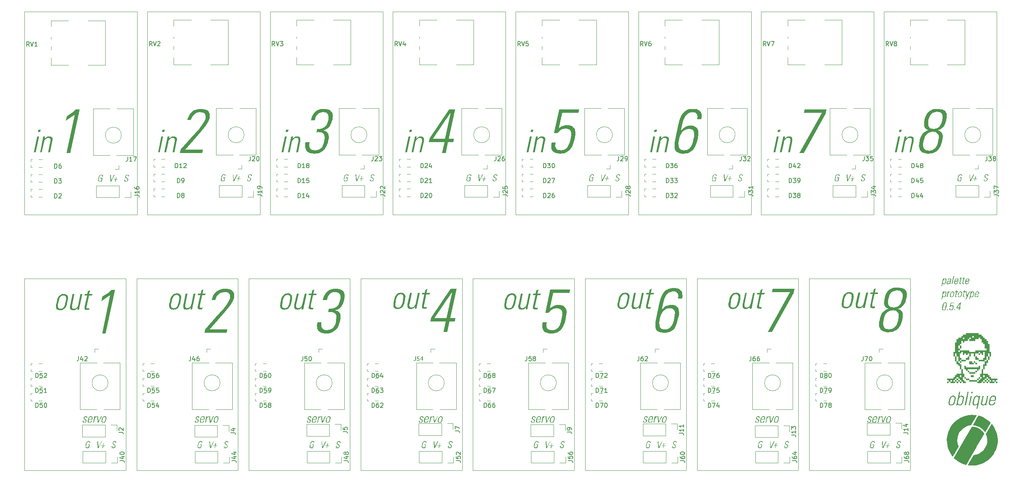
<source format=gbr>
%TF.GenerationSoftware,KiCad,Pcbnew,9.0.0*%
%TF.CreationDate,2025-06-12T15:06:47-04:00*%
%TF.ProjectId,Oblique Palette 0.5.1 PCB Main,4f626c69-7175-4652-9050-616c65747465,rev?*%
%TF.SameCoordinates,Original*%
%TF.FileFunction,Legend,Top*%
%TF.FilePolarity,Positive*%
%FSLAX46Y46*%
G04 Gerber Fmt 4.6, Leading zero omitted, Abs format (unit mm)*
G04 Created by KiCad (PCBNEW 9.0.0) date 2025-06-12 15:06:47*
%MOMM*%
%LPD*%
G01*
G04 APERTURE LIST*
%ADD10C,0.100000*%
%ADD11C,0.300000*%
%ADD12C,0.150000*%
%ADD13C,0.000000*%
%ADD14C,0.120000*%
G04 APERTURE END LIST*
D10*
X40810000Y-80000000D02*
X18000000Y-80000000D01*
X73314284Y-19910000D02*
X98714284Y-19910000D01*
X98714284Y-65630000D01*
X73314284Y-65630000D01*
X73314284Y-19910000D01*
X66060000Y-80000000D02*
X66060000Y-123180000D01*
X169500000Y-80000000D02*
X169500000Y-123180000D01*
X18000000Y-123180000D02*
X40810000Y-123180000D01*
X40810000Y-80000000D02*
X40810000Y-123180000D01*
X156285710Y-19910000D02*
X181685710Y-19910000D01*
X181685710Y-65630000D01*
X156285710Y-65630000D01*
X156285710Y-19910000D01*
X68500000Y-123180000D02*
X91310000Y-123180000D01*
X194750000Y-123180000D02*
X217560000Y-123180000D01*
X169500000Y-123180000D02*
X192310000Y-123180000D01*
X93750000Y-123180000D02*
X116560000Y-123180000D01*
X91310000Y-80000000D02*
X68500000Y-80000000D01*
X93750000Y-80000000D02*
X93750000Y-123180000D01*
X192310000Y-80000000D02*
X169500000Y-80000000D01*
X68500000Y-80000000D02*
X68500000Y-123180000D01*
X119000000Y-80000000D02*
X119000000Y-123180000D01*
X167060000Y-80000000D02*
X144250000Y-80000000D01*
X93750000Y-123180000D02*
X116560000Y-123180000D01*
X18000000Y-80000000D02*
X18000000Y-123180000D01*
X119000000Y-123180000D02*
X141810000Y-123180000D01*
X91310000Y-80000000D02*
X91310000Y-123180000D01*
X45657142Y-19910000D02*
X71057142Y-19910000D01*
X71057142Y-65630000D01*
X45657142Y-65630000D01*
X45657142Y-19910000D01*
X217560000Y-80000000D02*
X194750000Y-80000000D01*
X18000000Y-19910000D02*
X43400000Y-19910000D01*
X43400000Y-65630000D01*
X18000000Y-65630000D01*
X18000000Y-19910000D01*
X43250000Y-80000000D02*
X43250000Y-123180000D01*
X43250000Y-123180000D02*
X66060000Y-123180000D01*
X211600000Y-19910000D02*
X237000000Y-19910000D01*
X237000000Y-65630000D01*
X211600000Y-65630000D01*
X211600000Y-19910000D01*
X194750000Y-123180000D02*
X217560000Y-123180000D01*
X167060000Y-80000000D02*
X167060000Y-123180000D01*
X116560000Y-80000000D02*
X116560000Y-123180000D01*
X116560000Y-80000000D02*
X93750000Y-80000000D01*
X144250000Y-123180000D02*
X167060000Y-123180000D01*
X141810000Y-80000000D02*
X119000000Y-80000000D01*
X192310000Y-80000000D02*
X192310000Y-123180000D01*
X144250000Y-80000000D02*
X144250000Y-123180000D01*
X128628568Y-19910000D02*
X154028568Y-19910000D01*
X154028568Y-65630000D01*
X128628568Y-65630000D01*
X128628568Y-19910000D01*
X217560000Y-80000000D02*
X217560000Y-123180000D01*
X183942852Y-19910000D02*
X209342852Y-19910000D01*
X209342852Y-65630000D01*
X183942852Y-65630000D01*
X183942852Y-19910000D01*
X66060000Y-80000000D02*
X43250000Y-80000000D01*
X194750000Y-80000000D02*
X194750000Y-123180000D01*
X100971426Y-19910000D02*
X126371426Y-19910000D01*
X126371426Y-65630000D01*
X100971426Y-65630000D01*
X100971426Y-19910000D01*
X141810000Y-80000000D02*
X141810000Y-123180000D01*
X144250000Y-123180000D02*
X167060000Y-123180000D01*
D11*
G36*
X108148356Y-118021643D02*
G01*
X108025905Y-118052110D01*
X107951380Y-118061231D01*
X107870359Y-118064993D01*
X107858012Y-118065057D01*
X107805403Y-118062164D01*
X107760254Y-118053640D01*
X107725212Y-118041152D01*
X107695672Y-118024347D01*
X107672181Y-118004315D01*
X107653158Y-117980620D01*
X107626603Y-117920248D01*
X107615000Y-117835804D01*
X107621524Y-117713986D01*
X107653275Y-117526977D01*
X107678411Y-117407098D01*
X107681425Y-117392962D01*
X107684463Y-117378687D01*
X107745042Y-117117586D01*
X107780777Y-117005650D01*
X107824530Y-116909084D01*
X107879590Y-116830111D01*
X107912389Y-116797916D01*
X107949248Y-116770951D01*
X107990579Y-116749496D01*
X108036793Y-116733827D01*
X108088302Y-116724222D01*
X108145516Y-116720958D01*
X108202943Y-116723886D01*
X108252141Y-116732658D01*
X108288657Y-116745127D01*
X108319205Y-116762052D01*
X108342123Y-116781494D01*
X108360274Y-116804669D01*
X108382717Y-116861899D01*
X108387408Y-116940269D01*
X108375227Y-117025498D01*
X108515636Y-117025498D01*
X108528742Y-116956739D01*
X108534343Y-116894547D01*
X108533033Y-116843971D01*
X108525757Y-116798514D01*
X108513826Y-116761062D01*
X108496935Y-116727785D01*
X108476040Y-116699618D01*
X108450643Y-116675167D01*
X108385102Y-116636512D01*
X108294674Y-116611162D01*
X108169697Y-116601615D01*
X108106135Y-116604485D01*
X108047391Y-116612851D01*
X107993476Y-116626275D01*
X107943900Y-116644422D01*
X107855322Y-116694577D01*
X107778650Y-116763547D01*
X107711928Y-116853440D01*
X107654131Y-116968075D01*
X107604502Y-117113355D01*
X107552913Y-117335782D01*
X107541290Y-117391680D01*
X107529069Y-117447761D01*
X107504209Y-117564792D01*
X107483394Y-117688306D01*
X107473595Y-117811496D01*
X107481783Y-117927554D01*
X107494800Y-117980781D01*
X107514929Y-118029672D01*
X107543040Y-118073377D01*
X107580005Y-118111043D01*
X107626695Y-118141820D01*
X107683982Y-118164858D01*
X107752737Y-118179304D01*
X107833832Y-118184309D01*
X108019829Y-118172556D01*
X108113846Y-118157760D01*
X108208018Y-118136989D01*
X108267607Y-118120744D01*
X108430639Y-117355776D01*
X107983583Y-117355776D01*
X107958121Y-117475027D01*
X108264768Y-117475027D01*
X108148356Y-118021643D01*
G37*
G36*
X110377957Y-117989403D02*
G01*
X110378415Y-117989403D01*
X110308714Y-116630924D01*
X110160062Y-116630924D01*
X110259072Y-118155000D01*
X110431721Y-118155000D01*
X111177914Y-116630924D01*
X111041260Y-116630924D01*
X110377957Y-117989403D01*
G37*
G36*
X111379597Y-117678085D02*
G01*
X111278023Y-118155000D01*
X111393336Y-118155000D01*
X111494910Y-117678085D01*
X111864480Y-117678085D01*
X111889027Y-117562955D01*
X111519457Y-117562955D01*
X111620573Y-117088147D01*
X111505260Y-117088147D01*
X111404144Y-117562955D01*
X111034574Y-117562955D01*
X111010027Y-117678085D01*
X111379597Y-117678085D01*
G37*
G36*
X114374259Y-117021652D02*
G01*
X114387773Y-116942427D01*
X114392526Y-116867110D01*
X114389159Y-116815966D01*
X114379054Y-116768581D01*
X114365003Y-116732809D01*
X114345251Y-116700490D01*
X114322255Y-116674753D01*
X114293898Y-116652413D01*
X114260925Y-116634262D01*
X114222234Y-116619847D01*
X114123516Y-116603087D01*
X114077962Y-116601615D01*
X114009346Y-116604582D01*
X113944197Y-116613630D01*
X113887617Y-116627526D01*
X113834618Y-116646932D01*
X113788759Y-116670106D01*
X113746521Y-116698344D01*
X113709941Y-116730019D01*
X113677073Y-116766516D01*
X113648766Y-116806921D01*
X113624403Y-116852147D01*
X113588257Y-116957693D01*
X113584194Y-116976131D01*
X113573178Y-117039375D01*
X113569707Y-117097787D01*
X113578306Y-117154172D01*
X113603504Y-117211333D01*
X113662016Y-117284890D01*
X113767814Y-117375282D01*
X113804104Y-117401663D01*
X113860171Y-117440870D01*
X113965139Y-117516971D01*
X114006726Y-117553614D01*
X114039947Y-117591835D01*
X114063976Y-117633522D01*
X114077987Y-117680562D01*
X114081153Y-117734843D01*
X114072649Y-117798252D01*
X114058239Y-117851890D01*
X114039020Y-117899756D01*
X114017025Y-117938683D01*
X113990909Y-117972544D01*
X113962318Y-117999905D01*
X113929990Y-118022574D01*
X113855078Y-118053310D01*
X113762650Y-118065008D01*
X113755744Y-118065057D01*
X113699956Y-118062200D01*
X113653441Y-118053922D01*
X113618281Y-118041926D01*
X113589769Y-118026074D01*
X113568137Y-118007550D01*
X113551618Y-117986090D01*
X113531372Y-117932795D01*
X113527394Y-117859634D01*
X113542472Y-117753494D01*
X113548932Y-117722323D01*
X113404401Y-117722323D01*
X113388757Y-117795384D01*
X113380751Y-117862454D01*
X113380129Y-117917372D01*
X113385754Y-117967349D01*
X113396323Y-118008400D01*
X113412133Y-118045276D01*
X113431791Y-118076064D01*
X113456143Y-118103089D01*
X113518169Y-118145253D01*
X113602284Y-118172987D01*
X113715122Y-118184245D01*
X113725244Y-118184309D01*
X113791258Y-118181374D01*
X113852953Y-118172559D01*
X113906956Y-118158894D01*
X113957060Y-118140001D01*
X114001334Y-118117000D01*
X114041962Y-118089178D01*
X114111007Y-118020442D01*
X114166032Y-117932002D01*
X114207109Y-117820316D01*
X114217180Y-117778469D01*
X114227106Y-117718218D01*
X114229954Y-117665148D01*
X114226676Y-117620775D01*
X114218114Y-117581484D01*
X114187106Y-117515311D01*
X114135803Y-117456571D01*
X114037178Y-117381040D01*
X113938194Y-117306683D01*
X113848208Y-117238122D01*
X113783441Y-117188864D01*
X113758142Y-117163448D01*
X113738455Y-117135028D01*
X113725048Y-117101747D01*
X113718589Y-117061746D01*
X113719745Y-117013166D01*
X113729183Y-116954149D01*
X113742663Y-116904828D01*
X113760453Y-116862315D01*
X113781004Y-116828171D01*
X113805118Y-116799396D01*
X113862829Y-116757028D01*
X113937232Y-116730985D01*
X114043249Y-116720958D01*
X114095875Y-116723863D01*
X114139474Y-116732474D01*
X114170671Y-116744551D01*
X114195862Y-116760762D01*
X114228363Y-116801976D01*
X114244309Y-116859927D01*
X114243404Y-116945645D01*
X114231835Y-117021652D01*
X114374259Y-117021652D01*
G37*
G36*
X209148356Y-118021643D02*
G01*
X209025905Y-118052110D01*
X208951380Y-118061231D01*
X208870359Y-118064993D01*
X208858012Y-118065057D01*
X208805403Y-118062164D01*
X208760254Y-118053640D01*
X208725212Y-118041152D01*
X208695672Y-118024347D01*
X208672181Y-118004315D01*
X208653158Y-117980620D01*
X208626603Y-117920248D01*
X208615000Y-117835804D01*
X208621524Y-117713986D01*
X208653275Y-117526977D01*
X208678411Y-117407098D01*
X208681425Y-117392962D01*
X208684463Y-117378687D01*
X208745042Y-117117586D01*
X208780777Y-117005650D01*
X208824530Y-116909084D01*
X208879590Y-116830111D01*
X208912389Y-116797916D01*
X208949248Y-116770951D01*
X208990579Y-116749496D01*
X209036793Y-116733827D01*
X209088302Y-116724222D01*
X209145516Y-116720958D01*
X209202943Y-116723886D01*
X209252141Y-116732658D01*
X209288657Y-116745127D01*
X209319205Y-116762052D01*
X209342123Y-116781494D01*
X209360274Y-116804669D01*
X209382717Y-116861899D01*
X209387408Y-116940269D01*
X209375227Y-117025498D01*
X209515636Y-117025498D01*
X209528742Y-116956739D01*
X209534343Y-116894547D01*
X209533033Y-116843971D01*
X209525757Y-116798514D01*
X209513826Y-116761062D01*
X209496935Y-116727785D01*
X209476040Y-116699618D01*
X209450643Y-116675167D01*
X209385102Y-116636512D01*
X209294674Y-116611162D01*
X209169697Y-116601615D01*
X209106135Y-116604485D01*
X209047391Y-116612851D01*
X208993476Y-116626275D01*
X208943900Y-116644422D01*
X208855322Y-116694577D01*
X208778650Y-116763547D01*
X208711928Y-116853440D01*
X208654131Y-116968075D01*
X208604502Y-117113355D01*
X208552913Y-117335782D01*
X208541290Y-117391680D01*
X208529069Y-117447761D01*
X208504209Y-117564792D01*
X208483394Y-117688306D01*
X208473595Y-117811496D01*
X208481783Y-117927554D01*
X208494800Y-117980781D01*
X208514929Y-118029672D01*
X208543040Y-118073377D01*
X208580005Y-118111043D01*
X208626695Y-118141820D01*
X208683982Y-118164858D01*
X208752737Y-118179304D01*
X208833832Y-118184309D01*
X209019829Y-118172556D01*
X209113846Y-118157760D01*
X209208018Y-118136989D01*
X209267607Y-118120744D01*
X209430639Y-117355776D01*
X208983583Y-117355776D01*
X208958121Y-117475027D01*
X209264768Y-117475027D01*
X209148356Y-118021643D01*
G37*
G36*
X211377957Y-117989403D02*
G01*
X211378415Y-117989403D01*
X211308714Y-116630924D01*
X211160062Y-116630924D01*
X211259072Y-118155000D01*
X211431721Y-118155000D01*
X212177914Y-116630924D01*
X212041260Y-116630924D01*
X211377957Y-117989403D01*
G37*
G36*
X212379597Y-117678085D02*
G01*
X212278023Y-118155000D01*
X212393336Y-118155000D01*
X212494910Y-117678085D01*
X212864480Y-117678085D01*
X212889027Y-117562955D01*
X212519457Y-117562955D01*
X212620573Y-117088147D01*
X212505260Y-117088147D01*
X212404144Y-117562955D01*
X212034574Y-117562955D01*
X212010027Y-117678085D01*
X212379597Y-117678085D01*
G37*
G36*
X215374259Y-117021652D02*
G01*
X215387773Y-116942427D01*
X215392526Y-116867110D01*
X215389159Y-116815966D01*
X215379054Y-116768581D01*
X215365003Y-116732809D01*
X215345251Y-116700490D01*
X215322255Y-116674753D01*
X215293898Y-116652413D01*
X215260925Y-116634262D01*
X215222234Y-116619847D01*
X215123516Y-116603087D01*
X215077962Y-116601615D01*
X215009346Y-116604582D01*
X214944197Y-116613630D01*
X214887617Y-116627526D01*
X214834618Y-116646932D01*
X214788759Y-116670106D01*
X214746521Y-116698344D01*
X214709941Y-116730019D01*
X214677073Y-116766516D01*
X214648766Y-116806921D01*
X214624403Y-116852147D01*
X214588257Y-116957693D01*
X214584194Y-116976131D01*
X214573178Y-117039375D01*
X214569707Y-117097787D01*
X214578306Y-117154172D01*
X214603504Y-117211333D01*
X214662016Y-117284890D01*
X214767814Y-117375282D01*
X214804104Y-117401663D01*
X214860171Y-117440870D01*
X214965139Y-117516971D01*
X215006726Y-117553614D01*
X215039947Y-117591835D01*
X215063976Y-117633522D01*
X215077987Y-117680562D01*
X215081153Y-117734843D01*
X215072649Y-117798252D01*
X215058239Y-117851890D01*
X215039020Y-117899756D01*
X215017025Y-117938683D01*
X214990909Y-117972544D01*
X214962318Y-117999905D01*
X214929990Y-118022574D01*
X214855078Y-118053310D01*
X214762650Y-118065008D01*
X214755744Y-118065057D01*
X214699956Y-118062200D01*
X214653441Y-118053922D01*
X214618281Y-118041926D01*
X214589769Y-118026074D01*
X214568137Y-118007550D01*
X214551618Y-117986090D01*
X214531372Y-117932795D01*
X214527394Y-117859634D01*
X214542472Y-117753494D01*
X214548932Y-117722323D01*
X214404401Y-117722323D01*
X214388757Y-117795384D01*
X214380751Y-117862454D01*
X214380129Y-117917372D01*
X214385754Y-117967349D01*
X214396323Y-118008400D01*
X214412133Y-118045276D01*
X214431791Y-118076064D01*
X214456143Y-118103089D01*
X214518169Y-118145253D01*
X214602284Y-118172987D01*
X214715122Y-118184245D01*
X214725244Y-118184309D01*
X214791258Y-118181374D01*
X214852953Y-118172559D01*
X214906956Y-118158894D01*
X214957060Y-118140001D01*
X215001334Y-118117000D01*
X215041962Y-118089178D01*
X215111007Y-118020442D01*
X215166032Y-117932002D01*
X215207109Y-117820316D01*
X215217180Y-117778469D01*
X215227106Y-117718218D01*
X215229954Y-117665148D01*
X215226676Y-117620775D01*
X215218114Y-117581484D01*
X215187106Y-117515311D01*
X215135803Y-117456571D01*
X215037178Y-117381040D01*
X214938194Y-117306683D01*
X214848208Y-117238122D01*
X214783441Y-117188864D01*
X214758142Y-117163448D01*
X214738455Y-117135028D01*
X214725048Y-117101747D01*
X214718589Y-117061746D01*
X214719745Y-117013166D01*
X214729183Y-116954149D01*
X214742663Y-116904828D01*
X214760453Y-116862315D01*
X214781004Y-116828171D01*
X214805118Y-116799396D01*
X214862829Y-116757028D01*
X214937232Y-116730985D01*
X215043249Y-116720958D01*
X215095875Y-116723863D01*
X215139474Y-116732474D01*
X215170671Y-116744551D01*
X215195862Y-116760762D01*
X215228363Y-116801976D01*
X215244309Y-116859927D01*
X215243404Y-116945645D01*
X215231835Y-117021652D01*
X215374259Y-117021652D01*
G37*
G36*
X62915356Y-57931643D02*
G01*
X62792905Y-57962110D01*
X62718380Y-57971231D01*
X62637359Y-57974993D01*
X62625012Y-57975057D01*
X62572403Y-57972164D01*
X62527254Y-57963640D01*
X62492212Y-57951152D01*
X62462672Y-57934347D01*
X62439181Y-57914315D01*
X62420158Y-57890620D01*
X62393603Y-57830248D01*
X62382000Y-57745804D01*
X62388524Y-57623986D01*
X62420275Y-57436977D01*
X62445411Y-57317098D01*
X62448425Y-57302962D01*
X62451463Y-57288687D01*
X62512042Y-57027586D01*
X62547777Y-56915650D01*
X62591530Y-56819084D01*
X62646590Y-56740111D01*
X62679389Y-56707916D01*
X62716248Y-56680951D01*
X62757579Y-56659496D01*
X62803793Y-56643827D01*
X62855302Y-56634222D01*
X62912516Y-56630958D01*
X62969943Y-56633886D01*
X63019141Y-56642658D01*
X63055657Y-56655127D01*
X63086205Y-56672052D01*
X63109123Y-56691494D01*
X63127274Y-56714669D01*
X63149717Y-56771899D01*
X63154408Y-56850269D01*
X63142227Y-56935498D01*
X63282636Y-56935498D01*
X63295742Y-56866739D01*
X63301343Y-56804547D01*
X63300033Y-56753971D01*
X63292757Y-56708514D01*
X63280826Y-56671062D01*
X63263935Y-56637785D01*
X63243040Y-56609618D01*
X63217643Y-56585167D01*
X63152102Y-56546512D01*
X63061674Y-56521162D01*
X62936697Y-56511615D01*
X62873135Y-56514485D01*
X62814391Y-56522851D01*
X62760476Y-56536275D01*
X62710900Y-56554422D01*
X62622322Y-56604577D01*
X62545650Y-56673547D01*
X62478928Y-56763440D01*
X62421131Y-56878075D01*
X62371502Y-57023355D01*
X62319913Y-57245782D01*
X62308290Y-57301680D01*
X62296069Y-57357761D01*
X62271209Y-57474792D01*
X62250394Y-57598306D01*
X62240595Y-57721496D01*
X62248783Y-57837554D01*
X62261800Y-57890781D01*
X62281929Y-57939672D01*
X62310040Y-57983377D01*
X62347005Y-58021043D01*
X62393695Y-58051820D01*
X62450982Y-58074858D01*
X62519737Y-58089304D01*
X62600832Y-58094309D01*
X62786829Y-58082556D01*
X62880846Y-58067760D01*
X62975018Y-58046989D01*
X63034607Y-58030744D01*
X63197639Y-57265776D01*
X62750583Y-57265776D01*
X62725121Y-57385027D01*
X63031768Y-57385027D01*
X62915356Y-57931643D01*
G37*
G36*
X65144957Y-57899403D02*
G01*
X65145415Y-57899403D01*
X65075714Y-56540924D01*
X64927062Y-56540924D01*
X65026072Y-58065000D01*
X65198721Y-58065000D01*
X65944914Y-56540924D01*
X65808260Y-56540924D01*
X65144957Y-57899403D01*
G37*
G36*
X66146597Y-57588085D02*
G01*
X66045023Y-58065000D01*
X66160336Y-58065000D01*
X66261910Y-57588085D01*
X66631480Y-57588085D01*
X66656027Y-57472955D01*
X66286457Y-57472955D01*
X66387573Y-56998147D01*
X66272260Y-56998147D01*
X66171144Y-57472955D01*
X65801574Y-57472955D01*
X65777027Y-57588085D01*
X66146597Y-57588085D01*
G37*
G36*
X69141259Y-56931652D02*
G01*
X69154773Y-56852427D01*
X69159526Y-56777110D01*
X69156159Y-56725966D01*
X69146054Y-56678581D01*
X69132003Y-56642809D01*
X69112251Y-56610490D01*
X69089255Y-56584753D01*
X69060898Y-56562413D01*
X69027925Y-56544262D01*
X68989234Y-56529847D01*
X68890516Y-56513087D01*
X68844962Y-56511615D01*
X68776346Y-56514582D01*
X68711197Y-56523630D01*
X68654617Y-56537526D01*
X68601618Y-56556932D01*
X68555759Y-56580106D01*
X68513521Y-56608344D01*
X68476941Y-56640019D01*
X68444073Y-56676516D01*
X68415766Y-56716921D01*
X68391403Y-56762147D01*
X68355257Y-56867693D01*
X68351194Y-56886131D01*
X68340178Y-56949375D01*
X68336707Y-57007787D01*
X68345306Y-57064172D01*
X68370504Y-57121333D01*
X68429016Y-57194890D01*
X68534814Y-57285282D01*
X68571104Y-57311663D01*
X68627171Y-57350870D01*
X68732139Y-57426971D01*
X68773726Y-57463614D01*
X68806947Y-57501835D01*
X68830976Y-57543522D01*
X68844987Y-57590562D01*
X68848153Y-57644843D01*
X68839649Y-57708252D01*
X68825239Y-57761890D01*
X68806020Y-57809756D01*
X68784025Y-57848683D01*
X68757909Y-57882544D01*
X68729318Y-57909905D01*
X68696990Y-57932574D01*
X68622078Y-57963310D01*
X68529650Y-57975008D01*
X68522744Y-57975057D01*
X68466956Y-57972200D01*
X68420441Y-57963922D01*
X68385281Y-57951926D01*
X68356769Y-57936074D01*
X68335137Y-57917550D01*
X68318618Y-57896090D01*
X68298372Y-57842795D01*
X68294394Y-57769634D01*
X68309472Y-57663494D01*
X68315932Y-57632323D01*
X68171401Y-57632323D01*
X68155757Y-57705384D01*
X68147751Y-57772454D01*
X68147129Y-57827372D01*
X68152754Y-57877349D01*
X68163323Y-57918400D01*
X68179133Y-57955276D01*
X68198791Y-57986064D01*
X68223143Y-58013089D01*
X68285169Y-58055253D01*
X68369284Y-58082987D01*
X68482122Y-58094245D01*
X68492244Y-58094309D01*
X68558258Y-58091374D01*
X68619953Y-58082559D01*
X68673956Y-58068894D01*
X68724060Y-58050001D01*
X68768334Y-58027000D01*
X68808962Y-57999178D01*
X68878007Y-57930442D01*
X68933032Y-57842002D01*
X68974109Y-57730316D01*
X68984180Y-57688469D01*
X68994106Y-57628218D01*
X68996954Y-57575148D01*
X68993676Y-57530775D01*
X68985114Y-57491484D01*
X68954106Y-57425311D01*
X68902803Y-57366571D01*
X68804178Y-57291040D01*
X68705194Y-57216683D01*
X68615208Y-57148122D01*
X68550441Y-57098864D01*
X68525142Y-57073448D01*
X68505455Y-57045028D01*
X68492048Y-57011747D01*
X68485589Y-56971746D01*
X68486745Y-56923166D01*
X68496183Y-56864149D01*
X68509663Y-56814828D01*
X68527453Y-56772315D01*
X68548004Y-56738171D01*
X68572118Y-56709396D01*
X68629829Y-56667028D01*
X68704232Y-56640985D01*
X68810249Y-56630958D01*
X68862875Y-56633863D01*
X68906474Y-56642474D01*
X68937671Y-56654551D01*
X68962862Y-56670762D01*
X68995363Y-56711976D01*
X69011309Y-56769927D01*
X69010404Y-56855645D01*
X68998835Y-56931652D01*
X69141259Y-56931652D01*
G37*
D10*
G36*
X82459208Y-112072583D02*
G01*
X82468430Y-112011106D01*
X82468995Y-111956187D01*
X82462004Y-111908289D01*
X82448362Y-111865550D01*
X82401950Y-111790553D01*
X82326593Y-111722806D01*
X82197584Y-111644950D01*
X82103254Y-111590165D01*
X82026156Y-111527756D01*
X81998405Y-111490732D01*
X81980163Y-111448250D01*
X81973167Y-111399125D01*
X81979149Y-111342174D01*
X82011477Y-111261223D01*
X82068989Y-111196468D01*
X82147569Y-111153198D01*
X82238291Y-111137865D01*
X82298632Y-111141755D01*
X82346580Y-111153354D01*
X82378061Y-111169000D01*
X82402106Y-111189958D01*
X82429541Y-111244423D01*
X82435965Y-111328141D01*
X82426235Y-111412150D01*
X82591466Y-111412150D01*
X82603801Y-111334635D01*
X82606230Y-111260969D01*
X82599787Y-111204747D01*
X82584862Y-111153383D01*
X82564899Y-111114314D01*
X82537712Y-111080120D01*
X82506144Y-111053682D01*
X82467745Y-111032314D01*
X82370261Y-111006857D01*
X82308877Y-111003410D01*
X82223323Y-111007444D01*
X82142740Y-111020049D01*
X82077612Y-111038513D01*
X82017578Y-111064488D01*
X81968659Y-111094529D01*
X81924783Y-111131345D01*
X81888718Y-111172214D01*
X81857827Y-111219606D01*
X81832953Y-111272602D01*
X81813740Y-111332400D01*
X81808179Y-111356096D01*
X81799117Y-111416837D01*
X81798695Y-111471098D01*
X81805811Y-111518449D01*
X81819565Y-111560722D01*
X81866306Y-111635219D01*
X81942488Y-111703211D01*
X82064175Y-111777785D01*
X82160166Y-111835024D01*
X82238827Y-111900739D01*
X82267109Y-111939910D01*
X82285598Y-111984965D01*
X82292475Y-112037156D01*
X82285918Y-112097740D01*
X82269537Y-112155720D01*
X82246570Y-112206753D01*
X82219736Y-112247115D01*
X82187375Y-112281044D01*
X82151589Y-112307013D01*
X82110839Y-112326701D01*
X82014778Y-112346240D01*
X81991972Y-112346867D01*
X81932796Y-112343025D01*
X81884803Y-112331759D01*
X81851052Y-112315962D01*
X81824761Y-112294958D01*
X81792907Y-112240617D01*
X81782460Y-112161245D01*
X81800241Y-112024955D01*
X81629393Y-112024955D01*
X81613635Y-112114017D01*
X81608515Y-112193168D01*
X81612732Y-112251947D01*
X81624981Y-112303773D01*
X81642628Y-112343684D01*
X81666871Y-112378213D01*
X81731835Y-112429077D01*
X81826136Y-112461283D01*
X81956679Y-112472775D01*
X82032072Y-112468869D01*
X82102516Y-112457164D01*
X82164297Y-112438951D01*
X82221204Y-112413801D01*
X82270995Y-112383179D01*
X82315908Y-112346203D01*
X82355102Y-112303688D01*
X82389213Y-112255059D01*
X82441826Y-112138330D01*
X82459208Y-112072583D01*
G37*
G36*
X83518530Y-111007431D02*
G01*
X83591086Y-111019224D01*
X83652082Y-111038378D01*
X83702320Y-111064484D01*
X83742601Y-111097132D01*
X83773724Y-111135913D01*
X83796491Y-111180417D01*
X83811703Y-111230235D01*
X83822662Y-111344175D01*
X83813008Y-111474457D01*
X83757481Y-111770943D01*
X82951113Y-111770943D01*
X82927788Y-111880486D01*
X82907648Y-112026594D01*
X82913200Y-112141062D01*
X82939751Y-112225283D01*
X82985000Y-112285047D01*
X83015447Y-112307076D01*
X83052038Y-112323727D01*
X83096903Y-112334648D01*
X83149316Y-112338441D01*
X83244670Y-112328280D01*
X83296872Y-112312561D01*
X83344292Y-112290175D01*
X83388176Y-112260506D01*
X83426743Y-112224694D01*
X83461389Y-112181037D01*
X83489938Y-112131735D01*
X83513202Y-112074574D01*
X83529480Y-112012499D01*
X83705946Y-112012499D01*
X83670354Y-112119604D01*
X83603794Y-112246472D01*
X83564336Y-112297893D01*
X83520877Y-112341939D01*
X83471641Y-112380259D01*
X83418397Y-112411379D01*
X83355975Y-112437555D01*
X83289183Y-112456136D01*
X83207484Y-112468741D01*
X83120618Y-112472775D01*
X83023536Y-112466802D01*
X82915815Y-112440336D01*
X82834941Y-112394940D01*
X82775995Y-112329652D01*
X82754124Y-112287805D01*
X82737965Y-112239194D01*
X82727804Y-112181079D01*
X82724989Y-112114726D01*
X82730670Y-112035065D01*
X82745949Y-111945088D01*
X82811660Y-111636487D01*
X82979690Y-111636487D01*
X83618018Y-111636487D01*
X83648162Y-111455598D01*
X83649817Y-111331723D01*
X83629114Y-111248901D01*
X83587936Y-111191523D01*
X83557016Y-111169545D01*
X83519046Y-111153211D01*
X83467136Y-111141738D01*
X83405039Y-111137865D01*
X83298415Y-111149568D01*
X83249504Y-111165291D01*
X83205894Y-111187382D01*
X83164238Y-111218186D01*
X83127680Y-111255987D01*
X83089723Y-111310312D01*
X83057329Y-111374021D01*
X83014634Y-111494522D01*
X82979690Y-111636487D01*
X82811660Y-111636487D01*
X82819955Y-111597530D01*
X82835481Y-111532025D01*
X82894247Y-111362216D01*
X82968080Y-111231825D01*
X83056261Y-111133740D01*
X83106372Y-111095093D01*
X83160374Y-111063343D01*
X83220288Y-111037667D01*
X83284264Y-111019190D01*
X83356704Y-111007336D01*
X83433615Y-111003410D01*
X83518530Y-111007431D01*
G37*
G36*
X84399718Y-111026857D02*
G01*
X84231801Y-111026857D01*
X83930527Y-112441512D01*
X84098444Y-112441512D01*
X84292373Y-111531096D01*
X84309578Y-111468786D01*
X84333355Y-111411474D01*
X84363168Y-111359657D01*
X84398666Y-111313461D01*
X84439244Y-111273372D01*
X84484625Y-111239503D01*
X84534191Y-111212273D01*
X84587699Y-111191855D01*
X84644604Y-111178590D01*
X84704617Y-111172741D01*
X84763151Y-111174257D01*
X84799543Y-111003410D01*
X84673808Y-111018521D01*
X84551516Y-111063826D01*
X84494686Y-111097214D01*
X84442436Y-111137018D01*
X84363814Y-111221763D01*
X84358196Y-111221763D01*
X84399718Y-111026857D01*
G37*
G36*
X85037436Y-111026857D02*
G01*
X84855475Y-111026857D01*
X84974177Y-112441512D01*
X85167373Y-112441512D01*
X85888622Y-111026857D01*
X85726201Y-111026857D01*
X85125852Y-112228776D01*
X85120234Y-112228776D01*
X85037436Y-111026857D01*
G37*
G36*
X86622478Y-111008120D02*
G01*
X86732850Y-111035608D01*
X86816213Y-111085009D01*
X86849853Y-111118581D01*
X86877499Y-111157607D01*
X86900585Y-111205444D01*
X86916905Y-111259258D01*
X86927169Y-111325555D01*
X86929353Y-111398748D01*
X86922387Y-111488218D01*
X86905649Y-111585685D01*
X86840681Y-111890622D01*
X86824336Y-111958426D01*
X86766211Y-112120408D01*
X86691740Y-112247435D01*
X86602307Y-112344191D01*
X86497293Y-112413884D01*
X86437933Y-112439067D01*
X86374228Y-112457385D01*
X86304096Y-112468897D01*
X86229341Y-112472775D01*
X86149232Y-112468067D01*
X86038882Y-112440587D01*
X85955545Y-112391197D01*
X85921921Y-112357634D01*
X85894290Y-112318618D01*
X85871222Y-112270793D01*
X85854919Y-112216990D01*
X85844676Y-112150708D01*
X85842514Y-112077528D01*
X85847969Y-112007737D01*
X86022804Y-112007737D01*
X86022921Y-112138123D01*
X86044732Y-112225016D01*
X86085824Y-112284328D01*
X86115664Y-112306598D01*
X86151967Y-112323129D01*
X86200485Y-112334573D01*
X86258039Y-112338441D01*
X86364892Y-112324803D01*
X86412203Y-112307454D01*
X86454790Y-112283375D01*
X86496825Y-112249214D01*
X86534122Y-112207404D01*
X86574043Y-112146371D01*
X86608678Y-112074902D01*
X86661170Y-111920476D01*
X86705370Y-111736749D01*
X86718906Y-111670822D01*
X86749262Y-111468000D01*
X86749109Y-111337975D01*
X86727261Y-111251222D01*
X86686109Y-111191954D01*
X86656232Y-111169695D01*
X86619883Y-111153168D01*
X86571342Y-111141732D01*
X86513762Y-111137865D01*
X86407500Y-111151344D01*
X86360109Y-111168620D01*
X86317457Y-111192624D01*
X86275368Y-111226688D01*
X86238035Y-111268379D01*
X86198096Y-111329214D01*
X86163471Y-111400418D01*
X86111064Y-111554126D01*
X86067041Y-111736749D01*
X86053248Y-111804044D01*
X86022804Y-112007737D01*
X85847969Y-112007737D01*
X85849506Y-111988075D01*
X85866274Y-111890622D01*
X85931242Y-111585685D01*
X85947589Y-111517791D01*
X86005675Y-111355814D01*
X86080123Y-111228774D01*
X86169536Y-111132003D01*
X86274522Y-111062302D01*
X86333860Y-111037118D01*
X86397538Y-111018798D01*
X86467630Y-111007287D01*
X86542338Y-111003410D01*
X86622478Y-111008120D01*
G37*
G36*
X20486741Y-51560000D02*
G01*
X21239924Y-48023363D01*
X20820132Y-48023363D01*
X20066948Y-51560000D01*
X20486741Y-51560000D01*
G37*
G36*
X21500348Y-47031432D02*
G01*
X21613921Y-46499288D01*
X21095821Y-46499288D01*
X20982248Y-47031432D01*
X21500348Y-47031432D01*
G37*
G36*
X22371379Y-49347770D02*
G01*
X22425107Y-49141254D01*
X22491330Y-48960955D01*
X22567849Y-48806586D01*
X22653520Y-48675481D01*
X22747535Y-48565566D01*
X22847630Y-48476665D01*
X23066582Y-48353958D01*
X23303914Y-48302619D01*
X23357510Y-48300884D01*
X23482657Y-48310376D01*
X23588027Y-48337739D01*
X23670782Y-48378722D01*
X23737733Y-48432875D01*
X23829362Y-48578133D01*
X23869022Y-48782719D01*
X23846261Y-49060277D01*
X23838974Y-49096505D01*
X23314157Y-51560000D01*
X23734255Y-51560000D01*
X24263346Y-49075439D01*
X24307987Y-48797103D01*
X24305223Y-48512296D01*
X24276868Y-48385009D01*
X24225807Y-48267873D01*
X24165356Y-48183242D01*
X24085534Y-48109633D01*
X23993540Y-48053489D01*
X23881958Y-48009789D01*
X23593426Y-47965785D01*
X23533975Y-47964745D01*
X23262716Y-48001872D01*
X22999345Y-48113237D01*
X22735633Y-48305921D01*
X22572880Y-48468496D01*
X22558836Y-48468496D01*
X22653480Y-48023363D01*
X22233382Y-48023363D01*
X21480198Y-51560000D01*
X21900296Y-51560000D01*
X22371379Y-49347770D01*
G37*
G36*
X57209208Y-112072583D02*
G01*
X57218430Y-112011106D01*
X57218995Y-111956187D01*
X57212004Y-111908289D01*
X57198362Y-111865550D01*
X57151950Y-111790553D01*
X57076593Y-111722806D01*
X56947584Y-111644950D01*
X56853254Y-111590165D01*
X56776156Y-111527756D01*
X56748405Y-111490732D01*
X56730163Y-111448250D01*
X56723167Y-111399125D01*
X56729149Y-111342174D01*
X56761477Y-111261223D01*
X56818989Y-111196468D01*
X56897569Y-111153198D01*
X56988291Y-111137865D01*
X57048632Y-111141755D01*
X57096580Y-111153354D01*
X57128061Y-111169000D01*
X57152106Y-111189958D01*
X57179541Y-111244423D01*
X57185965Y-111328141D01*
X57176235Y-111412150D01*
X57341466Y-111412150D01*
X57353801Y-111334635D01*
X57356230Y-111260969D01*
X57349787Y-111204747D01*
X57334862Y-111153383D01*
X57314899Y-111114314D01*
X57287712Y-111080120D01*
X57256144Y-111053682D01*
X57217745Y-111032314D01*
X57120261Y-111006857D01*
X57058877Y-111003410D01*
X56973323Y-111007444D01*
X56892740Y-111020049D01*
X56827612Y-111038513D01*
X56767578Y-111064488D01*
X56718659Y-111094529D01*
X56674783Y-111131345D01*
X56638718Y-111172214D01*
X56607827Y-111219606D01*
X56582953Y-111272602D01*
X56563740Y-111332400D01*
X56558179Y-111356096D01*
X56549117Y-111416837D01*
X56548695Y-111471098D01*
X56555811Y-111518449D01*
X56569565Y-111560722D01*
X56616306Y-111635219D01*
X56692488Y-111703211D01*
X56814175Y-111777785D01*
X56910166Y-111835024D01*
X56988827Y-111900739D01*
X57017109Y-111939910D01*
X57035598Y-111984965D01*
X57042475Y-112037156D01*
X57035918Y-112097740D01*
X57019537Y-112155720D01*
X56996570Y-112206753D01*
X56969736Y-112247115D01*
X56937375Y-112281044D01*
X56901589Y-112307013D01*
X56860839Y-112326701D01*
X56764778Y-112346240D01*
X56741972Y-112346867D01*
X56682796Y-112343025D01*
X56634803Y-112331759D01*
X56601052Y-112315962D01*
X56574761Y-112294958D01*
X56542907Y-112240617D01*
X56532460Y-112161245D01*
X56550241Y-112024955D01*
X56379393Y-112024955D01*
X56363635Y-112114017D01*
X56358515Y-112193168D01*
X56362732Y-112251947D01*
X56374981Y-112303773D01*
X56392628Y-112343684D01*
X56416871Y-112378213D01*
X56481835Y-112429077D01*
X56576136Y-112461283D01*
X56706679Y-112472775D01*
X56782072Y-112468869D01*
X56852516Y-112457164D01*
X56914297Y-112438951D01*
X56971204Y-112413801D01*
X57020995Y-112383179D01*
X57065908Y-112346203D01*
X57105102Y-112303688D01*
X57139213Y-112255059D01*
X57191826Y-112138330D01*
X57209208Y-112072583D01*
G37*
G36*
X58268530Y-111007431D02*
G01*
X58341086Y-111019224D01*
X58402082Y-111038378D01*
X58452320Y-111064484D01*
X58492601Y-111097132D01*
X58523724Y-111135913D01*
X58546491Y-111180417D01*
X58561703Y-111230235D01*
X58572662Y-111344175D01*
X58563008Y-111474457D01*
X58507481Y-111770943D01*
X57701113Y-111770943D01*
X57677788Y-111880486D01*
X57657648Y-112026594D01*
X57663200Y-112141062D01*
X57689751Y-112225283D01*
X57735000Y-112285047D01*
X57765447Y-112307076D01*
X57802038Y-112323727D01*
X57846903Y-112334648D01*
X57899316Y-112338441D01*
X57994670Y-112328280D01*
X58046872Y-112312561D01*
X58094292Y-112290175D01*
X58138176Y-112260506D01*
X58176743Y-112224694D01*
X58211389Y-112181037D01*
X58239938Y-112131735D01*
X58263202Y-112074574D01*
X58279480Y-112012499D01*
X58455946Y-112012499D01*
X58420354Y-112119604D01*
X58353794Y-112246472D01*
X58314336Y-112297893D01*
X58270877Y-112341939D01*
X58221641Y-112380259D01*
X58168397Y-112411379D01*
X58105975Y-112437555D01*
X58039183Y-112456136D01*
X57957484Y-112468741D01*
X57870618Y-112472775D01*
X57773536Y-112466802D01*
X57665815Y-112440336D01*
X57584941Y-112394940D01*
X57525995Y-112329652D01*
X57504124Y-112287805D01*
X57487965Y-112239194D01*
X57477804Y-112181079D01*
X57474989Y-112114726D01*
X57480670Y-112035065D01*
X57495949Y-111945088D01*
X57561660Y-111636487D01*
X57729690Y-111636487D01*
X58368018Y-111636487D01*
X58398162Y-111455598D01*
X58399817Y-111331723D01*
X58379114Y-111248901D01*
X58337936Y-111191523D01*
X58307016Y-111169545D01*
X58269046Y-111153211D01*
X58217136Y-111141738D01*
X58155039Y-111137865D01*
X58048415Y-111149568D01*
X57999504Y-111165291D01*
X57955894Y-111187382D01*
X57914238Y-111218186D01*
X57877680Y-111255987D01*
X57839723Y-111310312D01*
X57807329Y-111374021D01*
X57764634Y-111494522D01*
X57729690Y-111636487D01*
X57561660Y-111636487D01*
X57569955Y-111597530D01*
X57585481Y-111532025D01*
X57644247Y-111362216D01*
X57718080Y-111231825D01*
X57806261Y-111133740D01*
X57856372Y-111095093D01*
X57910374Y-111063343D01*
X57970288Y-111037667D01*
X58034264Y-111019190D01*
X58106704Y-111007336D01*
X58183615Y-111003410D01*
X58268530Y-111007431D01*
G37*
G36*
X59149718Y-111026857D02*
G01*
X58981801Y-111026857D01*
X58680527Y-112441512D01*
X58848444Y-112441512D01*
X59042373Y-111531096D01*
X59059578Y-111468786D01*
X59083355Y-111411474D01*
X59113168Y-111359657D01*
X59148666Y-111313461D01*
X59189244Y-111273372D01*
X59234625Y-111239503D01*
X59284191Y-111212273D01*
X59337699Y-111191855D01*
X59394604Y-111178590D01*
X59454617Y-111172741D01*
X59513151Y-111174257D01*
X59549543Y-111003410D01*
X59423808Y-111018521D01*
X59301516Y-111063826D01*
X59244686Y-111097214D01*
X59192436Y-111137018D01*
X59113814Y-111221763D01*
X59108196Y-111221763D01*
X59149718Y-111026857D01*
G37*
G36*
X59787436Y-111026857D02*
G01*
X59605475Y-111026857D01*
X59724177Y-112441512D01*
X59917373Y-112441512D01*
X60638622Y-111026857D01*
X60476201Y-111026857D01*
X59875852Y-112228776D01*
X59870234Y-112228776D01*
X59787436Y-111026857D01*
G37*
G36*
X61372478Y-111008120D02*
G01*
X61482850Y-111035608D01*
X61566213Y-111085009D01*
X61599853Y-111118581D01*
X61627499Y-111157607D01*
X61650585Y-111205444D01*
X61666905Y-111259258D01*
X61677169Y-111325555D01*
X61679353Y-111398748D01*
X61672387Y-111488218D01*
X61655649Y-111585685D01*
X61590681Y-111890622D01*
X61574336Y-111958426D01*
X61516211Y-112120408D01*
X61441740Y-112247435D01*
X61352307Y-112344191D01*
X61247293Y-112413884D01*
X61187933Y-112439067D01*
X61124228Y-112457385D01*
X61054096Y-112468897D01*
X60979341Y-112472775D01*
X60899232Y-112468067D01*
X60788882Y-112440587D01*
X60705545Y-112391197D01*
X60671921Y-112357634D01*
X60644290Y-112318618D01*
X60621222Y-112270793D01*
X60604919Y-112216990D01*
X60594676Y-112150708D01*
X60592514Y-112077528D01*
X60597969Y-112007737D01*
X60772804Y-112007737D01*
X60772921Y-112138123D01*
X60794732Y-112225016D01*
X60835824Y-112284328D01*
X60865664Y-112306598D01*
X60901967Y-112323129D01*
X60950485Y-112334573D01*
X61008039Y-112338441D01*
X61114892Y-112324803D01*
X61162203Y-112307454D01*
X61204790Y-112283375D01*
X61246825Y-112249214D01*
X61284122Y-112207404D01*
X61324043Y-112146371D01*
X61358678Y-112074902D01*
X61411170Y-111920476D01*
X61455370Y-111736749D01*
X61468906Y-111670822D01*
X61499262Y-111468000D01*
X61499109Y-111337975D01*
X61477261Y-111251222D01*
X61436109Y-111191954D01*
X61406232Y-111169695D01*
X61369883Y-111153168D01*
X61321342Y-111141732D01*
X61263762Y-111137865D01*
X61157500Y-111151344D01*
X61110109Y-111168620D01*
X61067457Y-111192624D01*
X61025368Y-111226688D01*
X60988035Y-111268379D01*
X60948096Y-111329214D01*
X60913471Y-111400418D01*
X60861064Y-111554126D01*
X60817041Y-111736749D01*
X60803248Y-111804044D01*
X60772804Y-112007737D01*
X60597969Y-112007737D01*
X60599506Y-111988075D01*
X60616274Y-111890622D01*
X60681242Y-111585685D01*
X60697589Y-111517791D01*
X60755675Y-111355814D01*
X60830123Y-111228774D01*
X60919536Y-111132003D01*
X61024522Y-111062302D01*
X61083860Y-111037118D01*
X61147538Y-111018798D01*
X61217630Y-111007287D01*
X61292338Y-111003410D01*
X61372478Y-111008120D01*
G37*
G36*
X113580920Y-48505533D02*
G01*
X114728861Y-48505533D01*
X114567661Y-49262076D01*
X113419720Y-49262076D01*
X112898261Y-51710000D01*
X112058066Y-51710000D01*
X112579524Y-49262076D01*
X109079524Y-49262076D01*
X109240503Y-48505533D01*
X109997267Y-48505533D01*
X112740724Y-48505533D01*
X113960107Y-42780481D01*
X113932630Y-42780481D01*
X109997267Y-48505533D01*
X109240503Y-48505533D01*
X109252326Y-48449968D01*
X113649308Y-41940286D01*
X114979210Y-41940286D01*
X113580920Y-48505533D01*
G37*
G36*
X107709208Y-112072583D02*
G01*
X107718430Y-112011106D01*
X107718995Y-111956187D01*
X107712004Y-111908289D01*
X107698362Y-111865550D01*
X107651950Y-111790553D01*
X107576593Y-111722806D01*
X107447584Y-111644950D01*
X107353254Y-111590165D01*
X107276156Y-111527756D01*
X107248405Y-111490732D01*
X107230163Y-111448250D01*
X107223167Y-111399125D01*
X107229149Y-111342174D01*
X107261477Y-111261223D01*
X107318989Y-111196468D01*
X107397569Y-111153198D01*
X107488291Y-111137865D01*
X107548632Y-111141755D01*
X107596580Y-111153354D01*
X107628061Y-111169000D01*
X107652106Y-111189958D01*
X107679541Y-111244423D01*
X107685965Y-111328141D01*
X107676235Y-111412150D01*
X107841466Y-111412150D01*
X107853801Y-111334635D01*
X107856230Y-111260969D01*
X107849787Y-111204747D01*
X107834862Y-111153383D01*
X107814899Y-111114314D01*
X107787712Y-111080120D01*
X107756144Y-111053682D01*
X107717745Y-111032314D01*
X107620261Y-111006857D01*
X107558877Y-111003410D01*
X107473323Y-111007444D01*
X107392740Y-111020049D01*
X107327612Y-111038513D01*
X107267578Y-111064488D01*
X107218659Y-111094529D01*
X107174783Y-111131345D01*
X107138718Y-111172214D01*
X107107827Y-111219606D01*
X107082953Y-111272602D01*
X107063740Y-111332400D01*
X107058179Y-111356096D01*
X107049117Y-111416837D01*
X107048695Y-111471098D01*
X107055811Y-111518449D01*
X107069565Y-111560722D01*
X107116306Y-111635219D01*
X107192488Y-111703211D01*
X107314175Y-111777785D01*
X107410166Y-111835024D01*
X107488827Y-111900739D01*
X107517109Y-111939910D01*
X107535598Y-111984965D01*
X107542475Y-112037156D01*
X107535918Y-112097740D01*
X107519537Y-112155720D01*
X107496570Y-112206753D01*
X107469736Y-112247115D01*
X107437375Y-112281044D01*
X107401589Y-112307013D01*
X107360839Y-112326701D01*
X107264778Y-112346240D01*
X107241972Y-112346867D01*
X107182796Y-112343025D01*
X107134803Y-112331759D01*
X107101052Y-112315962D01*
X107074761Y-112294958D01*
X107042907Y-112240617D01*
X107032460Y-112161245D01*
X107050241Y-112024955D01*
X106879393Y-112024955D01*
X106863635Y-112114017D01*
X106858515Y-112193168D01*
X106862732Y-112251947D01*
X106874981Y-112303773D01*
X106892628Y-112343684D01*
X106916871Y-112378213D01*
X106981835Y-112429077D01*
X107076136Y-112461283D01*
X107206679Y-112472775D01*
X107282072Y-112468869D01*
X107352516Y-112457164D01*
X107414297Y-112438951D01*
X107471204Y-112413801D01*
X107520995Y-112383179D01*
X107565908Y-112346203D01*
X107605102Y-112303688D01*
X107639213Y-112255059D01*
X107691826Y-112138330D01*
X107709208Y-112072583D01*
G37*
G36*
X108768530Y-111007431D02*
G01*
X108841086Y-111019224D01*
X108902082Y-111038378D01*
X108952320Y-111064484D01*
X108992601Y-111097132D01*
X109023724Y-111135913D01*
X109046491Y-111180417D01*
X109061703Y-111230235D01*
X109072662Y-111344175D01*
X109063008Y-111474457D01*
X109007481Y-111770943D01*
X108201113Y-111770943D01*
X108177788Y-111880486D01*
X108157648Y-112026594D01*
X108163200Y-112141062D01*
X108189751Y-112225283D01*
X108235000Y-112285047D01*
X108265447Y-112307076D01*
X108302038Y-112323727D01*
X108346903Y-112334648D01*
X108399316Y-112338441D01*
X108494670Y-112328280D01*
X108546872Y-112312561D01*
X108594292Y-112290175D01*
X108638176Y-112260506D01*
X108676743Y-112224694D01*
X108711389Y-112181037D01*
X108739938Y-112131735D01*
X108763202Y-112074574D01*
X108779480Y-112012499D01*
X108955946Y-112012499D01*
X108920354Y-112119604D01*
X108853794Y-112246472D01*
X108814336Y-112297893D01*
X108770877Y-112341939D01*
X108721641Y-112380259D01*
X108668397Y-112411379D01*
X108605975Y-112437555D01*
X108539183Y-112456136D01*
X108457484Y-112468741D01*
X108370618Y-112472775D01*
X108273536Y-112466802D01*
X108165815Y-112440336D01*
X108084941Y-112394940D01*
X108025995Y-112329652D01*
X108004124Y-112287805D01*
X107987965Y-112239194D01*
X107977804Y-112181079D01*
X107974989Y-112114726D01*
X107980670Y-112035065D01*
X107995949Y-111945088D01*
X108061660Y-111636487D01*
X108229690Y-111636487D01*
X108868018Y-111636487D01*
X108898162Y-111455598D01*
X108899817Y-111331723D01*
X108879114Y-111248901D01*
X108837936Y-111191523D01*
X108807016Y-111169545D01*
X108769046Y-111153211D01*
X108717136Y-111141738D01*
X108655039Y-111137865D01*
X108548415Y-111149568D01*
X108499504Y-111165291D01*
X108455894Y-111187382D01*
X108414238Y-111218186D01*
X108377680Y-111255987D01*
X108339723Y-111310312D01*
X108307329Y-111374021D01*
X108264634Y-111494522D01*
X108229690Y-111636487D01*
X108061660Y-111636487D01*
X108069955Y-111597530D01*
X108085481Y-111532025D01*
X108144247Y-111362216D01*
X108218080Y-111231825D01*
X108306261Y-111133740D01*
X108356372Y-111095093D01*
X108410374Y-111063343D01*
X108470288Y-111037667D01*
X108534264Y-111019190D01*
X108606704Y-111007336D01*
X108683615Y-111003410D01*
X108768530Y-111007431D01*
G37*
G36*
X109649718Y-111026857D02*
G01*
X109481801Y-111026857D01*
X109180527Y-112441512D01*
X109348444Y-112441512D01*
X109542373Y-111531096D01*
X109559578Y-111468786D01*
X109583355Y-111411474D01*
X109613168Y-111359657D01*
X109648666Y-111313461D01*
X109689244Y-111273372D01*
X109734625Y-111239503D01*
X109784191Y-111212273D01*
X109837699Y-111191855D01*
X109894604Y-111178590D01*
X109954617Y-111172741D01*
X110013151Y-111174257D01*
X110049543Y-111003410D01*
X109923808Y-111018521D01*
X109801516Y-111063826D01*
X109744686Y-111097214D01*
X109692436Y-111137018D01*
X109613814Y-111221763D01*
X109608196Y-111221763D01*
X109649718Y-111026857D01*
G37*
G36*
X110287436Y-111026857D02*
G01*
X110105475Y-111026857D01*
X110224177Y-112441512D01*
X110417373Y-112441512D01*
X111138622Y-111026857D01*
X110976201Y-111026857D01*
X110375852Y-112228776D01*
X110370234Y-112228776D01*
X110287436Y-111026857D01*
G37*
G36*
X111872478Y-111008120D02*
G01*
X111982850Y-111035608D01*
X112066213Y-111085009D01*
X112099853Y-111118581D01*
X112127499Y-111157607D01*
X112150585Y-111205444D01*
X112166905Y-111259258D01*
X112177169Y-111325555D01*
X112179353Y-111398748D01*
X112172387Y-111488218D01*
X112155649Y-111585685D01*
X112090681Y-111890622D01*
X112074336Y-111958426D01*
X112016211Y-112120408D01*
X111941740Y-112247435D01*
X111852307Y-112344191D01*
X111747293Y-112413884D01*
X111687933Y-112439067D01*
X111624228Y-112457385D01*
X111554096Y-112468897D01*
X111479341Y-112472775D01*
X111399232Y-112468067D01*
X111288882Y-112440587D01*
X111205545Y-112391197D01*
X111171921Y-112357634D01*
X111144290Y-112318618D01*
X111121222Y-112270793D01*
X111104919Y-112216990D01*
X111094676Y-112150708D01*
X111092514Y-112077528D01*
X111097969Y-112007737D01*
X111272804Y-112007737D01*
X111272921Y-112138123D01*
X111294732Y-112225016D01*
X111335824Y-112284328D01*
X111365664Y-112306598D01*
X111401967Y-112323129D01*
X111450485Y-112334573D01*
X111508039Y-112338441D01*
X111614892Y-112324803D01*
X111662203Y-112307454D01*
X111704790Y-112283375D01*
X111746825Y-112249214D01*
X111784122Y-112207404D01*
X111824043Y-112146371D01*
X111858678Y-112074902D01*
X111911170Y-111920476D01*
X111955370Y-111736749D01*
X111968906Y-111670822D01*
X111999262Y-111468000D01*
X111999109Y-111337975D01*
X111977261Y-111251222D01*
X111936109Y-111191954D01*
X111906232Y-111169695D01*
X111869883Y-111153168D01*
X111821342Y-111141732D01*
X111763762Y-111137865D01*
X111657500Y-111151344D01*
X111610109Y-111168620D01*
X111567457Y-111192624D01*
X111525368Y-111226688D01*
X111488035Y-111268379D01*
X111448096Y-111329214D01*
X111413471Y-111400418D01*
X111361064Y-111554126D01*
X111317041Y-111736749D01*
X111303248Y-111804044D01*
X111272804Y-112007737D01*
X111097969Y-112007737D01*
X111099506Y-111988075D01*
X111116274Y-111890622D01*
X111181242Y-111585685D01*
X111197589Y-111517791D01*
X111255675Y-111355814D01*
X111330123Y-111228774D01*
X111419536Y-111132003D01*
X111524522Y-111062302D01*
X111583860Y-111037118D01*
X111647538Y-111018798D01*
X111717630Y-111007287D01*
X111792338Y-111003410D01*
X111872478Y-111008120D01*
G37*
G36*
X193533990Y-42696828D02*
G01*
X197622005Y-42696828D01*
X192566178Y-51710000D01*
X193546202Y-51710000D01*
X198446325Y-42836657D01*
X198637445Y-41940286D01*
X193695191Y-41940286D01*
X193533990Y-42696828D01*
G37*
G36*
X159320074Y-51560000D02*
G01*
X160073257Y-48023363D01*
X159653465Y-48023363D01*
X158900281Y-51560000D01*
X159320074Y-51560000D01*
G37*
G36*
X160333681Y-47031432D02*
G01*
X160447254Y-46499288D01*
X159929154Y-46499288D01*
X159815581Y-47031432D01*
X160333681Y-47031432D01*
G37*
G36*
X161204712Y-49347770D02*
G01*
X161258440Y-49141254D01*
X161324663Y-48960955D01*
X161401182Y-48806586D01*
X161486853Y-48675481D01*
X161580868Y-48565566D01*
X161680963Y-48476665D01*
X161899915Y-48353958D01*
X162137247Y-48302619D01*
X162190843Y-48300884D01*
X162315990Y-48310376D01*
X162421360Y-48337739D01*
X162504115Y-48378722D01*
X162571066Y-48432875D01*
X162662695Y-48578133D01*
X162702355Y-48782719D01*
X162679594Y-49060277D01*
X162672307Y-49096505D01*
X162147490Y-51560000D01*
X162567588Y-51560000D01*
X163096679Y-49075439D01*
X163141320Y-48797103D01*
X163138556Y-48512296D01*
X163110201Y-48385009D01*
X163059140Y-48267873D01*
X162998689Y-48183242D01*
X162918867Y-48109633D01*
X162826873Y-48053489D01*
X162715291Y-48009789D01*
X162426759Y-47965785D01*
X162367308Y-47964745D01*
X162096049Y-48001872D01*
X161832678Y-48113237D01*
X161568966Y-48305921D01*
X161406213Y-48468496D01*
X161392169Y-48468496D01*
X161486813Y-48023363D01*
X161066715Y-48023363D01*
X160313531Y-51560000D01*
X160733629Y-51560000D01*
X161204712Y-49347770D01*
G37*
D11*
G36*
X108148356Y-118021643D02*
G01*
X108025905Y-118052110D01*
X107951380Y-118061231D01*
X107870359Y-118064993D01*
X107858012Y-118065057D01*
X107805403Y-118062164D01*
X107760254Y-118053640D01*
X107725212Y-118041152D01*
X107695672Y-118024347D01*
X107672181Y-118004315D01*
X107653158Y-117980620D01*
X107626603Y-117920248D01*
X107615000Y-117835804D01*
X107621524Y-117713986D01*
X107653275Y-117526977D01*
X107678411Y-117407098D01*
X107681425Y-117392962D01*
X107684463Y-117378687D01*
X107745042Y-117117586D01*
X107780777Y-117005650D01*
X107824530Y-116909084D01*
X107879590Y-116830111D01*
X107912389Y-116797916D01*
X107949248Y-116770951D01*
X107990579Y-116749496D01*
X108036793Y-116733827D01*
X108088302Y-116724222D01*
X108145516Y-116720958D01*
X108202943Y-116723886D01*
X108252141Y-116732658D01*
X108288657Y-116745127D01*
X108319205Y-116762052D01*
X108342123Y-116781494D01*
X108360274Y-116804669D01*
X108382717Y-116861899D01*
X108387408Y-116940269D01*
X108375227Y-117025498D01*
X108515636Y-117025498D01*
X108528742Y-116956739D01*
X108534343Y-116894547D01*
X108533033Y-116843971D01*
X108525757Y-116798514D01*
X108513826Y-116761062D01*
X108496935Y-116727785D01*
X108476040Y-116699618D01*
X108450643Y-116675167D01*
X108385102Y-116636512D01*
X108294674Y-116611162D01*
X108169697Y-116601615D01*
X108106135Y-116604485D01*
X108047391Y-116612851D01*
X107993476Y-116626275D01*
X107943900Y-116644422D01*
X107855322Y-116694577D01*
X107778650Y-116763547D01*
X107711928Y-116853440D01*
X107654131Y-116968075D01*
X107604502Y-117113355D01*
X107552913Y-117335782D01*
X107541290Y-117391680D01*
X107529069Y-117447761D01*
X107504209Y-117564792D01*
X107483394Y-117688306D01*
X107473595Y-117811496D01*
X107481783Y-117927554D01*
X107494800Y-117980781D01*
X107514929Y-118029672D01*
X107543040Y-118073377D01*
X107580005Y-118111043D01*
X107626695Y-118141820D01*
X107683982Y-118164858D01*
X107752737Y-118179304D01*
X107833832Y-118184309D01*
X108019829Y-118172556D01*
X108113846Y-118157760D01*
X108208018Y-118136989D01*
X108267607Y-118120744D01*
X108430639Y-117355776D01*
X107983583Y-117355776D01*
X107958121Y-117475027D01*
X108264768Y-117475027D01*
X108148356Y-118021643D01*
G37*
G36*
X110377957Y-117989403D02*
G01*
X110378415Y-117989403D01*
X110308714Y-116630924D01*
X110160062Y-116630924D01*
X110259072Y-118155000D01*
X110431721Y-118155000D01*
X111177914Y-116630924D01*
X111041260Y-116630924D01*
X110377957Y-117989403D01*
G37*
G36*
X111379597Y-117678085D02*
G01*
X111278023Y-118155000D01*
X111393336Y-118155000D01*
X111494910Y-117678085D01*
X111864480Y-117678085D01*
X111889027Y-117562955D01*
X111519457Y-117562955D01*
X111620573Y-117088147D01*
X111505260Y-117088147D01*
X111404144Y-117562955D01*
X111034574Y-117562955D01*
X111010027Y-117678085D01*
X111379597Y-117678085D01*
G37*
G36*
X114374259Y-117021652D02*
G01*
X114387773Y-116942427D01*
X114392526Y-116867110D01*
X114389159Y-116815966D01*
X114379054Y-116768581D01*
X114365003Y-116732809D01*
X114345251Y-116700490D01*
X114322255Y-116674753D01*
X114293898Y-116652413D01*
X114260925Y-116634262D01*
X114222234Y-116619847D01*
X114123516Y-116603087D01*
X114077962Y-116601615D01*
X114009346Y-116604582D01*
X113944197Y-116613630D01*
X113887617Y-116627526D01*
X113834618Y-116646932D01*
X113788759Y-116670106D01*
X113746521Y-116698344D01*
X113709941Y-116730019D01*
X113677073Y-116766516D01*
X113648766Y-116806921D01*
X113624403Y-116852147D01*
X113588257Y-116957693D01*
X113584194Y-116976131D01*
X113573178Y-117039375D01*
X113569707Y-117097787D01*
X113578306Y-117154172D01*
X113603504Y-117211333D01*
X113662016Y-117284890D01*
X113767814Y-117375282D01*
X113804104Y-117401663D01*
X113860171Y-117440870D01*
X113965139Y-117516971D01*
X114006726Y-117553614D01*
X114039947Y-117591835D01*
X114063976Y-117633522D01*
X114077987Y-117680562D01*
X114081153Y-117734843D01*
X114072649Y-117798252D01*
X114058239Y-117851890D01*
X114039020Y-117899756D01*
X114017025Y-117938683D01*
X113990909Y-117972544D01*
X113962318Y-117999905D01*
X113929990Y-118022574D01*
X113855078Y-118053310D01*
X113762650Y-118065008D01*
X113755744Y-118065057D01*
X113699956Y-118062200D01*
X113653441Y-118053922D01*
X113618281Y-118041926D01*
X113589769Y-118026074D01*
X113568137Y-118007550D01*
X113551618Y-117986090D01*
X113531372Y-117932795D01*
X113527394Y-117859634D01*
X113542472Y-117753494D01*
X113548932Y-117722323D01*
X113404401Y-117722323D01*
X113388757Y-117795384D01*
X113380751Y-117862454D01*
X113380129Y-117917372D01*
X113385754Y-117967349D01*
X113396323Y-118008400D01*
X113412133Y-118045276D01*
X113431791Y-118076064D01*
X113456143Y-118103089D01*
X113518169Y-118145253D01*
X113602284Y-118172987D01*
X113715122Y-118184245D01*
X113725244Y-118184309D01*
X113791258Y-118181374D01*
X113852953Y-118172559D01*
X113906956Y-118158894D01*
X113957060Y-118140001D01*
X114001334Y-118117000D01*
X114041962Y-118089178D01*
X114111007Y-118020442D01*
X114166032Y-117932002D01*
X114207109Y-117820316D01*
X114217180Y-117778469D01*
X114227106Y-117718218D01*
X114229954Y-117665148D01*
X114226676Y-117620775D01*
X114218114Y-117581484D01*
X114187106Y-117515311D01*
X114135803Y-117456571D01*
X114037178Y-117381040D01*
X113938194Y-117306683D01*
X113848208Y-117238122D01*
X113783441Y-117188864D01*
X113758142Y-117163448D01*
X113738455Y-117135028D01*
X113725048Y-117101747D01*
X113718589Y-117061746D01*
X113719745Y-117013166D01*
X113729183Y-116954149D01*
X113742663Y-116904828D01*
X113760453Y-116862315D01*
X113781004Y-116828171D01*
X113805118Y-116799396D01*
X113862829Y-116757028D01*
X113937232Y-116730985D01*
X114043249Y-116720958D01*
X114095875Y-116723863D01*
X114139474Y-116732474D01*
X114170671Y-116744551D01*
X114195862Y-116760762D01*
X114228363Y-116801976D01*
X114244309Y-116859927D01*
X114243404Y-116945645D01*
X114231835Y-117021652D01*
X114374259Y-117021652D01*
G37*
D10*
G36*
X208709208Y-112072583D02*
G01*
X208718430Y-112011106D01*
X208718995Y-111956187D01*
X208712004Y-111908289D01*
X208698362Y-111865550D01*
X208651950Y-111790553D01*
X208576593Y-111722806D01*
X208447584Y-111644950D01*
X208353254Y-111590165D01*
X208276156Y-111527756D01*
X208248405Y-111490732D01*
X208230163Y-111448250D01*
X208223167Y-111399125D01*
X208229149Y-111342174D01*
X208261477Y-111261223D01*
X208318989Y-111196468D01*
X208397569Y-111153198D01*
X208488291Y-111137865D01*
X208548632Y-111141755D01*
X208596580Y-111153354D01*
X208628061Y-111169000D01*
X208652106Y-111189958D01*
X208679541Y-111244423D01*
X208685965Y-111328141D01*
X208676235Y-111412150D01*
X208841466Y-111412150D01*
X208853801Y-111334635D01*
X208856230Y-111260969D01*
X208849787Y-111204747D01*
X208834862Y-111153383D01*
X208814899Y-111114314D01*
X208787712Y-111080120D01*
X208756144Y-111053682D01*
X208717745Y-111032314D01*
X208620261Y-111006857D01*
X208558877Y-111003410D01*
X208473323Y-111007444D01*
X208392740Y-111020049D01*
X208327612Y-111038513D01*
X208267578Y-111064488D01*
X208218659Y-111094529D01*
X208174783Y-111131345D01*
X208138718Y-111172214D01*
X208107827Y-111219606D01*
X208082953Y-111272602D01*
X208063740Y-111332400D01*
X208058179Y-111356096D01*
X208049117Y-111416837D01*
X208048695Y-111471098D01*
X208055811Y-111518449D01*
X208069565Y-111560722D01*
X208116306Y-111635219D01*
X208192488Y-111703211D01*
X208314175Y-111777785D01*
X208410166Y-111835024D01*
X208488827Y-111900739D01*
X208517109Y-111939910D01*
X208535598Y-111984965D01*
X208542475Y-112037156D01*
X208535918Y-112097740D01*
X208519537Y-112155720D01*
X208496570Y-112206753D01*
X208469736Y-112247115D01*
X208437375Y-112281044D01*
X208401589Y-112307013D01*
X208360839Y-112326701D01*
X208264778Y-112346240D01*
X208241972Y-112346867D01*
X208182796Y-112343025D01*
X208134803Y-112331759D01*
X208101052Y-112315962D01*
X208074761Y-112294958D01*
X208042907Y-112240617D01*
X208032460Y-112161245D01*
X208050241Y-112024955D01*
X207879393Y-112024955D01*
X207863635Y-112114017D01*
X207858515Y-112193168D01*
X207862732Y-112251947D01*
X207874981Y-112303773D01*
X207892628Y-112343684D01*
X207916871Y-112378213D01*
X207981835Y-112429077D01*
X208076136Y-112461283D01*
X208206679Y-112472775D01*
X208282072Y-112468869D01*
X208352516Y-112457164D01*
X208414297Y-112438951D01*
X208471204Y-112413801D01*
X208520995Y-112383179D01*
X208565908Y-112346203D01*
X208605102Y-112303688D01*
X208639213Y-112255059D01*
X208691826Y-112138330D01*
X208709208Y-112072583D01*
G37*
G36*
X209768530Y-111007431D02*
G01*
X209841086Y-111019224D01*
X209902082Y-111038378D01*
X209952320Y-111064484D01*
X209992601Y-111097132D01*
X210023724Y-111135913D01*
X210046491Y-111180417D01*
X210061703Y-111230235D01*
X210072662Y-111344175D01*
X210063008Y-111474457D01*
X210007481Y-111770943D01*
X209201113Y-111770943D01*
X209177788Y-111880486D01*
X209157648Y-112026594D01*
X209163200Y-112141062D01*
X209189751Y-112225283D01*
X209235000Y-112285047D01*
X209265447Y-112307076D01*
X209302038Y-112323727D01*
X209346903Y-112334648D01*
X209399316Y-112338441D01*
X209494670Y-112328280D01*
X209546872Y-112312561D01*
X209594292Y-112290175D01*
X209638176Y-112260506D01*
X209676743Y-112224694D01*
X209711389Y-112181037D01*
X209739938Y-112131735D01*
X209763202Y-112074574D01*
X209779480Y-112012499D01*
X209955946Y-112012499D01*
X209920354Y-112119604D01*
X209853794Y-112246472D01*
X209814336Y-112297893D01*
X209770877Y-112341939D01*
X209721641Y-112380259D01*
X209668397Y-112411379D01*
X209605975Y-112437555D01*
X209539183Y-112456136D01*
X209457484Y-112468741D01*
X209370618Y-112472775D01*
X209273536Y-112466802D01*
X209165815Y-112440336D01*
X209084941Y-112394940D01*
X209025995Y-112329652D01*
X209004124Y-112287805D01*
X208987965Y-112239194D01*
X208977804Y-112181079D01*
X208974989Y-112114726D01*
X208980670Y-112035065D01*
X208995949Y-111945088D01*
X209061660Y-111636487D01*
X209229690Y-111636487D01*
X209868018Y-111636487D01*
X209898162Y-111455598D01*
X209899817Y-111331723D01*
X209879114Y-111248901D01*
X209837936Y-111191523D01*
X209807016Y-111169545D01*
X209769046Y-111153211D01*
X209717136Y-111141738D01*
X209655039Y-111137865D01*
X209548415Y-111149568D01*
X209499504Y-111165291D01*
X209455894Y-111187382D01*
X209414238Y-111218186D01*
X209377680Y-111255987D01*
X209339723Y-111310312D01*
X209307329Y-111374021D01*
X209264634Y-111494522D01*
X209229690Y-111636487D01*
X209061660Y-111636487D01*
X209069955Y-111597530D01*
X209085481Y-111532025D01*
X209144247Y-111362216D01*
X209218080Y-111231825D01*
X209306261Y-111133740D01*
X209356372Y-111095093D01*
X209410374Y-111063343D01*
X209470288Y-111037667D01*
X209534264Y-111019190D01*
X209606704Y-111007336D01*
X209683615Y-111003410D01*
X209768530Y-111007431D01*
G37*
G36*
X210649718Y-111026857D02*
G01*
X210481801Y-111026857D01*
X210180527Y-112441512D01*
X210348444Y-112441512D01*
X210542373Y-111531096D01*
X210559578Y-111468786D01*
X210583355Y-111411474D01*
X210613168Y-111359657D01*
X210648666Y-111313461D01*
X210689244Y-111273372D01*
X210734625Y-111239503D01*
X210784191Y-111212273D01*
X210837699Y-111191855D01*
X210894604Y-111178590D01*
X210954617Y-111172741D01*
X211013151Y-111174257D01*
X211049543Y-111003410D01*
X210923808Y-111018521D01*
X210801516Y-111063826D01*
X210744686Y-111097214D01*
X210692436Y-111137018D01*
X210613814Y-111221763D01*
X210608196Y-111221763D01*
X210649718Y-111026857D01*
G37*
G36*
X211287436Y-111026857D02*
G01*
X211105475Y-111026857D01*
X211224177Y-112441512D01*
X211417373Y-112441512D01*
X212138622Y-111026857D01*
X211976201Y-111026857D01*
X211375852Y-112228776D01*
X211370234Y-112228776D01*
X211287436Y-111026857D01*
G37*
G36*
X212872478Y-111008120D02*
G01*
X212982850Y-111035608D01*
X213066213Y-111085009D01*
X213099853Y-111118581D01*
X213127499Y-111157607D01*
X213150585Y-111205444D01*
X213166905Y-111259258D01*
X213177169Y-111325555D01*
X213179353Y-111398748D01*
X213172387Y-111488218D01*
X213155649Y-111585685D01*
X213090681Y-111890622D01*
X213074336Y-111958426D01*
X213016211Y-112120408D01*
X212941740Y-112247435D01*
X212852307Y-112344191D01*
X212747293Y-112413884D01*
X212687933Y-112439067D01*
X212624228Y-112457385D01*
X212554096Y-112468897D01*
X212479341Y-112472775D01*
X212399232Y-112468067D01*
X212288882Y-112440587D01*
X212205545Y-112391197D01*
X212171921Y-112357634D01*
X212144290Y-112318618D01*
X212121222Y-112270793D01*
X212104919Y-112216990D01*
X212094676Y-112150708D01*
X212092514Y-112077528D01*
X212097969Y-112007737D01*
X212272804Y-112007737D01*
X212272921Y-112138123D01*
X212294732Y-112225016D01*
X212335824Y-112284328D01*
X212365664Y-112306598D01*
X212401967Y-112323129D01*
X212450485Y-112334573D01*
X212508039Y-112338441D01*
X212614892Y-112324803D01*
X212662203Y-112307454D01*
X212704790Y-112283375D01*
X212746825Y-112249214D01*
X212784122Y-112207404D01*
X212824043Y-112146371D01*
X212858678Y-112074902D01*
X212911170Y-111920476D01*
X212955370Y-111736749D01*
X212968906Y-111670822D01*
X212999262Y-111468000D01*
X212999109Y-111337975D01*
X212977261Y-111251222D01*
X212936109Y-111191954D01*
X212906232Y-111169695D01*
X212869883Y-111153168D01*
X212821342Y-111141732D01*
X212763762Y-111137865D01*
X212657500Y-111151344D01*
X212610109Y-111168620D01*
X212567457Y-111192624D01*
X212525368Y-111226688D01*
X212488035Y-111268379D01*
X212448096Y-111329214D01*
X212413471Y-111400418D01*
X212361064Y-111554126D01*
X212317041Y-111736749D01*
X212303248Y-111804044D01*
X212272804Y-112007737D01*
X212097969Y-112007737D01*
X212099506Y-111988075D01*
X212116274Y-111890622D01*
X212181242Y-111585685D01*
X212197589Y-111517791D01*
X212255675Y-111355814D01*
X212330123Y-111228774D01*
X212419536Y-111132003D01*
X212524522Y-111062302D01*
X212583860Y-111037118D01*
X212647538Y-111018798D01*
X212717630Y-111007287D01*
X212792338Y-111003410D01*
X212872478Y-111008120D01*
G37*
G36*
X48486741Y-51560000D02*
G01*
X49239924Y-48023363D01*
X48820132Y-48023363D01*
X48066948Y-51560000D01*
X48486741Y-51560000D01*
G37*
G36*
X49500348Y-47031432D02*
G01*
X49613921Y-46499288D01*
X49095821Y-46499288D01*
X48982248Y-47031432D01*
X49500348Y-47031432D01*
G37*
G36*
X50371379Y-49347770D02*
G01*
X50425107Y-49141254D01*
X50491330Y-48960955D01*
X50567849Y-48806586D01*
X50653520Y-48675481D01*
X50747535Y-48565566D01*
X50847630Y-48476665D01*
X51066582Y-48353958D01*
X51303914Y-48302619D01*
X51357510Y-48300884D01*
X51482657Y-48310376D01*
X51588027Y-48337739D01*
X51670782Y-48378722D01*
X51737733Y-48432875D01*
X51829362Y-48578133D01*
X51869022Y-48782719D01*
X51846261Y-49060277D01*
X51838974Y-49096505D01*
X51314157Y-51560000D01*
X51734255Y-51560000D01*
X52263346Y-49075439D01*
X52307987Y-48797103D01*
X52305223Y-48512296D01*
X52276868Y-48385009D01*
X52225807Y-48267873D01*
X52165356Y-48183242D01*
X52085534Y-48109633D01*
X51993540Y-48053489D01*
X51881958Y-48009789D01*
X51593426Y-47965785D01*
X51533975Y-47964745D01*
X51262716Y-48001872D01*
X50999345Y-48113237D01*
X50735633Y-48305921D01*
X50572880Y-48468496D01*
X50558836Y-48468496D01*
X50653480Y-48023363D01*
X50233382Y-48023363D01*
X49480198Y-51560000D01*
X49900296Y-51560000D01*
X50371379Y-49347770D01*
G37*
G36*
X158209208Y-112072583D02*
G01*
X158218430Y-112011106D01*
X158218995Y-111956187D01*
X158212004Y-111908289D01*
X158198362Y-111865550D01*
X158151950Y-111790553D01*
X158076593Y-111722806D01*
X157947584Y-111644950D01*
X157853254Y-111590165D01*
X157776156Y-111527756D01*
X157748405Y-111490732D01*
X157730163Y-111448250D01*
X157723167Y-111399125D01*
X157729149Y-111342174D01*
X157761477Y-111261223D01*
X157818989Y-111196468D01*
X157897569Y-111153198D01*
X157988291Y-111137865D01*
X158048632Y-111141755D01*
X158096580Y-111153354D01*
X158128061Y-111169000D01*
X158152106Y-111189958D01*
X158179541Y-111244423D01*
X158185965Y-111328141D01*
X158176235Y-111412150D01*
X158341466Y-111412150D01*
X158353801Y-111334635D01*
X158356230Y-111260969D01*
X158349787Y-111204747D01*
X158334862Y-111153383D01*
X158314899Y-111114314D01*
X158287712Y-111080120D01*
X158256144Y-111053682D01*
X158217745Y-111032314D01*
X158120261Y-111006857D01*
X158058877Y-111003410D01*
X157973323Y-111007444D01*
X157892740Y-111020049D01*
X157827612Y-111038513D01*
X157767578Y-111064488D01*
X157718659Y-111094529D01*
X157674783Y-111131345D01*
X157638718Y-111172214D01*
X157607827Y-111219606D01*
X157582953Y-111272602D01*
X157563740Y-111332400D01*
X157558179Y-111356096D01*
X157549117Y-111416837D01*
X157548695Y-111471098D01*
X157555811Y-111518449D01*
X157569565Y-111560722D01*
X157616306Y-111635219D01*
X157692488Y-111703211D01*
X157814175Y-111777785D01*
X157910166Y-111835024D01*
X157988827Y-111900739D01*
X158017109Y-111939910D01*
X158035598Y-111984965D01*
X158042475Y-112037156D01*
X158035918Y-112097740D01*
X158019537Y-112155720D01*
X157996570Y-112206753D01*
X157969736Y-112247115D01*
X157937375Y-112281044D01*
X157901589Y-112307013D01*
X157860839Y-112326701D01*
X157764778Y-112346240D01*
X157741972Y-112346867D01*
X157682796Y-112343025D01*
X157634803Y-112331759D01*
X157601052Y-112315962D01*
X157574761Y-112294958D01*
X157542907Y-112240617D01*
X157532460Y-112161245D01*
X157550241Y-112024955D01*
X157379393Y-112024955D01*
X157363635Y-112114017D01*
X157358515Y-112193168D01*
X157362732Y-112251947D01*
X157374981Y-112303773D01*
X157392628Y-112343684D01*
X157416871Y-112378213D01*
X157481835Y-112429077D01*
X157576136Y-112461283D01*
X157706679Y-112472775D01*
X157782072Y-112468869D01*
X157852516Y-112457164D01*
X157914297Y-112438951D01*
X157971204Y-112413801D01*
X158020995Y-112383179D01*
X158065908Y-112346203D01*
X158105102Y-112303688D01*
X158139213Y-112255059D01*
X158191826Y-112138330D01*
X158209208Y-112072583D01*
G37*
G36*
X159268530Y-111007431D02*
G01*
X159341086Y-111019224D01*
X159402082Y-111038378D01*
X159452320Y-111064484D01*
X159492601Y-111097132D01*
X159523724Y-111135913D01*
X159546491Y-111180417D01*
X159561703Y-111230235D01*
X159572662Y-111344175D01*
X159563008Y-111474457D01*
X159507481Y-111770943D01*
X158701113Y-111770943D01*
X158677788Y-111880486D01*
X158657648Y-112026594D01*
X158663200Y-112141062D01*
X158689751Y-112225283D01*
X158735000Y-112285047D01*
X158765447Y-112307076D01*
X158802038Y-112323727D01*
X158846903Y-112334648D01*
X158899316Y-112338441D01*
X158994670Y-112328280D01*
X159046872Y-112312561D01*
X159094292Y-112290175D01*
X159138176Y-112260506D01*
X159176743Y-112224694D01*
X159211389Y-112181037D01*
X159239938Y-112131735D01*
X159263202Y-112074574D01*
X159279480Y-112012499D01*
X159455946Y-112012499D01*
X159420354Y-112119604D01*
X159353794Y-112246472D01*
X159314336Y-112297893D01*
X159270877Y-112341939D01*
X159221641Y-112380259D01*
X159168397Y-112411379D01*
X159105975Y-112437555D01*
X159039183Y-112456136D01*
X158957484Y-112468741D01*
X158870618Y-112472775D01*
X158773536Y-112466802D01*
X158665815Y-112440336D01*
X158584941Y-112394940D01*
X158525995Y-112329652D01*
X158504124Y-112287805D01*
X158487965Y-112239194D01*
X158477804Y-112181079D01*
X158474989Y-112114726D01*
X158480670Y-112035065D01*
X158495949Y-111945088D01*
X158561660Y-111636487D01*
X158729690Y-111636487D01*
X159368018Y-111636487D01*
X159398162Y-111455598D01*
X159399817Y-111331723D01*
X159379114Y-111248901D01*
X159337936Y-111191523D01*
X159307016Y-111169545D01*
X159269046Y-111153211D01*
X159217136Y-111141738D01*
X159155039Y-111137865D01*
X159048415Y-111149568D01*
X158999504Y-111165291D01*
X158955894Y-111187382D01*
X158914238Y-111218186D01*
X158877680Y-111255987D01*
X158839723Y-111310312D01*
X158807329Y-111374021D01*
X158764634Y-111494522D01*
X158729690Y-111636487D01*
X158561660Y-111636487D01*
X158569955Y-111597530D01*
X158585481Y-111532025D01*
X158644247Y-111362216D01*
X158718080Y-111231825D01*
X158806261Y-111133740D01*
X158856372Y-111095093D01*
X158910374Y-111063343D01*
X158970288Y-111037667D01*
X159034264Y-111019190D01*
X159106704Y-111007336D01*
X159183615Y-111003410D01*
X159268530Y-111007431D01*
G37*
G36*
X160149718Y-111026857D02*
G01*
X159981801Y-111026857D01*
X159680527Y-112441512D01*
X159848444Y-112441512D01*
X160042373Y-111531096D01*
X160059578Y-111468786D01*
X160083355Y-111411474D01*
X160113168Y-111359657D01*
X160148666Y-111313461D01*
X160189244Y-111273372D01*
X160234625Y-111239503D01*
X160284191Y-111212273D01*
X160337699Y-111191855D01*
X160394604Y-111178590D01*
X160454617Y-111172741D01*
X160513151Y-111174257D01*
X160549543Y-111003410D01*
X160423808Y-111018521D01*
X160301516Y-111063826D01*
X160244686Y-111097214D01*
X160192436Y-111137018D01*
X160113814Y-111221763D01*
X160108196Y-111221763D01*
X160149718Y-111026857D01*
G37*
G36*
X160787436Y-111026857D02*
G01*
X160605475Y-111026857D01*
X160724177Y-112441512D01*
X160917373Y-112441512D01*
X161638622Y-111026857D01*
X161476201Y-111026857D01*
X160875852Y-112228776D01*
X160870234Y-112228776D01*
X160787436Y-111026857D01*
G37*
G36*
X162372478Y-111008120D02*
G01*
X162482850Y-111035608D01*
X162566213Y-111085009D01*
X162599853Y-111118581D01*
X162627499Y-111157607D01*
X162650585Y-111205444D01*
X162666905Y-111259258D01*
X162677169Y-111325555D01*
X162679353Y-111398748D01*
X162672387Y-111488218D01*
X162655649Y-111585685D01*
X162590681Y-111890622D01*
X162574336Y-111958426D01*
X162516211Y-112120408D01*
X162441740Y-112247435D01*
X162352307Y-112344191D01*
X162247293Y-112413884D01*
X162187933Y-112439067D01*
X162124228Y-112457385D01*
X162054096Y-112468897D01*
X161979341Y-112472775D01*
X161899232Y-112468067D01*
X161788882Y-112440587D01*
X161705545Y-112391197D01*
X161671921Y-112357634D01*
X161644290Y-112318618D01*
X161621222Y-112270793D01*
X161604919Y-112216990D01*
X161594676Y-112150708D01*
X161592514Y-112077528D01*
X161597969Y-112007737D01*
X161772804Y-112007737D01*
X161772921Y-112138123D01*
X161794732Y-112225016D01*
X161835824Y-112284328D01*
X161865664Y-112306598D01*
X161901967Y-112323129D01*
X161950485Y-112334573D01*
X162008039Y-112338441D01*
X162114892Y-112324803D01*
X162162203Y-112307454D01*
X162204790Y-112283375D01*
X162246825Y-112249214D01*
X162284122Y-112207404D01*
X162324043Y-112146371D01*
X162358678Y-112074902D01*
X162411170Y-111920476D01*
X162455370Y-111736749D01*
X162468906Y-111670822D01*
X162499262Y-111468000D01*
X162499109Y-111337975D01*
X162477261Y-111251222D01*
X162436109Y-111191954D01*
X162406232Y-111169695D01*
X162369883Y-111153168D01*
X162321342Y-111141732D01*
X162263762Y-111137865D01*
X162157500Y-111151344D01*
X162110109Y-111168620D01*
X162067457Y-111192624D01*
X162025368Y-111226688D01*
X161988035Y-111268379D01*
X161948096Y-111329214D01*
X161913471Y-111400418D01*
X161861064Y-111554126D01*
X161817041Y-111736749D01*
X161803248Y-111804044D01*
X161772804Y-112007737D01*
X161597969Y-112007737D01*
X161599506Y-111988075D01*
X161616274Y-111890622D01*
X161681242Y-111585685D01*
X161697589Y-111517791D01*
X161755675Y-111355814D01*
X161830123Y-111228774D01*
X161919536Y-111132003D01*
X162024522Y-111062302D01*
X162083860Y-111037118D01*
X162147538Y-111018798D01*
X162217630Y-111007287D01*
X162292338Y-111003410D01*
X162372478Y-111008120D01*
G37*
D11*
G36*
X32398356Y-118021643D02*
G01*
X32275905Y-118052110D01*
X32201380Y-118061231D01*
X32120359Y-118064993D01*
X32108012Y-118065057D01*
X32055403Y-118062164D01*
X32010254Y-118053640D01*
X31975212Y-118041152D01*
X31945672Y-118024347D01*
X31922181Y-118004315D01*
X31903158Y-117980620D01*
X31876603Y-117920248D01*
X31865000Y-117835804D01*
X31871524Y-117713986D01*
X31903275Y-117526977D01*
X31928411Y-117407098D01*
X31931425Y-117392962D01*
X31934463Y-117378687D01*
X31995042Y-117117586D01*
X32030777Y-117005650D01*
X32074530Y-116909084D01*
X32129590Y-116830111D01*
X32162389Y-116797916D01*
X32199248Y-116770951D01*
X32240579Y-116749496D01*
X32286793Y-116733827D01*
X32338302Y-116724222D01*
X32395516Y-116720958D01*
X32452943Y-116723886D01*
X32502141Y-116732658D01*
X32538657Y-116745127D01*
X32569205Y-116762052D01*
X32592123Y-116781494D01*
X32610274Y-116804669D01*
X32632717Y-116861899D01*
X32637408Y-116940269D01*
X32625227Y-117025498D01*
X32765636Y-117025498D01*
X32778742Y-116956739D01*
X32784343Y-116894547D01*
X32783033Y-116843971D01*
X32775757Y-116798514D01*
X32763826Y-116761062D01*
X32746935Y-116727785D01*
X32726040Y-116699618D01*
X32700643Y-116675167D01*
X32635102Y-116636512D01*
X32544674Y-116611162D01*
X32419697Y-116601615D01*
X32356135Y-116604485D01*
X32297391Y-116612851D01*
X32243476Y-116626275D01*
X32193900Y-116644422D01*
X32105322Y-116694577D01*
X32028650Y-116763547D01*
X31961928Y-116853440D01*
X31904131Y-116968075D01*
X31854502Y-117113355D01*
X31802913Y-117335782D01*
X31791290Y-117391680D01*
X31779069Y-117447761D01*
X31754209Y-117564792D01*
X31733394Y-117688306D01*
X31723595Y-117811496D01*
X31731783Y-117927554D01*
X31744800Y-117980781D01*
X31764929Y-118029672D01*
X31793040Y-118073377D01*
X31830005Y-118111043D01*
X31876695Y-118141820D01*
X31933982Y-118164858D01*
X32002737Y-118179304D01*
X32083832Y-118184309D01*
X32269829Y-118172556D01*
X32363846Y-118157760D01*
X32458018Y-118136989D01*
X32517607Y-118120744D01*
X32680639Y-117355776D01*
X32233583Y-117355776D01*
X32208121Y-117475027D01*
X32514768Y-117475027D01*
X32398356Y-118021643D01*
G37*
G36*
X34627957Y-117989403D02*
G01*
X34628415Y-117989403D01*
X34558714Y-116630924D01*
X34410062Y-116630924D01*
X34509072Y-118155000D01*
X34681721Y-118155000D01*
X35427914Y-116630924D01*
X35291260Y-116630924D01*
X34627957Y-117989403D01*
G37*
G36*
X35629597Y-117678085D02*
G01*
X35528023Y-118155000D01*
X35643336Y-118155000D01*
X35744910Y-117678085D01*
X36114480Y-117678085D01*
X36139027Y-117562955D01*
X35769457Y-117562955D01*
X35870573Y-117088147D01*
X35755260Y-117088147D01*
X35654144Y-117562955D01*
X35284574Y-117562955D01*
X35260027Y-117678085D01*
X35629597Y-117678085D01*
G37*
G36*
X38624259Y-117021652D02*
G01*
X38637773Y-116942427D01*
X38642526Y-116867110D01*
X38639159Y-116815966D01*
X38629054Y-116768581D01*
X38615003Y-116732809D01*
X38595251Y-116700490D01*
X38572255Y-116674753D01*
X38543898Y-116652413D01*
X38510925Y-116634262D01*
X38472234Y-116619847D01*
X38373516Y-116603087D01*
X38327962Y-116601615D01*
X38259346Y-116604582D01*
X38194197Y-116613630D01*
X38137617Y-116627526D01*
X38084618Y-116646932D01*
X38038759Y-116670106D01*
X37996521Y-116698344D01*
X37959941Y-116730019D01*
X37927073Y-116766516D01*
X37898766Y-116806921D01*
X37874403Y-116852147D01*
X37838257Y-116957693D01*
X37834194Y-116976131D01*
X37823178Y-117039375D01*
X37819707Y-117097787D01*
X37828306Y-117154172D01*
X37853504Y-117211333D01*
X37912016Y-117284890D01*
X38017814Y-117375282D01*
X38054104Y-117401663D01*
X38110171Y-117440870D01*
X38215139Y-117516971D01*
X38256726Y-117553614D01*
X38289947Y-117591835D01*
X38313976Y-117633522D01*
X38327987Y-117680562D01*
X38331153Y-117734843D01*
X38322649Y-117798252D01*
X38308239Y-117851890D01*
X38289020Y-117899756D01*
X38267025Y-117938683D01*
X38240909Y-117972544D01*
X38212318Y-117999905D01*
X38179990Y-118022574D01*
X38105078Y-118053310D01*
X38012650Y-118065008D01*
X38005744Y-118065057D01*
X37949956Y-118062200D01*
X37903441Y-118053922D01*
X37868281Y-118041926D01*
X37839769Y-118026074D01*
X37818137Y-118007550D01*
X37801618Y-117986090D01*
X37781372Y-117932795D01*
X37777394Y-117859634D01*
X37792472Y-117753494D01*
X37798932Y-117722323D01*
X37654401Y-117722323D01*
X37638757Y-117795384D01*
X37630751Y-117862454D01*
X37630129Y-117917372D01*
X37635754Y-117967349D01*
X37646323Y-118008400D01*
X37662133Y-118045276D01*
X37681791Y-118076064D01*
X37706143Y-118103089D01*
X37768169Y-118145253D01*
X37852284Y-118172987D01*
X37965122Y-118184245D01*
X37975244Y-118184309D01*
X38041258Y-118181374D01*
X38102953Y-118172559D01*
X38156956Y-118158894D01*
X38207060Y-118140001D01*
X38251334Y-118117000D01*
X38291962Y-118089178D01*
X38361007Y-118020442D01*
X38416032Y-117932002D01*
X38457109Y-117820316D01*
X38467180Y-117778469D01*
X38477106Y-117718218D01*
X38479954Y-117665148D01*
X38476676Y-117620775D01*
X38468114Y-117581484D01*
X38437106Y-117515311D01*
X38385803Y-117456571D01*
X38287178Y-117381040D01*
X38188194Y-117306683D01*
X38098208Y-117238122D01*
X38033441Y-117188864D01*
X38008142Y-117163448D01*
X37988455Y-117135028D01*
X37975048Y-117101747D01*
X37968589Y-117061746D01*
X37969745Y-117013166D01*
X37979183Y-116954149D01*
X37992663Y-116904828D01*
X38010453Y-116862315D01*
X38031004Y-116828171D01*
X38055118Y-116799396D01*
X38112829Y-116757028D01*
X38187232Y-116730985D01*
X38293249Y-116720958D01*
X38345875Y-116723863D01*
X38389474Y-116732474D01*
X38420671Y-116744551D01*
X38445862Y-116760762D01*
X38478363Y-116801976D01*
X38494309Y-116859927D01*
X38493404Y-116945645D01*
X38481835Y-117021652D01*
X38624259Y-117021652D01*
G37*
G36*
X57648356Y-118021643D02*
G01*
X57525905Y-118052110D01*
X57451380Y-118061231D01*
X57370359Y-118064993D01*
X57358012Y-118065057D01*
X57305403Y-118062164D01*
X57260254Y-118053640D01*
X57225212Y-118041152D01*
X57195672Y-118024347D01*
X57172181Y-118004315D01*
X57153158Y-117980620D01*
X57126603Y-117920248D01*
X57115000Y-117835804D01*
X57121524Y-117713986D01*
X57153275Y-117526977D01*
X57178411Y-117407098D01*
X57181425Y-117392962D01*
X57184463Y-117378687D01*
X57245042Y-117117586D01*
X57280777Y-117005650D01*
X57324530Y-116909084D01*
X57379590Y-116830111D01*
X57412389Y-116797916D01*
X57449248Y-116770951D01*
X57490579Y-116749496D01*
X57536793Y-116733827D01*
X57588302Y-116724222D01*
X57645516Y-116720958D01*
X57702943Y-116723886D01*
X57752141Y-116732658D01*
X57788657Y-116745127D01*
X57819205Y-116762052D01*
X57842123Y-116781494D01*
X57860274Y-116804669D01*
X57882717Y-116861899D01*
X57887408Y-116940269D01*
X57875227Y-117025498D01*
X58015636Y-117025498D01*
X58028742Y-116956739D01*
X58034343Y-116894547D01*
X58033033Y-116843971D01*
X58025757Y-116798514D01*
X58013826Y-116761062D01*
X57996935Y-116727785D01*
X57976040Y-116699618D01*
X57950643Y-116675167D01*
X57885102Y-116636512D01*
X57794674Y-116611162D01*
X57669697Y-116601615D01*
X57606135Y-116604485D01*
X57547391Y-116612851D01*
X57493476Y-116626275D01*
X57443900Y-116644422D01*
X57355322Y-116694577D01*
X57278650Y-116763547D01*
X57211928Y-116853440D01*
X57154131Y-116968075D01*
X57104502Y-117113355D01*
X57052913Y-117335782D01*
X57041290Y-117391680D01*
X57029069Y-117447761D01*
X57004209Y-117564792D01*
X56983394Y-117688306D01*
X56973595Y-117811496D01*
X56981783Y-117927554D01*
X56994800Y-117980781D01*
X57014929Y-118029672D01*
X57043040Y-118073377D01*
X57080005Y-118111043D01*
X57126695Y-118141820D01*
X57183982Y-118164858D01*
X57252737Y-118179304D01*
X57333832Y-118184309D01*
X57519829Y-118172556D01*
X57613846Y-118157760D01*
X57708018Y-118136989D01*
X57767607Y-118120744D01*
X57930639Y-117355776D01*
X57483583Y-117355776D01*
X57458121Y-117475027D01*
X57764768Y-117475027D01*
X57648356Y-118021643D01*
G37*
G36*
X59877957Y-117989403D02*
G01*
X59878415Y-117989403D01*
X59808714Y-116630924D01*
X59660062Y-116630924D01*
X59759072Y-118155000D01*
X59931721Y-118155000D01*
X60677914Y-116630924D01*
X60541260Y-116630924D01*
X59877957Y-117989403D01*
G37*
G36*
X60879597Y-117678085D02*
G01*
X60778023Y-118155000D01*
X60893336Y-118155000D01*
X60994910Y-117678085D01*
X61364480Y-117678085D01*
X61389027Y-117562955D01*
X61019457Y-117562955D01*
X61120573Y-117088147D01*
X61005260Y-117088147D01*
X60904144Y-117562955D01*
X60534574Y-117562955D01*
X60510027Y-117678085D01*
X60879597Y-117678085D01*
G37*
G36*
X63874259Y-117021652D02*
G01*
X63887773Y-116942427D01*
X63892526Y-116867110D01*
X63889159Y-116815966D01*
X63879054Y-116768581D01*
X63865003Y-116732809D01*
X63845251Y-116700490D01*
X63822255Y-116674753D01*
X63793898Y-116652413D01*
X63760925Y-116634262D01*
X63722234Y-116619847D01*
X63623516Y-116603087D01*
X63577962Y-116601615D01*
X63509346Y-116604582D01*
X63444197Y-116613630D01*
X63387617Y-116627526D01*
X63334618Y-116646932D01*
X63288759Y-116670106D01*
X63246521Y-116698344D01*
X63209941Y-116730019D01*
X63177073Y-116766516D01*
X63148766Y-116806921D01*
X63124403Y-116852147D01*
X63088257Y-116957693D01*
X63084194Y-116976131D01*
X63073178Y-117039375D01*
X63069707Y-117097787D01*
X63078306Y-117154172D01*
X63103504Y-117211333D01*
X63162016Y-117284890D01*
X63267814Y-117375282D01*
X63304104Y-117401663D01*
X63360171Y-117440870D01*
X63465139Y-117516971D01*
X63506726Y-117553614D01*
X63539947Y-117591835D01*
X63563976Y-117633522D01*
X63577987Y-117680562D01*
X63581153Y-117734843D01*
X63572649Y-117798252D01*
X63558239Y-117851890D01*
X63539020Y-117899756D01*
X63517025Y-117938683D01*
X63490909Y-117972544D01*
X63462318Y-117999905D01*
X63429990Y-118022574D01*
X63355078Y-118053310D01*
X63262650Y-118065008D01*
X63255744Y-118065057D01*
X63199956Y-118062200D01*
X63153441Y-118053922D01*
X63118281Y-118041926D01*
X63089769Y-118026074D01*
X63068137Y-118007550D01*
X63051618Y-117986090D01*
X63031372Y-117932795D01*
X63027394Y-117859634D01*
X63042472Y-117753494D01*
X63048932Y-117722323D01*
X62904401Y-117722323D01*
X62888757Y-117795384D01*
X62880751Y-117862454D01*
X62880129Y-117917372D01*
X62885754Y-117967349D01*
X62896323Y-118008400D01*
X62912133Y-118045276D01*
X62931791Y-118076064D01*
X62956143Y-118103089D01*
X63018169Y-118145253D01*
X63102284Y-118172987D01*
X63215122Y-118184245D01*
X63225244Y-118184309D01*
X63291258Y-118181374D01*
X63352953Y-118172559D01*
X63406956Y-118158894D01*
X63457060Y-118140001D01*
X63501334Y-118117000D01*
X63541962Y-118089178D01*
X63611007Y-118020442D01*
X63666032Y-117932002D01*
X63707109Y-117820316D01*
X63717180Y-117778469D01*
X63727106Y-117718218D01*
X63729954Y-117665148D01*
X63726676Y-117620775D01*
X63718114Y-117581484D01*
X63687106Y-117515311D01*
X63635803Y-117456571D01*
X63537178Y-117381040D01*
X63438194Y-117306683D01*
X63348208Y-117238122D01*
X63283441Y-117188864D01*
X63258142Y-117163448D01*
X63238455Y-117135028D01*
X63225048Y-117101747D01*
X63218589Y-117061746D01*
X63219745Y-117013166D01*
X63229183Y-116954149D01*
X63242663Y-116904828D01*
X63260453Y-116862315D01*
X63281004Y-116828171D01*
X63305118Y-116799396D01*
X63362829Y-116757028D01*
X63437232Y-116730985D01*
X63543249Y-116720958D01*
X63595875Y-116723863D01*
X63639474Y-116732474D01*
X63670671Y-116744551D01*
X63695862Y-116760762D01*
X63728363Y-116801976D01*
X63744309Y-116859927D01*
X63743404Y-116945645D01*
X63731835Y-117021652D01*
X63874259Y-117021652D01*
G37*
G36*
X57648356Y-118021643D02*
G01*
X57525905Y-118052110D01*
X57451380Y-118061231D01*
X57370359Y-118064993D01*
X57358012Y-118065057D01*
X57305403Y-118062164D01*
X57260254Y-118053640D01*
X57225212Y-118041152D01*
X57195672Y-118024347D01*
X57172181Y-118004315D01*
X57153158Y-117980620D01*
X57126603Y-117920248D01*
X57115000Y-117835804D01*
X57121524Y-117713986D01*
X57153275Y-117526977D01*
X57178411Y-117407098D01*
X57181425Y-117392962D01*
X57184463Y-117378687D01*
X57245042Y-117117586D01*
X57280777Y-117005650D01*
X57324530Y-116909084D01*
X57379590Y-116830111D01*
X57412389Y-116797916D01*
X57449248Y-116770951D01*
X57490579Y-116749496D01*
X57536793Y-116733827D01*
X57588302Y-116724222D01*
X57645516Y-116720958D01*
X57702943Y-116723886D01*
X57752141Y-116732658D01*
X57788657Y-116745127D01*
X57819205Y-116762052D01*
X57842123Y-116781494D01*
X57860274Y-116804669D01*
X57882717Y-116861899D01*
X57887408Y-116940269D01*
X57875227Y-117025498D01*
X58015636Y-117025498D01*
X58028742Y-116956739D01*
X58034343Y-116894547D01*
X58033033Y-116843971D01*
X58025757Y-116798514D01*
X58013826Y-116761062D01*
X57996935Y-116727785D01*
X57976040Y-116699618D01*
X57950643Y-116675167D01*
X57885102Y-116636512D01*
X57794674Y-116611162D01*
X57669697Y-116601615D01*
X57606135Y-116604485D01*
X57547391Y-116612851D01*
X57493476Y-116626275D01*
X57443900Y-116644422D01*
X57355322Y-116694577D01*
X57278650Y-116763547D01*
X57211928Y-116853440D01*
X57154131Y-116968075D01*
X57104502Y-117113355D01*
X57052913Y-117335782D01*
X57041290Y-117391680D01*
X57029069Y-117447761D01*
X57004209Y-117564792D01*
X56983394Y-117688306D01*
X56973595Y-117811496D01*
X56981783Y-117927554D01*
X56994800Y-117980781D01*
X57014929Y-118029672D01*
X57043040Y-118073377D01*
X57080005Y-118111043D01*
X57126695Y-118141820D01*
X57183982Y-118164858D01*
X57252737Y-118179304D01*
X57333832Y-118184309D01*
X57519829Y-118172556D01*
X57613846Y-118157760D01*
X57708018Y-118136989D01*
X57767607Y-118120744D01*
X57930639Y-117355776D01*
X57483583Y-117355776D01*
X57458121Y-117475027D01*
X57764768Y-117475027D01*
X57648356Y-118021643D01*
G37*
G36*
X59877957Y-117989403D02*
G01*
X59878415Y-117989403D01*
X59808714Y-116630924D01*
X59660062Y-116630924D01*
X59759072Y-118155000D01*
X59931721Y-118155000D01*
X60677914Y-116630924D01*
X60541260Y-116630924D01*
X59877957Y-117989403D01*
G37*
G36*
X60879597Y-117678085D02*
G01*
X60778023Y-118155000D01*
X60893336Y-118155000D01*
X60994910Y-117678085D01*
X61364480Y-117678085D01*
X61389027Y-117562955D01*
X61019457Y-117562955D01*
X61120573Y-117088147D01*
X61005260Y-117088147D01*
X60904144Y-117562955D01*
X60534574Y-117562955D01*
X60510027Y-117678085D01*
X60879597Y-117678085D01*
G37*
G36*
X63874259Y-117021652D02*
G01*
X63887773Y-116942427D01*
X63892526Y-116867110D01*
X63889159Y-116815966D01*
X63879054Y-116768581D01*
X63865003Y-116732809D01*
X63845251Y-116700490D01*
X63822255Y-116674753D01*
X63793898Y-116652413D01*
X63760925Y-116634262D01*
X63722234Y-116619847D01*
X63623516Y-116603087D01*
X63577962Y-116601615D01*
X63509346Y-116604582D01*
X63444197Y-116613630D01*
X63387617Y-116627526D01*
X63334618Y-116646932D01*
X63288759Y-116670106D01*
X63246521Y-116698344D01*
X63209941Y-116730019D01*
X63177073Y-116766516D01*
X63148766Y-116806921D01*
X63124403Y-116852147D01*
X63088257Y-116957693D01*
X63084194Y-116976131D01*
X63073178Y-117039375D01*
X63069707Y-117097787D01*
X63078306Y-117154172D01*
X63103504Y-117211333D01*
X63162016Y-117284890D01*
X63267814Y-117375282D01*
X63304104Y-117401663D01*
X63360171Y-117440870D01*
X63465139Y-117516971D01*
X63506726Y-117553614D01*
X63539947Y-117591835D01*
X63563976Y-117633522D01*
X63577987Y-117680562D01*
X63581153Y-117734843D01*
X63572649Y-117798252D01*
X63558239Y-117851890D01*
X63539020Y-117899756D01*
X63517025Y-117938683D01*
X63490909Y-117972544D01*
X63462318Y-117999905D01*
X63429990Y-118022574D01*
X63355078Y-118053310D01*
X63262650Y-118065008D01*
X63255744Y-118065057D01*
X63199956Y-118062200D01*
X63153441Y-118053922D01*
X63118281Y-118041926D01*
X63089769Y-118026074D01*
X63068137Y-118007550D01*
X63051618Y-117986090D01*
X63031372Y-117932795D01*
X63027394Y-117859634D01*
X63042472Y-117753494D01*
X63048932Y-117722323D01*
X62904401Y-117722323D01*
X62888757Y-117795384D01*
X62880751Y-117862454D01*
X62880129Y-117917372D01*
X62885754Y-117967349D01*
X62896323Y-118008400D01*
X62912133Y-118045276D01*
X62931791Y-118076064D01*
X62956143Y-118103089D01*
X63018169Y-118145253D01*
X63102284Y-118172987D01*
X63215122Y-118184245D01*
X63225244Y-118184309D01*
X63291258Y-118181374D01*
X63352953Y-118172559D01*
X63406956Y-118158894D01*
X63457060Y-118140001D01*
X63501334Y-118117000D01*
X63541962Y-118089178D01*
X63611007Y-118020442D01*
X63666032Y-117932002D01*
X63707109Y-117820316D01*
X63717180Y-117778469D01*
X63727106Y-117718218D01*
X63729954Y-117665148D01*
X63726676Y-117620775D01*
X63718114Y-117581484D01*
X63687106Y-117515311D01*
X63635803Y-117456571D01*
X63537178Y-117381040D01*
X63438194Y-117306683D01*
X63348208Y-117238122D01*
X63283441Y-117188864D01*
X63258142Y-117163448D01*
X63238455Y-117135028D01*
X63225048Y-117101747D01*
X63218589Y-117061746D01*
X63219745Y-117013166D01*
X63229183Y-116954149D01*
X63242663Y-116904828D01*
X63260453Y-116862315D01*
X63281004Y-116828171D01*
X63305118Y-116799396D01*
X63362829Y-116757028D01*
X63437232Y-116730985D01*
X63543249Y-116720958D01*
X63595875Y-116723863D01*
X63639474Y-116732474D01*
X63670671Y-116744551D01*
X63695862Y-116760762D01*
X63728363Y-116801976D01*
X63744309Y-116859927D01*
X63743404Y-116945645D01*
X63731835Y-117021652D01*
X63874259Y-117021652D01*
G37*
G36*
X225439689Y-79971204D02*
G01*
X225497665Y-79982335D01*
X225546283Y-79999948D01*
X225586272Y-80023272D01*
X225618361Y-80051538D01*
X225643280Y-80083978D01*
X225674523Y-80158301D01*
X225685836Y-80240088D01*
X225683053Y-80323184D01*
X225658535Y-80468692D01*
X225599443Y-80746411D01*
X225581979Y-80818850D01*
X225531448Y-80961792D01*
X225469362Y-81069824D01*
X225395045Y-81150797D01*
X225352549Y-81182688D01*
X225305808Y-81209265D01*
X225253683Y-81230722D01*
X225196769Y-81246395D01*
X225131737Y-81256463D01*
X225060995Y-81259856D01*
X225014817Y-81255750D01*
X224945071Y-81230168D01*
X224913869Y-81208131D01*
X224885149Y-81179282D01*
X224858648Y-81142176D01*
X224836136Y-81098195D01*
X224708476Y-81697539D01*
X224554389Y-81697539D01*
X224718021Y-80929315D01*
X224900503Y-80929315D01*
X224922134Y-81019723D01*
X224939847Y-81054415D01*
X224961607Y-81082856D01*
X224987422Y-81105444D01*
X225016451Y-81121693D01*
X225050050Y-81132043D01*
X225086106Y-81135475D01*
X225176820Y-81124190D01*
X225218104Y-81109374D01*
X225255258Y-81088675D01*
X225291875Y-81059234D01*
X225324367Y-81023103D01*
X225359145Y-80970250D01*
X225389332Y-80908228D01*
X225435362Y-80773076D01*
X225474208Y-80611666D01*
X225484269Y-80562983D01*
X225512196Y-80382119D01*
X225512934Y-80267200D01*
X225494528Y-80190983D01*
X225459252Y-80139126D01*
X225433500Y-80119663D01*
X225402097Y-80105217D01*
X225359951Y-80095196D01*
X225309863Y-80091810D01*
X225290194Y-80093198D01*
X225254316Y-80101587D01*
X225214701Y-80118134D01*
X225135896Y-80173147D01*
X225064077Y-80255936D01*
X225005011Y-80365639D01*
X224981739Y-80430275D01*
X224962901Y-80502993D01*
X224915991Y-80723330D01*
X224902155Y-80807226D01*
X224900503Y-80929315D01*
X224718021Y-80929315D01*
X224918555Y-79987839D01*
X225067727Y-79987839D01*
X225035172Y-80138311D01*
X225071262Y-80100547D01*
X225119992Y-80059544D01*
X225170381Y-80026446D01*
X225223751Y-79999899D01*
X225276263Y-79981416D01*
X225371626Y-79967323D01*
X225439689Y-79971204D01*
G37*
G36*
X226442307Y-79968028D02*
G01*
X226542717Y-79979892D01*
X226620034Y-80007052D01*
X226675841Y-80048716D01*
X226712656Y-80106931D01*
X226723762Y-80144233D01*
X226729051Y-80187635D01*
X226727594Y-80239775D01*
X226718228Y-80299539D01*
X226586047Y-80920053D01*
X226585766Y-80921380D01*
X226572932Y-80982867D01*
X226553372Y-81090779D01*
X226534649Y-81232501D01*
X226375327Y-81232501D01*
X226406837Y-81084602D01*
X226347807Y-81142454D01*
X226300540Y-81177729D01*
X226250350Y-81206756D01*
X226196878Y-81229702D01*
X226140796Y-81246219D01*
X226080835Y-81256441D01*
X226018534Y-81259856D01*
X225937380Y-81252104D01*
X225857234Y-81222873D01*
X225824877Y-81200683D01*
X225797750Y-81173825D01*
X225774975Y-81141018D01*
X225757954Y-81103717D01*
X225746087Y-81058958D01*
X225740902Y-81009760D01*
X225742388Y-80964837D01*
X225908932Y-80964837D01*
X225921127Y-81036747D01*
X225952820Y-81088596D01*
X225976165Y-81107941D01*
X226004791Y-81122499D01*
X226040735Y-81132143D01*
X226082861Y-81135475D01*
X226086623Y-81135450D01*
X226134618Y-81130834D01*
X226181853Y-81118762D01*
X226230969Y-81098314D01*
X226277530Y-81071014D01*
X226321424Y-81037111D01*
X226360850Y-80998010D01*
X226420593Y-80912017D01*
X226452584Y-80824630D01*
X226499600Y-80603438D01*
X226439203Y-80604931D01*
X226282642Y-80612059D01*
X226162380Y-80632708D01*
X226071464Y-80668321D01*
X226002251Y-80719629D01*
X225950902Y-80789760D01*
X225931674Y-80833993D01*
X225917448Y-80884897D01*
X225908932Y-80964837D01*
X225742388Y-80964837D01*
X225742801Y-80952362D01*
X225752462Y-80890774D01*
X225770634Y-80823409D01*
X225794331Y-80764130D01*
X225823049Y-80712403D01*
X225856283Y-80667696D01*
X225893531Y-80629474D01*
X225934288Y-80597204D01*
X226024315Y-80548387D01*
X226122332Y-80516977D01*
X226224311Y-80498707D01*
X226424026Y-80484516D01*
X226526101Y-80479164D01*
X226547472Y-80378826D01*
X226551481Y-80358951D01*
X226561971Y-80254899D01*
X226550310Y-80185887D01*
X226519410Y-80137888D01*
X226494337Y-80119172D01*
X226462648Y-80105192D01*
X226417718Y-80095193D01*
X226362931Y-80091810D01*
X226314164Y-80094805D01*
X226227425Y-80117816D01*
X226158838Y-80160682D01*
X226108530Y-80222351D01*
X226090475Y-80260830D01*
X226077732Y-80304668D01*
X225913708Y-80304668D01*
X225926454Y-80263465D01*
X225948890Y-80210792D01*
X225976286Y-80163824D01*
X226009751Y-80120630D01*
X226047669Y-80083262D01*
X226092837Y-80049347D01*
X226141967Y-80021666D01*
X226199535Y-79998218D01*
X226260311Y-79981586D01*
X226329358Y-79970815D01*
X226400224Y-79967323D01*
X226442307Y-79968028D01*
G37*
G36*
X227026295Y-81232501D02*
G01*
X227405100Y-79454413D01*
X227251120Y-79454413D01*
X226872315Y-81232501D01*
X227026295Y-81232501D01*
G37*
G36*
X228108668Y-79970889D02*
G01*
X228172779Y-79981343D01*
X228226671Y-79998320D01*
X228271052Y-80021451D01*
X228306630Y-80050371D01*
X228334116Y-80084713D01*
X228354218Y-80124110D01*
X228367644Y-80168197D01*
X228377306Y-80268970D01*
X228368772Y-80384101D01*
X228347713Y-80510657D01*
X228319800Y-80645706D01*
X228319790Y-80645753D01*
X227614218Y-80645753D01*
X227594343Y-80738932D01*
X227576941Y-80862253D01*
X227581006Y-80962785D01*
X227603542Y-81036551D01*
X227642447Y-81088796D01*
X227668737Y-81108047D01*
X227700397Y-81122600D01*
X227739324Y-81132156D01*
X227784867Y-81135475D01*
X227866454Y-81126952D01*
X227911819Y-81113483D01*
X227953012Y-81094189D01*
X227991106Y-81068534D01*
X228024603Y-81037457D01*
X228054814Y-80999330D01*
X228079759Y-80956110D01*
X228100279Y-80905491D01*
X228114733Y-80850276D01*
X228276406Y-80850276D01*
X228243148Y-80949583D01*
X228184000Y-81061139D01*
X228149078Y-81106345D01*
X228110704Y-81145053D01*
X228067319Y-81178711D01*
X228020485Y-81206031D01*
X227965686Y-81228992D01*
X227907143Y-81245281D01*
X227835651Y-81256324D01*
X227759756Y-81259856D01*
X227671102Y-81254104D01*
X227577147Y-81230219D01*
X227506394Y-81189737D01*
X227454773Y-81131817D01*
X227435637Y-81094820D01*
X227421511Y-81051914D01*
X227412657Y-81000773D01*
X227410231Y-80942466D01*
X227415231Y-80872679D01*
X227428609Y-80793962D01*
X227486675Y-80521265D01*
X227640718Y-80521265D01*
X228192203Y-80521265D01*
X228217737Y-80370517D01*
X228220101Y-80261373D01*
X228202734Y-80188813D01*
X228167454Y-80138709D01*
X228140781Y-80119514D01*
X228107930Y-80105249D01*
X228062773Y-80095200D01*
X228008624Y-80091810D01*
X227918543Y-80101347D01*
X227875676Y-80114706D01*
X227837489Y-80133625D01*
X227801119Y-80160060D01*
X227769233Y-80192575D01*
X227736194Y-80239337D01*
X227708044Y-80294233D01*
X227670955Y-80398422D01*
X227640718Y-80521265D01*
X227486675Y-80521265D01*
X227493364Y-80489850D01*
X227507795Y-80429333D01*
X227559584Y-80281267D01*
X227624666Y-80167303D01*
X227702378Y-80081438D01*
X227746506Y-80047589D01*
X227794036Y-80019774D01*
X227846687Y-79997296D01*
X227902870Y-79981119D01*
X227966320Y-79970757D01*
X228033629Y-79967323D01*
X228108668Y-79970889D01*
G37*
G36*
X228781088Y-80112326D02*
G01*
X228593128Y-80994852D01*
X228584068Y-81054918D01*
X228584883Y-81107362D01*
X228592787Y-81141397D01*
X228607577Y-81170695D01*
X228626608Y-81192283D01*
X228651729Y-81209970D01*
X228722862Y-81233308D01*
X228802566Y-81239339D01*
X228946608Y-81231753D01*
X228975353Y-81097114D01*
X228854178Y-81105128D01*
X228802639Y-81101188D01*
X228769265Y-81087287D01*
X228757347Y-81073378D01*
X228750417Y-81054424D01*
X228750642Y-80991799D01*
X228766235Y-80905414D01*
X228935175Y-80112326D01*
X229185112Y-80112326D01*
X229211612Y-79987839D01*
X228961675Y-79987839D01*
X229029956Y-79667270D01*
X228861658Y-79734055D01*
X228807588Y-79987839D01*
X228609156Y-79987839D01*
X228582656Y-80112326D01*
X228781088Y-80112326D01*
G37*
G36*
X229461549Y-80112326D02*
G01*
X229273589Y-80994852D01*
X229264528Y-81054918D01*
X229265343Y-81107362D01*
X229273247Y-81141397D01*
X229288038Y-81170695D01*
X229307069Y-81192283D01*
X229332190Y-81209970D01*
X229403323Y-81233308D01*
X229483027Y-81239339D01*
X229627069Y-81231753D01*
X229655813Y-81097114D01*
X229534638Y-81105128D01*
X229483100Y-81101188D01*
X229449726Y-81087287D01*
X229437807Y-81073378D01*
X229430878Y-81054424D01*
X229431102Y-80991799D01*
X229446696Y-80905414D01*
X229615635Y-80112326D01*
X229865572Y-80112326D01*
X229892073Y-79987839D01*
X229642136Y-79987839D01*
X229710417Y-79667270D01*
X229542118Y-79734055D01*
X229488049Y-79987839D01*
X229289617Y-79987839D01*
X229263117Y-80112326D01*
X229461549Y-80112326D01*
G37*
G36*
X230556958Y-79970889D02*
G01*
X230621069Y-79981343D01*
X230674961Y-79998320D01*
X230719342Y-80021451D01*
X230754921Y-80050371D01*
X230782407Y-80084713D01*
X230802508Y-80124110D01*
X230815935Y-80168197D01*
X230825597Y-80268970D01*
X230817063Y-80384101D01*
X230796004Y-80510657D01*
X230768090Y-80645706D01*
X230768080Y-80645753D01*
X230062508Y-80645753D01*
X230042633Y-80738932D01*
X230025231Y-80862253D01*
X230029296Y-80962785D01*
X230051833Y-81036551D01*
X230090738Y-81088796D01*
X230117028Y-81108047D01*
X230148687Y-81122600D01*
X230187614Y-81132156D01*
X230233158Y-81135475D01*
X230314745Y-81126952D01*
X230360109Y-81113483D01*
X230401302Y-81094189D01*
X230439397Y-81068534D01*
X230472894Y-81037457D01*
X230503104Y-80999330D01*
X230528050Y-80956110D01*
X230548569Y-80905491D01*
X230563023Y-80850276D01*
X230724696Y-80850276D01*
X230691438Y-80949583D01*
X230632290Y-81061139D01*
X230597369Y-81106345D01*
X230558995Y-81145053D01*
X230515609Y-81178711D01*
X230468776Y-81206031D01*
X230413976Y-81228992D01*
X230355433Y-81245281D01*
X230283941Y-81256324D01*
X230208046Y-81259856D01*
X230119392Y-81254104D01*
X230025437Y-81230219D01*
X229954685Y-81189737D01*
X229903063Y-81131817D01*
X229883928Y-81094820D01*
X229869801Y-81051914D01*
X229860947Y-81000773D01*
X229858522Y-80942466D01*
X229863522Y-80872679D01*
X229876899Y-80793962D01*
X229934965Y-80521265D01*
X230089009Y-80521265D01*
X230640494Y-80521265D01*
X230666027Y-80370517D01*
X230668391Y-80261373D01*
X230651024Y-80188813D01*
X230615745Y-80138709D01*
X230589071Y-80119514D01*
X230556221Y-80105249D01*
X230511063Y-80095200D01*
X230456915Y-80091810D01*
X230366834Y-80101347D01*
X230323966Y-80114706D01*
X230285780Y-80133625D01*
X230249409Y-80160060D01*
X230217523Y-80192575D01*
X230184484Y-80239337D01*
X230156334Y-80294233D01*
X230119245Y-80398422D01*
X230089009Y-80521265D01*
X229934965Y-80521265D01*
X229941654Y-80489850D01*
X229956085Y-80429333D01*
X230007874Y-80281267D01*
X230072956Y-80167303D01*
X230150669Y-80081438D01*
X230194797Y-80047589D01*
X230242326Y-80019774D01*
X230294978Y-79997296D01*
X230351160Y-79981119D01*
X230414610Y-79970757D01*
X230481919Y-79967323D01*
X230556958Y-79970889D01*
G37*
G36*
X225439689Y-82911204D02*
G01*
X225497665Y-82922335D01*
X225546283Y-82939948D01*
X225586272Y-82963272D01*
X225618361Y-82991538D01*
X225643280Y-83023978D01*
X225674523Y-83098301D01*
X225685836Y-83180088D01*
X225683053Y-83263184D01*
X225658535Y-83408692D01*
X225599443Y-83686411D01*
X225581979Y-83758850D01*
X225531448Y-83901792D01*
X225469362Y-84009824D01*
X225395045Y-84090797D01*
X225352549Y-84122688D01*
X225305808Y-84149265D01*
X225253683Y-84170722D01*
X225196769Y-84186395D01*
X225131737Y-84196463D01*
X225060995Y-84199856D01*
X225014817Y-84195750D01*
X224945071Y-84170168D01*
X224913869Y-84148131D01*
X224885149Y-84119282D01*
X224858648Y-84082176D01*
X224836136Y-84038195D01*
X224708476Y-84637539D01*
X224554389Y-84637539D01*
X224718021Y-83869315D01*
X224900503Y-83869315D01*
X224922134Y-83959723D01*
X224939847Y-83994415D01*
X224961607Y-84022856D01*
X224987422Y-84045444D01*
X225016451Y-84061693D01*
X225050050Y-84072043D01*
X225086106Y-84075475D01*
X225176820Y-84064190D01*
X225218104Y-84049374D01*
X225255258Y-84028675D01*
X225291875Y-83999234D01*
X225324367Y-83963103D01*
X225359145Y-83910250D01*
X225389332Y-83848228D01*
X225435362Y-83713076D01*
X225474208Y-83551666D01*
X225484269Y-83502983D01*
X225512196Y-83322119D01*
X225512934Y-83207200D01*
X225494528Y-83130983D01*
X225459252Y-83079126D01*
X225433500Y-83059663D01*
X225402097Y-83045217D01*
X225359951Y-83035196D01*
X225309863Y-83031810D01*
X225290194Y-83033198D01*
X225254316Y-83041587D01*
X225214701Y-83058134D01*
X225135896Y-83113147D01*
X225064077Y-83195936D01*
X225005011Y-83305639D01*
X224981739Y-83370275D01*
X224962901Y-83442993D01*
X224915991Y-83663330D01*
X224902155Y-83747226D01*
X224900503Y-83869315D01*
X224718021Y-83869315D01*
X224918555Y-82927839D01*
X225067727Y-82927839D01*
X225035172Y-83078311D01*
X225071262Y-83040547D01*
X225119992Y-82999544D01*
X225170381Y-82966446D01*
X225223751Y-82939899D01*
X225276263Y-82921416D01*
X225371626Y-82907323D01*
X225439689Y-82911204D01*
G37*
G36*
X226164820Y-82927839D02*
G01*
X226010840Y-82927839D01*
X225745730Y-84172501D01*
X225899709Y-84172501D01*
X226069931Y-83373216D01*
X226084998Y-83318700D01*
X226105817Y-83268628D01*
X226131833Y-83223588D01*
X226162829Y-83183491D01*
X226198201Y-83148836D01*
X226237804Y-83119606D01*
X226281105Y-83096165D01*
X226327930Y-83078645D01*
X226377923Y-83067319D01*
X226430771Y-83062448D01*
X226481221Y-83063867D01*
X226514667Y-82907323D01*
X226402041Y-82920517D01*
X226293703Y-82959861D01*
X226243647Y-82988771D01*
X226197785Y-83023162D01*
X226127420Y-83098382D01*
X226128489Y-83098382D01*
X226164820Y-82927839D01*
G37*
G36*
X227156894Y-82911920D02*
G01*
X227253102Y-82936731D01*
X227326005Y-82980785D01*
X227355470Y-83010630D01*
X227379680Y-83045249D01*
X227399880Y-83087586D01*
X227414149Y-83135130D01*
X227423086Y-83193479D01*
X227424958Y-83257781D01*
X227418853Y-83335972D01*
X227404245Y-83420981D01*
X227347398Y-83687801D01*
X227332278Y-83750097D01*
X227281002Y-83891467D01*
X227215340Y-84002555D01*
X227136545Y-84087273D01*
X227044141Y-84148315D01*
X226991996Y-84170360D01*
X226936068Y-84186397D01*
X226874619Y-84196464D01*
X226809163Y-84199856D01*
X226735333Y-84195261D01*
X226639143Y-84170456D01*
X226566263Y-84126413D01*
X226536812Y-84096576D01*
X226512615Y-84061965D01*
X226492430Y-84019638D01*
X226478177Y-83972104D01*
X226469258Y-83913769D01*
X226468858Y-83899896D01*
X226631403Y-83899896D01*
X226649777Y-83976240D01*
X226685001Y-84028138D01*
X226710721Y-84047610D01*
X226742083Y-84062060D01*
X226784208Y-84072088D01*
X226834274Y-84075475D01*
X226924988Y-84064190D01*
X226966272Y-84049374D01*
X227003426Y-84028675D01*
X227040043Y-83999234D01*
X227072536Y-83963103D01*
X227107313Y-83910250D01*
X227137501Y-83848228D01*
X227183530Y-83713076D01*
X227222376Y-83551666D01*
X227232437Y-83502983D01*
X227260364Y-83322119D01*
X227261102Y-83207200D01*
X227242696Y-83130983D01*
X227207421Y-83079126D01*
X227181668Y-83059663D01*
X227150266Y-83045217D01*
X227108120Y-83035196D01*
X227058031Y-83031810D01*
X226967835Y-83042959D01*
X226926481Y-83057712D01*
X226889269Y-83078346D01*
X226852605Y-83107701D01*
X226820080Y-83143729D01*
X226785288Y-83196410D01*
X226755108Y-83258200D01*
X226709154Y-83392723D01*
X226670464Y-83553162D01*
X226660182Y-83602995D01*
X226632174Y-83784651D01*
X226631403Y-83899896D01*
X226468858Y-83899896D01*
X226467405Y-83849478D01*
X226473534Y-83771301D01*
X226488167Y-83686305D01*
X226545014Y-83419485D01*
X226560135Y-83357111D01*
X226611378Y-83215745D01*
X226677019Y-83104645D01*
X226755797Y-83019914D01*
X226848177Y-82958865D01*
X226900301Y-82936819D01*
X226956206Y-82920780D01*
X227017620Y-82910714D01*
X227083036Y-82907323D01*
X227156894Y-82911920D01*
G37*
G36*
X227830495Y-83052326D02*
G01*
X227642535Y-83934852D01*
X227633475Y-83994918D01*
X227634289Y-84047362D01*
X227642193Y-84081397D01*
X227656984Y-84110695D01*
X227676015Y-84132283D01*
X227701136Y-84149970D01*
X227772269Y-84173308D01*
X227851973Y-84179339D01*
X227996015Y-84171753D01*
X228024760Y-84037114D01*
X227903585Y-84045128D01*
X227852046Y-84041188D01*
X227818672Y-84027287D01*
X227806754Y-84013378D01*
X227799824Y-83994424D01*
X227800049Y-83931799D01*
X227815642Y-83845414D01*
X227984582Y-83052326D01*
X228234518Y-83052326D01*
X228261019Y-82927839D01*
X228011082Y-82927839D01*
X228079363Y-82607270D01*
X227911065Y-82674055D01*
X227856995Y-82927839D01*
X227658563Y-82927839D01*
X227632063Y-83052326D01*
X227830495Y-83052326D01*
G37*
G36*
X228924723Y-82911920D02*
G01*
X229020932Y-82936731D01*
X229093835Y-82980785D01*
X229123299Y-83010630D01*
X229147510Y-83045249D01*
X229167710Y-83087586D01*
X229181978Y-83135130D01*
X229190916Y-83193479D01*
X229192788Y-83257781D01*
X229186683Y-83335972D01*
X229172075Y-83420981D01*
X229115228Y-83687801D01*
X229100107Y-83750097D01*
X229048831Y-83891467D01*
X228983170Y-84002555D01*
X228904374Y-84087273D01*
X228811970Y-84148315D01*
X228759826Y-84170360D01*
X228703898Y-84186397D01*
X228642449Y-84196464D01*
X228576993Y-84199856D01*
X228503162Y-84195261D01*
X228406973Y-84170456D01*
X228334093Y-84126413D01*
X228304642Y-84096576D01*
X228280445Y-84061965D01*
X228260260Y-84019638D01*
X228246007Y-83972104D01*
X228237087Y-83913769D01*
X228236687Y-83899896D01*
X228399233Y-83899896D01*
X228417607Y-83976240D01*
X228452831Y-84028138D01*
X228478551Y-84047610D01*
X228509912Y-84062060D01*
X228552038Y-84072088D01*
X228602104Y-84075475D01*
X228692818Y-84064190D01*
X228734101Y-84049374D01*
X228771255Y-84028675D01*
X228807873Y-83999234D01*
X228840365Y-83963103D01*
X228875143Y-83910250D01*
X228905330Y-83848228D01*
X228951360Y-83713076D01*
X228990206Y-83551666D01*
X229000267Y-83502983D01*
X229028194Y-83322119D01*
X229028932Y-83207200D01*
X229010526Y-83130983D01*
X228975250Y-83079126D01*
X228949498Y-83059663D01*
X228918095Y-83045217D01*
X228875949Y-83035196D01*
X228825861Y-83031810D01*
X228735665Y-83042959D01*
X228694311Y-83057712D01*
X228657099Y-83078346D01*
X228620434Y-83107701D01*
X228587910Y-83143729D01*
X228553117Y-83196410D01*
X228522938Y-83258200D01*
X228476983Y-83392723D01*
X228438293Y-83553162D01*
X228428012Y-83602995D01*
X228400004Y-83784651D01*
X228399233Y-83899896D01*
X228236687Y-83899896D01*
X228235235Y-83849478D01*
X228241363Y-83771301D01*
X228255997Y-83686305D01*
X228312844Y-83419485D01*
X228327965Y-83357111D01*
X228379208Y-83215745D01*
X228444849Y-83104645D01*
X228523627Y-83019914D01*
X228616007Y-82958865D01*
X228668131Y-82936819D01*
X228724036Y-82920780D01*
X228785450Y-82910714D01*
X228850865Y-82907323D01*
X228924723Y-82911920D01*
G37*
G36*
X229598325Y-83052326D02*
G01*
X229410365Y-83934852D01*
X229401304Y-83994918D01*
X229402119Y-84047362D01*
X229410023Y-84081397D01*
X229424814Y-84110695D01*
X229443845Y-84132283D01*
X229468966Y-84149970D01*
X229540099Y-84173308D01*
X229619803Y-84179339D01*
X229763845Y-84171753D01*
X229792589Y-84037114D01*
X229671414Y-84045128D01*
X229619876Y-84041188D01*
X229586502Y-84027287D01*
X229574583Y-84013378D01*
X229567653Y-83994424D01*
X229567878Y-83931799D01*
X229583472Y-83845414D01*
X229752411Y-83052326D01*
X230002348Y-83052326D01*
X230028849Y-82927839D01*
X229778912Y-82927839D01*
X229847193Y-82607270D01*
X229678894Y-82674055D01*
X229624825Y-82927839D01*
X229426393Y-82927839D01*
X229399893Y-83052326D01*
X229598325Y-83052326D01*
G37*
G36*
X229974031Y-84637539D02*
G01*
X230126408Y-84637539D01*
X231004553Y-82927839D01*
X230849825Y-82927839D01*
X230342578Y-83940836D01*
X230342899Y-83940836D01*
X230257307Y-82927839D01*
X230091253Y-82927839D01*
X230219801Y-84168654D01*
X229974031Y-84637539D01*
G37*
G36*
X231695481Y-82911204D02*
G01*
X231753457Y-82922335D01*
X231802075Y-82939948D01*
X231842064Y-82963272D01*
X231874153Y-82991538D01*
X231899072Y-83023978D01*
X231930315Y-83098301D01*
X231941629Y-83180088D01*
X231938845Y-83263184D01*
X231914327Y-83408692D01*
X231855235Y-83686411D01*
X231837771Y-83758850D01*
X231787240Y-83901792D01*
X231725154Y-84009824D01*
X231650837Y-84090797D01*
X231608341Y-84122688D01*
X231561600Y-84149265D01*
X231509475Y-84170722D01*
X231452561Y-84186395D01*
X231387529Y-84196463D01*
X231316787Y-84199856D01*
X231270609Y-84195750D01*
X231200863Y-84170168D01*
X231169661Y-84148131D01*
X231140941Y-84119282D01*
X231114440Y-84082176D01*
X231091928Y-84038195D01*
X230964268Y-84637539D01*
X230810181Y-84637539D01*
X230973813Y-83869315D01*
X231156295Y-83869315D01*
X231177926Y-83959723D01*
X231195639Y-83994415D01*
X231217400Y-84022856D01*
X231243214Y-84045444D01*
X231272243Y-84061693D01*
X231305842Y-84072043D01*
X231341898Y-84075475D01*
X231432612Y-84064190D01*
X231473896Y-84049374D01*
X231511050Y-84028675D01*
X231547667Y-83999234D01*
X231580159Y-83963103D01*
X231614937Y-83910250D01*
X231645124Y-83848228D01*
X231691154Y-83713076D01*
X231730000Y-83551666D01*
X231740061Y-83502983D01*
X231767988Y-83322119D01*
X231768726Y-83207200D01*
X231750320Y-83130983D01*
X231715044Y-83079126D01*
X231689292Y-83059663D01*
X231657890Y-83045217D01*
X231615743Y-83035196D01*
X231565655Y-83031810D01*
X231545986Y-83033198D01*
X231510108Y-83041587D01*
X231470493Y-83058134D01*
X231391688Y-83113147D01*
X231319869Y-83195936D01*
X231260803Y-83305639D01*
X231237531Y-83370275D01*
X231218693Y-83442993D01*
X231171783Y-83663330D01*
X231157947Y-83747226D01*
X231156295Y-83869315D01*
X230973813Y-83869315D01*
X231174347Y-82927839D01*
X231323519Y-82927839D01*
X231290964Y-83078311D01*
X231327054Y-83040547D01*
X231375784Y-82999544D01*
X231426173Y-82966446D01*
X231479543Y-82939899D01*
X231532055Y-82921416D01*
X231627418Y-82907323D01*
X231695481Y-82911204D01*
G37*
G36*
X232733406Y-82910889D02*
G01*
X232797517Y-82921343D01*
X232851409Y-82938320D01*
X232895790Y-82961451D01*
X232931369Y-82990371D01*
X232958855Y-83024713D01*
X232978956Y-83064110D01*
X232992383Y-83108197D01*
X233002045Y-83208970D01*
X232993511Y-83324101D01*
X232972452Y-83450657D01*
X232944538Y-83585706D01*
X232944528Y-83585753D01*
X232238956Y-83585753D01*
X232219081Y-83678932D01*
X232201679Y-83802253D01*
X232205744Y-83902785D01*
X232228281Y-83976551D01*
X232267186Y-84028796D01*
X232293476Y-84048047D01*
X232325135Y-84062600D01*
X232364062Y-84072156D01*
X232409606Y-84075475D01*
X232491193Y-84066952D01*
X232536557Y-84053483D01*
X232577750Y-84034189D01*
X232615845Y-84008534D01*
X232649342Y-83977457D01*
X232679552Y-83939330D01*
X232704498Y-83896110D01*
X232725017Y-83845491D01*
X232739471Y-83790276D01*
X232901144Y-83790276D01*
X232867886Y-83889583D01*
X232808738Y-84001139D01*
X232773817Y-84046345D01*
X232735443Y-84085053D01*
X232692057Y-84118711D01*
X232645224Y-84146031D01*
X232590424Y-84168992D01*
X232531881Y-84185281D01*
X232460389Y-84196324D01*
X232384494Y-84199856D01*
X232295840Y-84194104D01*
X232201885Y-84170219D01*
X232131133Y-84129737D01*
X232079511Y-84071817D01*
X232060376Y-84034820D01*
X232046249Y-83991914D01*
X232037395Y-83940773D01*
X232034970Y-83882466D01*
X232039970Y-83812679D01*
X232053347Y-83733962D01*
X232111413Y-83461265D01*
X232265457Y-83461265D01*
X232816942Y-83461265D01*
X232842475Y-83310517D01*
X232844840Y-83201373D01*
X232827472Y-83128813D01*
X232792193Y-83078709D01*
X232765519Y-83059514D01*
X232732669Y-83045249D01*
X232687511Y-83035200D01*
X232633363Y-83031810D01*
X232543282Y-83041347D01*
X232500414Y-83054706D01*
X232462228Y-83073625D01*
X232425857Y-83100060D01*
X232393971Y-83132575D01*
X232360932Y-83179337D01*
X232332782Y-83234233D01*
X232295693Y-83338422D01*
X232265457Y-83461265D01*
X232111413Y-83461265D01*
X232118102Y-83429850D01*
X232132533Y-83369333D01*
X232184322Y-83221267D01*
X232249404Y-83107303D01*
X232327117Y-83021438D01*
X232371245Y-82987589D01*
X232418774Y-82959774D01*
X232471426Y-82937296D01*
X232527608Y-82921119D01*
X232591058Y-82910757D01*
X232658367Y-82907323D01*
X232733406Y-82910889D01*
G37*
G36*
X225493748Y-85372947D02*
G01*
X225558914Y-85385541D01*
X225613427Y-85405748D01*
X225658066Y-85432926D01*
X225693616Y-85466436D01*
X225720856Y-85505635D01*
X225740570Y-85549885D01*
X225753537Y-85598543D01*
X225762363Y-85706521D01*
X225753586Y-85824443D01*
X225708239Y-86069614D01*
X225708223Y-86069690D01*
X225629256Y-86440375D01*
X225611726Y-86521586D01*
X225562428Y-86710804D01*
X225507934Y-86849503D01*
X225444370Y-86954366D01*
X225369675Y-87033320D01*
X225280884Y-87090482D01*
X225229817Y-87111308D01*
X225173459Y-87126754D01*
X225110466Y-87136508D01*
X225041333Y-87139856D01*
X224964793Y-87135521D01*
X224899674Y-87122945D01*
X224845198Y-87102766D01*
X224800583Y-87075623D01*
X224765048Y-87042157D01*
X224737814Y-87003006D01*
X224718098Y-86958810D01*
X224705122Y-86910208D01*
X224696263Y-86802345D01*
X224702012Y-86724734D01*
X224861618Y-86724734D01*
X224864419Y-86838547D01*
X224874296Y-86880920D01*
X224888795Y-86915261D01*
X224909149Y-86944698D01*
X224933195Y-86966558D01*
X224965667Y-86984390D01*
X225000359Y-86994748D01*
X225069543Y-87000729D01*
X225120616Y-86997941D01*
X225196017Y-86978499D01*
X225264917Y-86936221D01*
X225297309Y-86904636D01*
X225328598Y-86864284D01*
X225358371Y-86813943D01*
X225386028Y-86752656D01*
X225411618Y-86677482D01*
X225433923Y-86588584D01*
X225576683Y-85918489D01*
X225597080Y-85783783D01*
X225594268Y-85669995D01*
X225584387Y-85627633D01*
X225569884Y-85593299D01*
X225549527Y-85563868D01*
X225525475Y-85542011D01*
X225492989Y-85524179D01*
X225458279Y-85513821D01*
X225389043Y-85507840D01*
X225338044Y-85510624D01*
X225262667Y-85530061D01*
X225193775Y-85572339D01*
X225161385Y-85603925D01*
X225130095Y-85644280D01*
X225100323Y-85694623D01*
X225072665Y-85755913D01*
X225047076Y-85831087D01*
X225024771Y-85919985D01*
X224882011Y-86590080D01*
X224861618Y-86724734D01*
X224702012Y-86724734D01*
X224704990Y-86684531D01*
X224750228Y-86439514D01*
X224750364Y-86438879D01*
X224829330Y-86068194D01*
X224829365Y-86068032D01*
X224846852Y-85987121D01*
X224896200Y-85797754D01*
X224950703Y-85658997D01*
X225014257Y-85554109D01*
X225088932Y-85475145D01*
X225177691Y-85417981D01*
X225228737Y-85397154D01*
X225285073Y-85381709D01*
X225348040Y-85371954D01*
X225417147Y-85368607D01*
X225493748Y-85372947D01*
G37*
G36*
X225767742Y-87112501D02*
G01*
X225956130Y-87112501D01*
X225997269Y-86919518D01*
X225808882Y-86919518D01*
X225767742Y-87112501D01*
G37*
G36*
X226962822Y-86011454D02*
G01*
X226896594Y-86014930D01*
X226838095Y-86025584D01*
X226743193Y-86063812D01*
X226639582Y-86133911D01*
X226767168Y-85535195D01*
X227406596Y-85535195D01*
X227436302Y-85395962D01*
X226642788Y-85395962D01*
X226443821Y-86329885D01*
X226592459Y-86329885D01*
X226633776Y-86264309D01*
X226698757Y-86209108D01*
X226785524Y-86168683D01*
X226883010Y-86150939D01*
X226895396Y-86150687D01*
X226949964Y-86154024D01*
X226995553Y-86163705D01*
X227030238Y-86177839D01*
X227058371Y-86196565D01*
X227096589Y-86245229D01*
X227116404Y-86313052D01*
X227117377Y-86409575D01*
X227090302Y-86573731D01*
X227057555Y-86702040D01*
X227008462Y-86822133D01*
X226977899Y-86871233D01*
X226941244Y-86914372D01*
X226905828Y-86944538D01*
X226865245Y-86968992D01*
X226823496Y-86985635D01*
X226776754Y-86996382D01*
X226717801Y-87000729D01*
X226660366Y-86997329D01*
X226612147Y-86987209D01*
X226577221Y-86972920D01*
X226548870Y-86953649D01*
X226528148Y-86931249D01*
X226512760Y-86904647D01*
X226497053Y-86836519D01*
X226503723Y-86739150D01*
X226512637Y-86696295D01*
X226348826Y-86696295D01*
X226334395Y-86771748D01*
X226328666Y-86839870D01*
X226330872Y-86894969D01*
X226339979Y-86944284D01*
X226354387Y-86984589D01*
X226374522Y-87020116D01*
X226429335Y-87075344D01*
X226507052Y-87114137D01*
X226614744Y-87136217D01*
X226692049Y-87139856D01*
X226759995Y-87136508D01*
X226822372Y-87126748D01*
X226878946Y-87111175D01*
X226930563Y-87090142D01*
X227021511Y-87032084D01*
X227098755Y-86951879D01*
X227164248Y-86846353D01*
X227218546Y-86710227D01*
X227253685Y-86575227D01*
X227257366Y-86558030D01*
X227288108Y-86384765D01*
X227292394Y-86293566D01*
X227281284Y-86206641D01*
X227268080Y-86166497D01*
X227248776Y-86129480D01*
X227222621Y-86096275D01*
X227188866Y-86067569D01*
X227146758Y-86044047D01*
X227095549Y-86026397D01*
X227034487Y-86015304D01*
X226962822Y-86011454D01*
G37*
G36*
X227398796Y-87112501D02*
G01*
X227587183Y-87112501D01*
X227628323Y-86919518D01*
X227439935Y-86919518D01*
X227398796Y-87112501D01*
G37*
G36*
X228717295Y-86544880D02*
G01*
X228918185Y-86544880D01*
X228888479Y-86684114D01*
X228687589Y-86684114D01*
X228596334Y-87112501D01*
X228442247Y-87112501D01*
X228533502Y-86684114D01*
X227921002Y-86684114D01*
X227950671Y-86544880D01*
X228092400Y-86544880D01*
X228563208Y-86544880D01*
X228774528Y-85552537D01*
X228092400Y-86544880D01*
X227950671Y-86544880D01*
X227952311Y-86537186D01*
X228723172Y-85395962D01*
X228961996Y-85395962D01*
X228717295Y-86544880D01*
G37*
D10*
G36*
X31959208Y-112072583D02*
G01*
X31968430Y-112011106D01*
X31968995Y-111956187D01*
X31962004Y-111908289D01*
X31948362Y-111865550D01*
X31901950Y-111790553D01*
X31826593Y-111722806D01*
X31697584Y-111644950D01*
X31603254Y-111590165D01*
X31526156Y-111527756D01*
X31498405Y-111490732D01*
X31480163Y-111448250D01*
X31473167Y-111399125D01*
X31479149Y-111342174D01*
X31511477Y-111261223D01*
X31568989Y-111196468D01*
X31647569Y-111153198D01*
X31738291Y-111137865D01*
X31798632Y-111141755D01*
X31846580Y-111153354D01*
X31878061Y-111169000D01*
X31902106Y-111189958D01*
X31929541Y-111244423D01*
X31935965Y-111328141D01*
X31926235Y-111412150D01*
X32091466Y-111412150D01*
X32103801Y-111334635D01*
X32106230Y-111260969D01*
X32099787Y-111204747D01*
X32084862Y-111153383D01*
X32064899Y-111114314D01*
X32037712Y-111080120D01*
X32006144Y-111053682D01*
X31967745Y-111032314D01*
X31870261Y-111006857D01*
X31808877Y-111003410D01*
X31723323Y-111007444D01*
X31642740Y-111020049D01*
X31577612Y-111038513D01*
X31517578Y-111064488D01*
X31468659Y-111094529D01*
X31424783Y-111131345D01*
X31388718Y-111172214D01*
X31357827Y-111219606D01*
X31332953Y-111272602D01*
X31313740Y-111332400D01*
X31308179Y-111356096D01*
X31299117Y-111416837D01*
X31298695Y-111471098D01*
X31305811Y-111518449D01*
X31319565Y-111560722D01*
X31366306Y-111635219D01*
X31442488Y-111703211D01*
X31564175Y-111777785D01*
X31660166Y-111835024D01*
X31738827Y-111900739D01*
X31767109Y-111939910D01*
X31785598Y-111984965D01*
X31792475Y-112037156D01*
X31785918Y-112097740D01*
X31769537Y-112155720D01*
X31746570Y-112206753D01*
X31719736Y-112247115D01*
X31687375Y-112281044D01*
X31651589Y-112307013D01*
X31610839Y-112326701D01*
X31514778Y-112346240D01*
X31491972Y-112346867D01*
X31432796Y-112343025D01*
X31384803Y-112331759D01*
X31351052Y-112315962D01*
X31324761Y-112294958D01*
X31292907Y-112240617D01*
X31282460Y-112161245D01*
X31300241Y-112024955D01*
X31129393Y-112024955D01*
X31113635Y-112114017D01*
X31108515Y-112193168D01*
X31112732Y-112251947D01*
X31124981Y-112303773D01*
X31142628Y-112343684D01*
X31166871Y-112378213D01*
X31231835Y-112429077D01*
X31326136Y-112461283D01*
X31456679Y-112472775D01*
X31532072Y-112468869D01*
X31602516Y-112457164D01*
X31664297Y-112438951D01*
X31721204Y-112413801D01*
X31770995Y-112383179D01*
X31815908Y-112346203D01*
X31855102Y-112303688D01*
X31889213Y-112255059D01*
X31941826Y-112138330D01*
X31959208Y-112072583D01*
G37*
G36*
X33018530Y-111007431D02*
G01*
X33091086Y-111019224D01*
X33152082Y-111038378D01*
X33202320Y-111064484D01*
X33242601Y-111097132D01*
X33273724Y-111135913D01*
X33296491Y-111180417D01*
X33311703Y-111230235D01*
X33322662Y-111344175D01*
X33313008Y-111474457D01*
X33257481Y-111770943D01*
X32451113Y-111770943D01*
X32427788Y-111880486D01*
X32407648Y-112026594D01*
X32413200Y-112141062D01*
X32439751Y-112225283D01*
X32485000Y-112285047D01*
X32515447Y-112307076D01*
X32552038Y-112323727D01*
X32596903Y-112334648D01*
X32649316Y-112338441D01*
X32744670Y-112328280D01*
X32796872Y-112312561D01*
X32844292Y-112290175D01*
X32888176Y-112260506D01*
X32926743Y-112224694D01*
X32961389Y-112181037D01*
X32989938Y-112131735D01*
X33013202Y-112074574D01*
X33029480Y-112012499D01*
X33205946Y-112012499D01*
X33170354Y-112119604D01*
X33103794Y-112246472D01*
X33064336Y-112297893D01*
X33020877Y-112341939D01*
X32971641Y-112380259D01*
X32918397Y-112411379D01*
X32855975Y-112437555D01*
X32789183Y-112456136D01*
X32707484Y-112468741D01*
X32620618Y-112472775D01*
X32523536Y-112466802D01*
X32415815Y-112440336D01*
X32334941Y-112394940D01*
X32275995Y-112329652D01*
X32254124Y-112287805D01*
X32237965Y-112239194D01*
X32227804Y-112181079D01*
X32224989Y-112114726D01*
X32230670Y-112035065D01*
X32245949Y-111945088D01*
X32311660Y-111636487D01*
X32479690Y-111636487D01*
X33118018Y-111636487D01*
X33148162Y-111455598D01*
X33149817Y-111331723D01*
X33129114Y-111248901D01*
X33087936Y-111191523D01*
X33057016Y-111169545D01*
X33019046Y-111153211D01*
X32967136Y-111141738D01*
X32905039Y-111137865D01*
X32798415Y-111149568D01*
X32749504Y-111165291D01*
X32705894Y-111187382D01*
X32664238Y-111218186D01*
X32627680Y-111255987D01*
X32589723Y-111310312D01*
X32557329Y-111374021D01*
X32514634Y-111494522D01*
X32479690Y-111636487D01*
X32311660Y-111636487D01*
X32319955Y-111597530D01*
X32335481Y-111532025D01*
X32394247Y-111362216D01*
X32468080Y-111231825D01*
X32556261Y-111133740D01*
X32606372Y-111095093D01*
X32660374Y-111063343D01*
X32720288Y-111037667D01*
X32784264Y-111019190D01*
X32856704Y-111007336D01*
X32933615Y-111003410D01*
X33018530Y-111007431D01*
G37*
G36*
X33899718Y-111026857D02*
G01*
X33731801Y-111026857D01*
X33430527Y-112441512D01*
X33598444Y-112441512D01*
X33792373Y-111531096D01*
X33809578Y-111468786D01*
X33833355Y-111411474D01*
X33863168Y-111359657D01*
X33898666Y-111313461D01*
X33939244Y-111273372D01*
X33984625Y-111239503D01*
X34034191Y-111212273D01*
X34087699Y-111191855D01*
X34144604Y-111178590D01*
X34204617Y-111172741D01*
X34263151Y-111174257D01*
X34299543Y-111003410D01*
X34173808Y-111018521D01*
X34051516Y-111063826D01*
X33994686Y-111097214D01*
X33942436Y-111137018D01*
X33863814Y-111221763D01*
X33858196Y-111221763D01*
X33899718Y-111026857D01*
G37*
G36*
X34537436Y-111026857D02*
G01*
X34355475Y-111026857D01*
X34474177Y-112441512D01*
X34667373Y-112441512D01*
X35388622Y-111026857D01*
X35226201Y-111026857D01*
X34625852Y-112228776D01*
X34620234Y-112228776D01*
X34537436Y-111026857D01*
G37*
G36*
X36122478Y-111008120D02*
G01*
X36232850Y-111035608D01*
X36316213Y-111085009D01*
X36349853Y-111118581D01*
X36377499Y-111157607D01*
X36400585Y-111205444D01*
X36416905Y-111259258D01*
X36427169Y-111325555D01*
X36429353Y-111398748D01*
X36422387Y-111488218D01*
X36405649Y-111585685D01*
X36340681Y-111890622D01*
X36324336Y-111958426D01*
X36266211Y-112120408D01*
X36191740Y-112247435D01*
X36102307Y-112344191D01*
X35997293Y-112413884D01*
X35937933Y-112439067D01*
X35874228Y-112457385D01*
X35804096Y-112468897D01*
X35729341Y-112472775D01*
X35649232Y-112468067D01*
X35538882Y-112440587D01*
X35455545Y-112391197D01*
X35421921Y-112357634D01*
X35394290Y-112318618D01*
X35371222Y-112270793D01*
X35354919Y-112216990D01*
X35344676Y-112150708D01*
X35342514Y-112077528D01*
X35347969Y-112007737D01*
X35522804Y-112007737D01*
X35522921Y-112138123D01*
X35544732Y-112225016D01*
X35585824Y-112284328D01*
X35615664Y-112306598D01*
X35651967Y-112323129D01*
X35700485Y-112334573D01*
X35758039Y-112338441D01*
X35864892Y-112324803D01*
X35912203Y-112307454D01*
X35954790Y-112283375D01*
X35996825Y-112249214D01*
X36034122Y-112207404D01*
X36074043Y-112146371D01*
X36108678Y-112074902D01*
X36161170Y-111920476D01*
X36205370Y-111736749D01*
X36218906Y-111670822D01*
X36249262Y-111468000D01*
X36249109Y-111337975D01*
X36227261Y-111251222D01*
X36186109Y-111191954D01*
X36156232Y-111169695D01*
X36119883Y-111153168D01*
X36071342Y-111141732D01*
X36013762Y-111137865D01*
X35907500Y-111151344D01*
X35860109Y-111168620D01*
X35817457Y-111192624D01*
X35775368Y-111226688D01*
X35738035Y-111268379D01*
X35698096Y-111329214D01*
X35663471Y-111400418D01*
X35611064Y-111554126D01*
X35567041Y-111736749D01*
X35553248Y-111804044D01*
X35522804Y-112007737D01*
X35347969Y-112007737D01*
X35349506Y-111988075D01*
X35366274Y-111890622D01*
X35431242Y-111585685D01*
X35447589Y-111517791D01*
X35505675Y-111355814D01*
X35580123Y-111228774D01*
X35669536Y-111132003D01*
X35774522Y-111062302D01*
X35833860Y-111037118D01*
X35897538Y-111018798D01*
X35967630Y-111007287D01*
X36042338Y-111003410D01*
X36122478Y-111008120D01*
G37*
G36*
X27295359Y-44435226D02*
G01*
X28530176Y-43637368D01*
X29295708Y-43061971D01*
X27453506Y-51710000D01*
X28293702Y-51710000D01*
X30374651Y-41940286D01*
X29590631Y-41940286D01*
X28815986Y-42598004D01*
X27783277Y-43295048D01*
X27501133Y-43468025D01*
X27295359Y-44435226D01*
G37*
G36*
X204019742Y-83056522D02*
G01*
X204295670Y-83125240D01*
X204504079Y-83248744D01*
X204588179Y-83332674D01*
X204657293Y-83430239D01*
X204715007Y-83549831D01*
X204755807Y-83684367D01*
X204781468Y-83850108D01*
X204786928Y-84033091D01*
X204769514Y-84256765D01*
X204727669Y-84500432D01*
X204565247Y-85262775D01*
X204524385Y-85432285D01*
X204379074Y-85837240D01*
X204192896Y-86154809D01*
X203969314Y-86396698D01*
X203706779Y-86570930D01*
X203558379Y-86633888D01*
X203399116Y-86679684D01*
X203223785Y-86708463D01*
X203036898Y-86718157D01*
X202836626Y-86706387D01*
X202560750Y-86637687D01*
X202352408Y-86514214D01*
X202268347Y-86430306D01*
X202199271Y-86332765D01*
X202141600Y-86213202D01*
X202100844Y-86078696D01*
X202075235Y-85912991D01*
X202069831Y-85730042D01*
X202083470Y-85555564D01*
X202520556Y-85555564D01*
X202520847Y-85881528D01*
X202575375Y-86098761D01*
X202678105Y-86247040D01*
X202752706Y-86302716D01*
X202843462Y-86344044D01*
X202964757Y-86372653D01*
X203108644Y-86382323D01*
X203375776Y-86348227D01*
X203494054Y-86304856D01*
X203600521Y-86244658D01*
X203705609Y-86159256D01*
X203798850Y-86054730D01*
X203898653Y-85902147D01*
X203985239Y-85723475D01*
X204116472Y-85337411D01*
X204226971Y-84878093D01*
X204260810Y-84713275D01*
X204336700Y-84206221D01*
X204336317Y-83881158D01*
X204281697Y-83664275D01*
X204178818Y-83516107D01*
X204104125Y-83460458D01*
X204013253Y-83419140D01*
X203891901Y-83390551D01*
X203747950Y-83380884D01*
X203482297Y-83414581D01*
X203363819Y-83457771D01*
X203257187Y-83517781D01*
X203151965Y-83602941D01*
X203058633Y-83707167D01*
X202958787Y-83859257D01*
X202872222Y-84037266D01*
X202741205Y-84421536D01*
X202631149Y-84878093D01*
X202596666Y-85046332D01*
X202520556Y-85555564D01*
X202083470Y-85555564D01*
X202087312Y-85506408D01*
X202129230Y-85262775D01*
X202291652Y-84500432D01*
X202332519Y-84330699D01*
X202477733Y-83925756D01*
X202663852Y-83608155D01*
X202887385Y-83366229D01*
X203149852Y-83191976D01*
X203298194Y-83129015D01*
X203457391Y-83083216D01*
X203632620Y-83054439D01*
X203819391Y-83044745D01*
X204019742Y-83056522D01*
G37*
G36*
X207592637Y-83103363D02*
G01*
X207060493Y-85602883D01*
X206968169Y-85835087D01*
X206881585Y-85970183D01*
X206768517Y-86102186D01*
X206655136Y-86201190D01*
X206523860Y-86284364D01*
X206400020Y-86337390D01*
X206263715Y-86371248D01*
X206124433Y-86382323D01*
X206013699Y-86372956D01*
X205922008Y-86346463D01*
X205791001Y-86253832D01*
X205710366Y-86110485D01*
X205676038Y-85909035D01*
X205692779Y-85659366D01*
X205713972Y-85548717D01*
X205715936Y-85539685D01*
X206234647Y-83103363D01*
X205814855Y-83103363D01*
X205281184Y-85609905D01*
X205245362Y-85828007D01*
X205235801Y-86035674D01*
X205250051Y-86186548D01*
X205286132Y-86324374D01*
X205334452Y-86426693D01*
X205401008Y-86516344D01*
X205477563Y-86584709D01*
X205571075Y-86640283D01*
X205807270Y-86707406D01*
X205975750Y-86718157D01*
X206137033Y-86708446D01*
X206287731Y-86679550D01*
X206560839Y-86568606D01*
X206835805Y-86373141D01*
X206963407Y-86255928D01*
X206977451Y-86255928D01*
X206895629Y-86640000D01*
X207259551Y-86640000D01*
X208012735Y-83103363D01*
X207592637Y-83103363D01*
G37*
G36*
X209073970Y-83439502D02*
G01*
X208534193Y-85972911D01*
X208508120Y-86145416D01*
X208510753Y-86295031D01*
X208533590Y-86390308D01*
X208576048Y-86471958D01*
X208630608Y-86531863D01*
X208702582Y-86580662D01*
X208908025Y-86644461D01*
X209123124Y-86659539D01*
X209526735Y-86638778D01*
X209604282Y-86274551D01*
X209270586Y-86295617D01*
X209125167Y-86284636D01*
X209028305Y-86246848D01*
X208990801Y-86207662D01*
X208967990Y-86154236D01*
X208962838Y-85984165D01*
X209009856Y-85713098D01*
X209494068Y-83439502D01*
X210208173Y-83439502D01*
X210279614Y-83103363D01*
X209565509Y-83103363D01*
X209759377Y-82193558D01*
X209300505Y-82375519D01*
X209145411Y-83103363D01*
X208578463Y-83103363D01*
X208507021Y-83439502D01*
X209073970Y-83439502D01*
G37*
G36*
X183459208Y-112072583D02*
G01*
X183468430Y-112011106D01*
X183468995Y-111956187D01*
X183462004Y-111908289D01*
X183448362Y-111865550D01*
X183401950Y-111790553D01*
X183326593Y-111722806D01*
X183197584Y-111644950D01*
X183103254Y-111590165D01*
X183026156Y-111527756D01*
X182998405Y-111490732D01*
X182980163Y-111448250D01*
X182973167Y-111399125D01*
X182979149Y-111342174D01*
X183011477Y-111261223D01*
X183068989Y-111196468D01*
X183147569Y-111153198D01*
X183238291Y-111137865D01*
X183298632Y-111141755D01*
X183346580Y-111153354D01*
X183378061Y-111169000D01*
X183402106Y-111189958D01*
X183429541Y-111244423D01*
X183435965Y-111328141D01*
X183426235Y-111412150D01*
X183591466Y-111412150D01*
X183603801Y-111334635D01*
X183606230Y-111260969D01*
X183599787Y-111204747D01*
X183584862Y-111153383D01*
X183564899Y-111114314D01*
X183537712Y-111080120D01*
X183506144Y-111053682D01*
X183467745Y-111032314D01*
X183370261Y-111006857D01*
X183308877Y-111003410D01*
X183223323Y-111007444D01*
X183142740Y-111020049D01*
X183077612Y-111038513D01*
X183017578Y-111064488D01*
X182968659Y-111094529D01*
X182924783Y-111131345D01*
X182888718Y-111172214D01*
X182857827Y-111219606D01*
X182832953Y-111272602D01*
X182813740Y-111332400D01*
X182808179Y-111356096D01*
X182799117Y-111416837D01*
X182798695Y-111471098D01*
X182805811Y-111518449D01*
X182819565Y-111560722D01*
X182866306Y-111635219D01*
X182942488Y-111703211D01*
X183064175Y-111777785D01*
X183160166Y-111835024D01*
X183238827Y-111900739D01*
X183267109Y-111939910D01*
X183285598Y-111984965D01*
X183292475Y-112037156D01*
X183285918Y-112097740D01*
X183269537Y-112155720D01*
X183246570Y-112206753D01*
X183219736Y-112247115D01*
X183187375Y-112281044D01*
X183151589Y-112307013D01*
X183110839Y-112326701D01*
X183014778Y-112346240D01*
X182991972Y-112346867D01*
X182932796Y-112343025D01*
X182884803Y-112331759D01*
X182851052Y-112315962D01*
X182824761Y-112294958D01*
X182792907Y-112240617D01*
X182782460Y-112161245D01*
X182800241Y-112024955D01*
X182629393Y-112024955D01*
X182613635Y-112114017D01*
X182608515Y-112193168D01*
X182612732Y-112251947D01*
X182624981Y-112303773D01*
X182642628Y-112343684D01*
X182666871Y-112378213D01*
X182731835Y-112429077D01*
X182826136Y-112461283D01*
X182956679Y-112472775D01*
X183032072Y-112468869D01*
X183102516Y-112457164D01*
X183164297Y-112438951D01*
X183221204Y-112413801D01*
X183270995Y-112383179D01*
X183315908Y-112346203D01*
X183355102Y-112303688D01*
X183389213Y-112255059D01*
X183441826Y-112138330D01*
X183459208Y-112072583D01*
G37*
G36*
X184518530Y-111007431D02*
G01*
X184591086Y-111019224D01*
X184652082Y-111038378D01*
X184702320Y-111064484D01*
X184742601Y-111097132D01*
X184773724Y-111135913D01*
X184796491Y-111180417D01*
X184811703Y-111230235D01*
X184822662Y-111344175D01*
X184813008Y-111474457D01*
X184757481Y-111770943D01*
X183951113Y-111770943D01*
X183927788Y-111880486D01*
X183907648Y-112026594D01*
X183913200Y-112141062D01*
X183939751Y-112225283D01*
X183985000Y-112285047D01*
X184015447Y-112307076D01*
X184052038Y-112323727D01*
X184096903Y-112334648D01*
X184149316Y-112338441D01*
X184244670Y-112328280D01*
X184296872Y-112312561D01*
X184344292Y-112290175D01*
X184388176Y-112260506D01*
X184426743Y-112224694D01*
X184461389Y-112181037D01*
X184489938Y-112131735D01*
X184513202Y-112074574D01*
X184529480Y-112012499D01*
X184705946Y-112012499D01*
X184670354Y-112119604D01*
X184603794Y-112246472D01*
X184564336Y-112297893D01*
X184520877Y-112341939D01*
X184471641Y-112380259D01*
X184418397Y-112411379D01*
X184355975Y-112437555D01*
X184289183Y-112456136D01*
X184207484Y-112468741D01*
X184120618Y-112472775D01*
X184023536Y-112466802D01*
X183915815Y-112440336D01*
X183834941Y-112394940D01*
X183775995Y-112329652D01*
X183754124Y-112287805D01*
X183737965Y-112239194D01*
X183727804Y-112181079D01*
X183724989Y-112114726D01*
X183730670Y-112035065D01*
X183745949Y-111945088D01*
X183811660Y-111636487D01*
X183979690Y-111636487D01*
X184618018Y-111636487D01*
X184648162Y-111455598D01*
X184649817Y-111331723D01*
X184629114Y-111248901D01*
X184587936Y-111191523D01*
X184557016Y-111169545D01*
X184519046Y-111153211D01*
X184467136Y-111141738D01*
X184405039Y-111137865D01*
X184298415Y-111149568D01*
X184249504Y-111165291D01*
X184205894Y-111187382D01*
X184164238Y-111218186D01*
X184127680Y-111255987D01*
X184089723Y-111310312D01*
X184057329Y-111374021D01*
X184014634Y-111494522D01*
X183979690Y-111636487D01*
X183811660Y-111636487D01*
X183819955Y-111597530D01*
X183835481Y-111532025D01*
X183894247Y-111362216D01*
X183968080Y-111231825D01*
X184056261Y-111133740D01*
X184106372Y-111095093D01*
X184160374Y-111063343D01*
X184220288Y-111037667D01*
X184284264Y-111019190D01*
X184356704Y-111007336D01*
X184433615Y-111003410D01*
X184518530Y-111007431D01*
G37*
G36*
X185399718Y-111026857D02*
G01*
X185231801Y-111026857D01*
X184930527Y-112441512D01*
X185098444Y-112441512D01*
X185292373Y-111531096D01*
X185309578Y-111468786D01*
X185333355Y-111411474D01*
X185363168Y-111359657D01*
X185398666Y-111313461D01*
X185439244Y-111273372D01*
X185484625Y-111239503D01*
X185534191Y-111212273D01*
X185587699Y-111191855D01*
X185644604Y-111178590D01*
X185704617Y-111172741D01*
X185763151Y-111174257D01*
X185799543Y-111003410D01*
X185673808Y-111018521D01*
X185551516Y-111063826D01*
X185494686Y-111097214D01*
X185442436Y-111137018D01*
X185363814Y-111221763D01*
X185358196Y-111221763D01*
X185399718Y-111026857D01*
G37*
G36*
X186037436Y-111026857D02*
G01*
X185855475Y-111026857D01*
X185974177Y-112441512D01*
X186167373Y-112441512D01*
X186888622Y-111026857D01*
X186726201Y-111026857D01*
X186125852Y-112228776D01*
X186120234Y-112228776D01*
X186037436Y-111026857D01*
G37*
G36*
X187622478Y-111008120D02*
G01*
X187732850Y-111035608D01*
X187816213Y-111085009D01*
X187849853Y-111118581D01*
X187877499Y-111157607D01*
X187900585Y-111205444D01*
X187916905Y-111259258D01*
X187927169Y-111325555D01*
X187929353Y-111398748D01*
X187922387Y-111488218D01*
X187905649Y-111585685D01*
X187840681Y-111890622D01*
X187824336Y-111958426D01*
X187766211Y-112120408D01*
X187691740Y-112247435D01*
X187602307Y-112344191D01*
X187497293Y-112413884D01*
X187437933Y-112439067D01*
X187374228Y-112457385D01*
X187304096Y-112468897D01*
X187229341Y-112472775D01*
X187149232Y-112468067D01*
X187038882Y-112440587D01*
X186955545Y-112391197D01*
X186921921Y-112357634D01*
X186894290Y-112318618D01*
X186871222Y-112270793D01*
X186854919Y-112216990D01*
X186844676Y-112150708D01*
X186842514Y-112077528D01*
X186847969Y-112007737D01*
X187022804Y-112007737D01*
X187022921Y-112138123D01*
X187044732Y-112225016D01*
X187085824Y-112284328D01*
X187115664Y-112306598D01*
X187151967Y-112323129D01*
X187200485Y-112334573D01*
X187258039Y-112338441D01*
X187364892Y-112324803D01*
X187412203Y-112307454D01*
X187454790Y-112283375D01*
X187496825Y-112249214D01*
X187534122Y-112207404D01*
X187574043Y-112146371D01*
X187608678Y-112074902D01*
X187661170Y-111920476D01*
X187705370Y-111736749D01*
X187718906Y-111670822D01*
X187749262Y-111468000D01*
X187749109Y-111337975D01*
X187727261Y-111251222D01*
X187686109Y-111191954D01*
X187656232Y-111169695D01*
X187619883Y-111153168D01*
X187571342Y-111141732D01*
X187513762Y-111137865D01*
X187407500Y-111151344D01*
X187360109Y-111168620D01*
X187317457Y-111192624D01*
X187275368Y-111226688D01*
X187238035Y-111268379D01*
X187198096Y-111329214D01*
X187163471Y-111400418D01*
X187111064Y-111554126D01*
X187067041Y-111736749D01*
X187053248Y-111804044D01*
X187022804Y-112007737D01*
X186847969Y-112007737D01*
X186849506Y-111988075D01*
X186866274Y-111890622D01*
X186931242Y-111585685D01*
X186947589Y-111517791D01*
X187005675Y-111355814D01*
X187080123Y-111228774D01*
X187169536Y-111132003D01*
X187274522Y-111062302D01*
X187333860Y-111037118D01*
X187397538Y-111018798D01*
X187467630Y-111007287D01*
X187542338Y-111003410D01*
X187622478Y-111008120D01*
G37*
D11*
G36*
X158648356Y-118021643D02*
G01*
X158525905Y-118052110D01*
X158451380Y-118061231D01*
X158370359Y-118064993D01*
X158358012Y-118065057D01*
X158305403Y-118062164D01*
X158260254Y-118053640D01*
X158225212Y-118041152D01*
X158195672Y-118024347D01*
X158172181Y-118004315D01*
X158153158Y-117980620D01*
X158126603Y-117920248D01*
X158115000Y-117835804D01*
X158121524Y-117713986D01*
X158153275Y-117526977D01*
X158178411Y-117407098D01*
X158181425Y-117392962D01*
X158184463Y-117378687D01*
X158245042Y-117117586D01*
X158280777Y-117005650D01*
X158324530Y-116909084D01*
X158379590Y-116830111D01*
X158412389Y-116797916D01*
X158449248Y-116770951D01*
X158490579Y-116749496D01*
X158536793Y-116733827D01*
X158588302Y-116724222D01*
X158645516Y-116720958D01*
X158702943Y-116723886D01*
X158752141Y-116732658D01*
X158788657Y-116745127D01*
X158819205Y-116762052D01*
X158842123Y-116781494D01*
X158860274Y-116804669D01*
X158882717Y-116861899D01*
X158887408Y-116940269D01*
X158875227Y-117025498D01*
X159015636Y-117025498D01*
X159028742Y-116956739D01*
X159034343Y-116894547D01*
X159033033Y-116843971D01*
X159025757Y-116798514D01*
X159013826Y-116761062D01*
X158996935Y-116727785D01*
X158976040Y-116699618D01*
X158950643Y-116675167D01*
X158885102Y-116636512D01*
X158794674Y-116611162D01*
X158669697Y-116601615D01*
X158606135Y-116604485D01*
X158547391Y-116612851D01*
X158493476Y-116626275D01*
X158443900Y-116644422D01*
X158355322Y-116694577D01*
X158278650Y-116763547D01*
X158211928Y-116853440D01*
X158154131Y-116968075D01*
X158104502Y-117113355D01*
X158052913Y-117335782D01*
X158041290Y-117391680D01*
X158029069Y-117447761D01*
X158004209Y-117564792D01*
X157983394Y-117688306D01*
X157973595Y-117811496D01*
X157981783Y-117927554D01*
X157994800Y-117980781D01*
X158014929Y-118029672D01*
X158043040Y-118073377D01*
X158080005Y-118111043D01*
X158126695Y-118141820D01*
X158183982Y-118164858D01*
X158252737Y-118179304D01*
X158333832Y-118184309D01*
X158519829Y-118172556D01*
X158613846Y-118157760D01*
X158708018Y-118136989D01*
X158767607Y-118120744D01*
X158930639Y-117355776D01*
X158483583Y-117355776D01*
X158458121Y-117475027D01*
X158764768Y-117475027D01*
X158648356Y-118021643D01*
G37*
G36*
X160877957Y-117989403D02*
G01*
X160878415Y-117989403D01*
X160808714Y-116630924D01*
X160660062Y-116630924D01*
X160759072Y-118155000D01*
X160931721Y-118155000D01*
X161677914Y-116630924D01*
X161541260Y-116630924D01*
X160877957Y-117989403D01*
G37*
G36*
X161879597Y-117678085D02*
G01*
X161778023Y-118155000D01*
X161893336Y-118155000D01*
X161994910Y-117678085D01*
X162364480Y-117678085D01*
X162389027Y-117562955D01*
X162019457Y-117562955D01*
X162120573Y-117088147D01*
X162005260Y-117088147D01*
X161904144Y-117562955D01*
X161534574Y-117562955D01*
X161510027Y-117678085D01*
X161879597Y-117678085D01*
G37*
G36*
X164874259Y-117021652D02*
G01*
X164887773Y-116942427D01*
X164892526Y-116867110D01*
X164889159Y-116815966D01*
X164879054Y-116768581D01*
X164865003Y-116732809D01*
X164845251Y-116700490D01*
X164822255Y-116674753D01*
X164793898Y-116652413D01*
X164760925Y-116634262D01*
X164722234Y-116619847D01*
X164623516Y-116603087D01*
X164577962Y-116601615D01*
X164509346Y-116604582D01*
X164444197Y-116613630D01*
X164387617Y-116627526D01*
X164334618Y-116646932D01*
X164288759Y-116670106D01*
X164246521Y-116698344D01*
X164209941Y-116730019D01*
X164177073Y-116766516D01*
X164148766Y-116806921D01*
X164124403Y-116852147D01*
X164088257Y-116957693D01*
X164084194Y-116976131D01*
X164073178Y-117039375D01*
X164069707Y-117097787D01*
X164078306Y-117154172D01*
X164103504Y-117211333D01*
X164162016Y-117284890D01*
X164267814Y-117375282D01*
X164304104Y-117401663D01*
X164360171Y-117440870D01*
X164465139Y-117516971D01*
X164506726Y-117553614D01*
X164539947Y-117591835D01*
X164563976Y-117633522D01*
X164577987Y-117680562D01*
X164581153Y-117734843D01*
X164572649Y-117798252D01*
X164558239Y-117851890D01*
X164539020Y-117899756D01*
X164517025Y-117938683D01*
X164490909Y-117972544D01*
X164462318Y-117999905D01*
X164429990Y-118022574D01*
X164355078Y-118053310D01*
X164262650Y-118065008D01*
X164255744Y-118065057D01*
X164199956Y-118062200D01*
X164153441Y-118053922D01*
X164118281Y-118041926D01*
X164089769Y-118026074D01*
X164068137Y-118007550D01*
X164051618Y-117986090D01*
X164031372Y-117932795D01*
X164027394Y-117859634D01*
X164042472Y-117753494D01*
X164048932Y-117722323D01*
X163904401Y-117722323D01*
X163888757Y-117795384D01*
X163880751Y-117862454D01*
X163880129Y-117917372D01*
X163885754Y-117967349D01*
X163896323Y-118008400D01*
X163912133Y-118045276D01*
X163931791Y-118076064D01*
X163956143Y-118103089D01*
X164018169Y-118145253D01*
X164102284Y-118172987D01*
X164215122Y-118184245D01*
X164225244Y-118184309D01*
X164291258Y-118181374D01*
X164352953Y-118172559D01*
X164406956Y-118158894D01*
X164457060Y-118140001D01*
X164501334Y-118117000D01*
X164541962Y-118089178D01*
X164611007Y-118020442D01*
X164666032Y-117932002D01*
X164707109Y-117820316D01*
X164717180Y-117778469D01*
X164727106Y-117718218D01*
X164729954Y-117665148D01*
X164726676Y-117620775D01*
X164718114Y-117581484D01*
X164687106Y-117515311D01*
X164635803Y-117456571D01*
X164537178Y-117381040D01*
X164438194Y-117306683D01*
X164348208Y-117238122D01*
X164283441Y-117188864D01*
X164258142Y-117163448D01*
X164238455Y-117135028D01*
X164225048Y-117101747D01*
X164218589Y-117061746D01*
X164219745Y-117013166D01*
X164229183Y-116954149D01*
X164242663Y-116904828D01*
X164260453Y-116862315D01*
X164281004Y-116828171D01*
X164305118Y-116799396D01*
X164362829Y-116757028D01*
X164437232Y-116730985D01*
X164543249Y-116720958D01*
X164595875Y-116723863D01*
X164639474Y-116732474D01*
X164670671Y-116744551D01*
X164695862Y-116760762D01*
X164728363Y-116801976D01*
X164744309Y-116859927D01*
X164743404Y-116945645D01*
X164731835Y-117021652D01*
X164874259Y-117021652D01*
G37*
D10*
G36*
X164437680Y-82144937D02*
G01*
X165080474Y-82223307D01*
X165546316Y-82408381D01*
X165879783Y-82692923D01*
X166006391Y-82881781D01*
X166100699Y-83098005D01*
X166167538Y-83367727D01*
X166195855Y-83670207D01*
X166181913Y-84051507D01*
X166119678Y-84474047D01*
X165223918Y-84474047D01*
X165258978Y-83876381D01*
X165170642Y-83460305D01*
X164976286Y-83169327D01*
X164830474Y-83058840D01*
X164651540Y-82976536D01*
X164413410Y-82919785D01*
X164130931Y-82900512D01*
X163963419Y-82906564D01*
X163687998Y-82945837D01*
X163438045Y-83019328D01*
X163008252Y-83258279D01*
X162661454Y-83602048D01*
X162385063Y-84029268D01*
X162166494Y-84518569D01*
X161993161Y-85048583D01*
X161731856Y-86145279D01*
X161549895Y-86999518D01*
X161581036Y-86985474D01*
X161934320Y-86587648D01*
X162181037Y-86389094D01*
X162447238Y-86225788D01*
X162739798Y-86094126D01*
X163048241Y-85999603D01*
X163381050Y-85940758D01*
X163725488Y-85921186D01*
X164112804Y-85946577D01*
X164440221Y-86018803D01*
X164712378Y-86131937D01*
X164933918Y-86280057D01*
X165109480Y-86457236D01*
X165243705Y-86657551D01*
X165406708Y-87103890D01*
X165460053Y-87571677D01*
X165440866Y-88013516D01*
X165333394Y-88629768D01*
X165321615Y-88681741D01*
X165070708Y-89701602D01*
X164766317Y-90542219D01*
X164418394Y-91159501D01*
X164012393Y-91615854D01*
X163528944Y-91943262D01*
X163248404Y-92062673D01*
X162938398Y-92150907D01*
X162586944Y-92207119D01*
X162200191Y-92226315D01*
X162053589Y-92224492D01*
X161315118Y-92141866D01*
X160800963Y-91958173D01*
X160603894Y-91831070D01*
X160442452Y-91681477D01*
X160304369Y-91494198D01*
X160202470Y-91282629D01*
X160122693Y-90993979D01*
X160086238Y-90673349D01*
X160089975Y-90276677D01*
X160120197Y-89976332D01*
X160975553Y-89976332D01*
X161018241Y-90508145D01*
X161161816Y-90913174D01*
X161399400Y-91206251D01*
X161557613Y-91314866D01*
X161748047Y-91397594D01*
X161978920Y-91451515D01*
X162249040Y-91470383D01*
X162609903Y-91441677D01*
X162873355Y-91377279D01*
X163107582Y-91279581D01*
X163335458Y-91136497D01*
X163533043Y-90961052D01*
X163848128Y-90532424D01*
X164077506Y-90028171D01*
X164244270Y-89483575D01*
X164371510Y-88933921D01*
X164475465Y-88337609D01*
X164502865Y-87680720D01*
X164410664Y-87246314D01*
X164216260Y-86950635D01*
X164068865Y-86838222D01*
X163888641Y-86755456D01*
X163638172Y-86696679D01*
X163340195Y-86677117D01*
X163093637Y-86690743D01*
X162578748Y-86821668D01*
X162344152Y-86939298D01*
X162123077Y-87093894D01*
X161914054Y-87289756D01*
X161721598Y-87526397D01*
X161540949Y-87816376D01*
X161381063Y-88153277D01*
X161237469Y-88558231D01*
X161120027Y-89018185D01*
X161114345Y-89040489D01*
X161043433Y-89354893D01*
X160975553Y-89976332D01*
X160120197Y-89976332D01*
X160133370Y-89845414D01*
X160306699Y-88891789D01*
X160986915Y-85696482D01*
X161239504Y-84683051D01*
X161557643Y-83817662D01*
X161912528Y-83202044D01*
X162326217Y-82753751D01*
X162565725Y-82577331D01*
X162831022Y-82431010D01*
X163138222Y-82310187D01*
X163478285Y-82222190D01*
X163890373Y-82163517D01*
X164347697Y-82143970D01*
X164437680Y-82144937D01*
G37*
D11*
G36*
X133398356Y-118021643D02*
G01*
X133275905Y-118052110D01*
X133201380Y-118061231D01*
X133120359Y-118064993D01*
X133108012Y-118065057D01*
X133055403Y-118062164D01*
X133010254Y-118053640D01*
X132975212Y-118041152D01*
X132945672Y-118024347D01*
X132922181Y-118004315D01*
X132903158Y-117980620D01*
X132876603Y-117920248D01*
X132865000Y-117835804D01*
X132871524Y-117713986D01*
X132903275Y-117526977D01*
X132928411Y-117407098D01*
X132931425Y-117392962D01*
X132934463Y-117378687D01*
X132995042Y-117117586D01*
X133030777Y-117005650D01*
X133074530Y-116909084D01*
X133129590Y-116830111D01*
X133162389Y-116797916D01*
X133199248Y-116770951D01*
X133240579Y-116749496D01*
X133286793Y-116733827D01*
X133338302Y-116724222D01*
X133395516Y-116720958D01*
X133452943Y-116723886D01*
X133502141Y-116732658D01*
X133538657Y-116745127D01*
X133569205Y-116762052D01*
X133592123Y-116781494D01*
X133610274Y-116804669D01*
X133632717Y-116861899D01*
X133637408Y-116940269D01*
X133625227Y-117025498D01*
X133765636Y-117025498D01*
X133778742Y-116956739D01*
X133784343Y-116894547D01*
X133783033Y-116843971D01*
X133775757Y-116798514D01*
X133763826Y-116761062D01*
X133746935Y-116727785D01*
X133726040Y-116699618D01*
X133700643Y-116675167D01*
X133635102Y-116636512D01*
X133544674Y-116611162D01*
X133419697Y-116601615D01*
X133356135Y-116604485D01*
X133297391Y-116612851D01*
X133243476Y-116626275D01*
X133193900Y-116644422D01*
X133105322Y-116694577D01*
X133028650Y-116763547D01*
X132961928Y-116853440D01*
X132904131Y-116968075D01*
X132854502Y-117113355D01*
X132802913Y-117335782D01*
X132791290Y-117391680D01*
X132779069Y-117447761D01*
X132754209Y-117564792D01*
X132733394Y-117688306D01*
X132723595Y-117811496D01*
X132731783Y-117927554D01*
X132744800Y-117980781D01*
X132764929Y-118029672D01*
X132793040Y-118073377D01*
X132830005Y-118111043D01*
X132876695Y-118141820D01*
X132933982Y-118164858D01*
X133002737Y-118179304D01*
X133083832Y-118184309D01*
X133269829Y-118172556D01*
X133363846Y-118157760D01*
X133458018Y-118136989D01*
X133517607Y-118120744D01*
X133680639Y-117355776D01*
X133233583Y-117355776D01*
X133208121Y-117475027D01*
X133514768Y-117475027D01*
X133398356Y-118021643D01*
G37*
G36*
X135627957Y-117989403D02*
G01*
X135628415Y-117989403D01*
X135558714Y-116630924D01*
X135410062Y-116630924D01*
X135509072Y-118155000D01*
X135681721Y-118155000D01*
X136427914Y-116630924D01*
X136291260Y-116630924D01*
X135627957Y-117989403D01*
G37*
G36*
X136629597Y-117678085D02*
G01*
X136528023Y-118155000D01*
X136643336Y-118155000D01*
X136744910Y-117678085D01*
X137114480Y-117678085D01*
X137139027Y-117562955D01*
X136769457Y-117562955D01*
X136870573Y-117088147D01*
X136755260Y-117088147D01*
X136654144Y-117562955D01*
X136284574Y-117562955D01*
X136260027Y-117678085D01*
X136629597Y-117678085D01*
G37*
G36*
X139624259Y-117021652D02*
G01*
X139637773Y-116942427D01*
X139642526Y-116867110D01*
X139639159Y-116815966D01*
X139629054Y-116768581D01*
X139615003Y-116732809D01*
X139595251Y-116700490D01*
X139572255Y-116674753D01*
X139543898Y-116652413D01*
X139510925Y-116634262D01*
X139472234Y-116619847D01*
X139373516Y-116603087D01*
X139327962Y-116601615D01*
X139259346Y-116604582D01*
X139194197Y-116613630D01*
X139137617Y-116627526D01*
X139084618Y-116646932D01*
X139038759Y-116670106D01*
X138996521Y-116698344D01*
X138959941Y-116730019D01*
X138927073Y-116766516D01*
X138898766Y-116806921D01*
X138874403Y-116852147D01*
X138838257Y-116957693D01*
X138834194Y-116976131D01*
X138823178Y-117039375D01*
X138819707Y-117097787D01*
X138828306Y-117154172D01*
X138853504Y-117211333D01*
X138912016Y-117284890D01*
X139017814Y-117375282D01*
X139054104Y-117401663D01*
X139110171Y-117440870D01*
X139215139Y-117516971D01*
X139256726Y-117553614D01*
X139289947Y-117591835D01*
X139313976Y-117633522D01*
X139327987Y-117680562D01*
X139331153Y-117734843D01*
X139322649Y-117798252D01*
X139308239Y-117851890D01*
X139289020Y-117899756D01*
X139267025Y-117938683D01*
X139240909Y-117972544D01*
X139212318Y-117999905D01*
X139179990Y-118022574D01*
X139105078Y-118053310D01*
X139012650Y-118065008D01*
X139005744Y-118065057D01*
X138949956Y-118062200D01*
X138903441Y-118053922D01*
X138868281Y-118041926D01*
X138839769Y-118026074D01*
X138818137Y-118007550D01*
X138801618Y-117986090D01*
X138781372Y-117932795D01*
X138777394Y-117859634D01*
X138792472Y-117753494D01*
X138798932Y-117722323D01*
X138654401Y-117722323D01*
X138638757Y-117795384D01*
X138630751Y-117862454D01*
X138630129Y-117917372D01*
X138635754Y-117967349D01*
X138646323Y-118008400D01*
X138662133Y-118045276D01*
X138681791Y-118076064D01*
X138706143Y-118103089D01*
X138768169Y-118145253D01*
X138852284Y-118172987D01*
X138965122Y-118184245D01*
X138975244Y-118184309D01*
X139041258Y-118181374D01*
X139102953Y-118172559D01*
X139156956Y-118158894D01*
X139207060Y-118140001D01*
X139251334Y-118117000D01*
X139291962Y-118089178D01*
X139361007Y-118020442D01*
X139416032Y-117932002D01*
X139457109Y-117820316D01*
X139467180Y-117778469D01*
X139477106Y-117718218D01*
X139479954Y-117665148D01*
X139476676Y-117620775D01*
X139468114Y-117581484D01*
X139437106Y-117515311D01*
X139385803Y-117456571D01*
X139287178Y-117381040D01*
X139188194Y-117306683D01*
X139098208Y-117238122D01*
X139033441Y-117188864D01*
X139008142Y-117163448D01*
X138988455Y-117135028D01*
X138975048Y-117101747D01*
X138968589Y-117061746D01*
X138969745Y-117013166D01*
X138979183Y-116954149D01*
X138992663Y-116904828D01*
X139010453Y-116862315D01*
X139031004Y-116828171D01*
X139055118Y-116799396D01*
X139112829Y-116757028D01*
X139187232Y-116730985D01*
X139293249Y-116720958D01*
X139345875Y-116723863D01*
X139389474Y-116732474D01*
X139420671Y-116744551D01*
X139445862Y-116760762D01*
X139478363Y-116801976D01*
X139494309Y-116859927D01*
X139493404Y-116945645D01*
X139481835Y-117021652D01*
X139624259Y-117021652D01*
G37*
D10*
G36*
X186367323Y-83056828D02*
G01*
X190455338Y-83056828D01*
X185399511Y-92070000D01*
X186379535Y-92070000D01*
X191279658Y-83196657D01*
X191470778Y-82300286D01*
X186528524Y-82300286D01*
X186367323Y-83056828D01*
G37*
D11*
G36*
X183898356Y-118021643D02*
G01*
X183775905Y-118052110D01*
X183701380Y-118061231D01*
X183620359Y-118064993D01*
X183608012Y-118065057D01*
X183555403Y-118062164D01*
X183510254Y-118053640D01*
X183475212Y-118041152D01*
X183445672Y-118024347D01*
X183422181Y-118004315D01*
X183403158Y-117980620D01*
X183376603Y-117920248D01*
X183365000Y-117835804D01*
X183371524Y-117713986D01*
X183403275Y-117526977D01*
X183428411Y-117407098D01*
X183431425Y-117392962D01*
X183434463Y-117378687D01*
X183495042Y-117117586D01*
X183530777Y-117005650D01*
X183574530Y-116909084D01*
X183629590Y-116830111D01*
X183662389Y-116797916D01*
X183699248Y-116770951D01*
X183740579Y-116749496D01*
X183786793Y-116733827D01*
X183838302Y-116724222D01*
X183895516Y-116720958D01*
X183952943Y-116723886D01*
X184002141Y-116732658D01*
X184038657Y-116745127D01*
X184069205Y-116762052D01*
X184092123Y-116781494D01*
X184110274Y-116804669D01*
X184132717Y-116861899D01*
X184137408Y-116940269D01*
X184125227Y-117025498D01*
X184265636Y-117025498D01*
X184278742Y-116956739D01*
X184284343Y-116894547D01*
X184283033Y-116843971D01*
X184275757Y-116798514D01*
X184263826Y-116761062D01*
X184246935Y-116727785D01*
X184226040Y-116699618D01*
X184200643Y-116675167D01*
X184135102Y-116636512D01*
X184044674Y-116611162D01*
X183919697Y-116601615D01*
X183856135Y-116604485D01*
X183797391Y-116612851D01*
X183743476Y-116626275D01*
X183693900Y-116644422D01*
X183605322Y-116694577D01*
X183528650Y-116763547D01*
X183461928Y-116853440D01*
X183404131Y-116968075D01*
X183354502Y-117113355D01*
X183302913Y-117335782D01*
X183291290Y-117391680D01*
X183279069Y-117447761D01*
X183254209Y-117564792D01*
X183233394Y-117688306D01*
X183223595Y-117811496D01*
X183231783Y-117927554D01*
X183244800Y-117980781D01*
X183264929Y-118029672D01*
X183293040Y-118073377D01*
X183330005Y-118111043D01*
X183376695Y-118141820D01*
X183433982Y-118164858D01*
X183502737Y-118179304D01*
X183583832Y-118184309D01*
X183769829Y-118172556D01*
X183863846Y-118157760D01*
X183958018Y-118136989D01*
X184017607Y-118120744D01*
X184180639Y-117355776D01*
X183733583Y-117355776D01*
X183708121Y-117475027D01*
X184014768Y-117475027D01*
X183898356Y-118021643D01*
G37*
G36*
X186127957Y-117989403D02*
G01*
X186128415Y-117989403D01*
X186058714Y-116630924D01*
X185910062Y-116630924D01*
X186009072Y-118155000D01*
X186181721Y-118155000D01*
X186927914Y-116630924D01*
X186791260Y-116630924D01*
X186127957Y-117989403D01*
G37*
G36*
X187129597Y-117678085D02*
G01*
X187028023Y-118155000D01*
X187143336Y-118155000D01*
X187244910Y-117678085D01*
X187614480Y-117678085D01*
X187639027Y-117562955D01*
X187269457Y-117562955D01*
X187370573Y-117088147D01*
X187255260Y-117088147D01*
X187154144Y-117562955D01*
X186784574Y-117562955D01*
X186760027Y-117678085D01*
X187129597Y-117678085D01*
G37*
G36*
X190124259Y-117021652D02*
G01*
X190137773Y-116942427D01*
X190142526Y-116867110D01*
X190139159Y-116815966D01*
X190129054Y-116768581D01*
X190115003Y-116732809D01*
X190095251Y-116700490D01*
X190072255Y-116674753D01*
X190043898Y-116652413D01*
X190010925Y-116634262D01*
X189972234Y-116619847D01*
X189873516Y-116603087D01*
X189827962Y-116601615D01*
X189759346Y-116604582D01*
X189694197Y-116613630D01*
X189637617Y-116627526D01*
X189584618Y-116646932D01*
X189538759Y-116670106D01*
X189496521Y-116698344D01*
X189459941Y-116730019D01*
X189427073Y-116766516D01*
X189398766Y-116806921D01*
X189374403Y-116852147D01*
X189338257Y-116957693D01*
X189334194Y-116976131D01*
X189323178Y-117039375D01*
X189319707Y-117097787D01*
X189328306Y-117154172D01*
X189353504Y-117211333D01*
X189412016Y-117284890D01*
X189517814Y-117375282D01*
X189554104Y-117401663D01*
X189610171Y-117440870D01*
X189715139Y-117516971D01*
X189756726Y-117553614D01*
X189789947Y-117591835D01*
X189813976Y-117633522D01*
X189827987Y-117680562D01*
X189831153Y-117734843D01*
X189822649Y-117798252D01*
X189808239Y-117851890D01*
X189789020Y-117899756D01*
X189767025Y-117938683D01*
X189740909Y-117972544D01*
X189712318Y-117999905D01*
X189679990Y-118022574D01*
X189605078Y-118053310D01*
X189512650Y-118065008D01*
X189505744Y-118065057D01*
X189449956Y-118062200D01*
X189403441Y-118053922D01*
X189368281Y-118041926D01*
X189339769Y-118026074D01*
X189318137Y-118007550D01*
X189301618Y-117986090D01*
X189281372Y-117932795D01*
X189277394Y-117859634D01*
X189292472Y-117753494D01*
X189298932Y-117722323D01*
X189154401Y-117722323D01*
X189138757Y-117795384D01*
X189130751Y-117862454D01*
X189130129Y-117917372D01*
X189135754Y-117967349D01*
X189146323Y-118008400D01*
X189162133Y-118045276D01*
X189181791Y-118076064D01*
X189206143Y-118103089D01*
X189268169Y-118145253D01*
X189352284Y-118172987D01*
X189465122Y-118184245D01*
X189475244Y-118184309D01*
X189541258Y-118181374D01*
X189602953Y-118172559D01*
X189656956Y-118158894D01*
X189707060Y-118140001D01*
X189751334Y-118117000D01*
X189791962Y-118089178D01*
X189861007Y-118020442D01*
X189916032Y-117932002D01*
X189957109Y-117820316D01*
X189967180Y-117778469D01*
X189977106Y-117718218D01*
X189979954Y-117665148D01*
X189976676Y-117620775D01*
X189968114Y-117581484D01*
X189937106Y-117515311D01*
X189885803Y-117456571D01*
X189787178Y-117381040D01*
X189688194Y-117306683D01*
X189598208Y-117238122D01*
X189533441Y-117188864D01*
X189508142Y-117163448D01*
X189488455Y-117135028D01*
X189475048Y-117101747D01*
X189468589Y-117061746D01*
X189469745Y-117013166D01*
X189479183Y-116954149D01*
X189492663Y-116904828D01*
X189510453Y-116862315D01*
X189531004Y-116828171D01*
X189555118Y-116799396D01*
X189612829Y-116757028D01*
X189687232Y-116730985D01*
X189793249Y-116720958D01*
X189845875Y-116723863D01*
X189889474Y-116732474D01*
X189920671Y-116744551D01*
X189945862Y-116760762D01*
X189978363Y-116801976D01*
X189994309Y-116859927D01*
X189993404Y-116945645D01*
X189981835Y-117021652D01*
X190124259Y-117021652D01*
G37*
G36*
X108148356Y-118021643D02*
G01*
X108025905Y-118052110D01*
X107951380Y-118061231D01*
X107870359Y-118064993D01*
X107858012Y-118065057D01*
X107805403Y-118062164D01*
X107760254Y-118053640D01*
X107725212Y-118041152D01*
X107695672Y-118024347D01*
X107672181Y-118004315D01*
X107653158Y-117980620D01*
X107626603Y-117920248D01*
X107615000Y-117835804D01*
X107621524Y-117713986D01*
X107653275Y-117526977D01*
X107678411Y-117407098D01*
X107681425Y-117392962D01*
X107684463Y-117378687D01*
X107745042Y-117117586D01*
X107780777Y-117005650D01*
X107824530Y-116909084D01*
X107879590Y-116830111D01*
X107912389Y-116797916D01*
X107949248Y-116770951D01*
X107990579Y-116749496D01*
X108036793Y-116733827D01*
X108088302Y-116724222D01*
X108145516Y-116720958D01*
X108202943Y-116723886D01*
X108252141Y-116732658D01*
X108288657Y-116745127D01*
X108319205Y-116762052D01*
X108342123Y-116781494D01*
X108360274Y-116804669D01*
X108382717Y-116861899D01*
X108387408Y-116940269D01*
X108375227Y-117025498D01*
X108515636Y-117025498D01*
X108528742Y-116956739D01*
X108534343Y-116894547D01*
X108533033Y-116843971D01*
X108525757Y-116798514D01*
X108513826Y-116761062D01*
X108496935Y-116727785D01*
X108476040Y-116699618D01*
X108450643Y-116675167D01*
X108385102Y-116636512D01*
X108294674Y-116611162D01*
X108169697Y-116601615D01*
X108106135Y-116604485D01*
X108047391Y-116612851D01*
X107993476Y-116626275D01*
X107943900Y-116644422D01*
X107855322Y-116694577D01*
X107778650Y-116763547D01*
X107711928Y-116853440D01*
X107654131Y-116968075D01*
X107604502Y-117113355D01*
X107552913Y-117335782D01*
X107541290Y-117391680D01*
X107529069Y-117447761D01*
X107504209Y-117564792D01*
X107483394Y-117688306D01*
X107473595Y-117811496D01*
X107481783Y-117927554D01*
X107494800Y-117980781D01*
X107514929Y-118029672D01*
X107543040Y-118073377D01*
X107580005Y-118111043D01*
X107626695Y-118141820D01*
X107683982Y-118164858D01*
X107752737Y-118179304D01*
X107833832Y-118184309D01*
X108019829Y-118172556D01*
X108113846Y-118157760D01*
X108208018Y-118136989D01*
X108267607Y-118120744D01*
X108430639Y-117355776D01*
X107983583Y-117355776D01*
X107958121Y-117475027D01*
X108264768Y-117475027D01*
X108148356Y-118021643D01*
G37*
G36*
X110377957Y-117989403D02*
G01*
X110378415Y-117989403D01*
X110308714Y-116630924D01*
X110160062Y-116630924D01*
X110259072Y-118155000D01*
X110431721Y-118155000D01*
X111177914Y-116630924D01*
X111041260Y-116630924D01*
X110377957Y-117989403D01*
G37*
G36*
X111379597Y-117678085D02*
G01*
X111278023Y-118155000D01*
X111393336Y-118155000D01*
X111494910Y-117678085D01*
X111864480Y-117678085D01*
X111889027Y-117562955D01*
X111519457Y-117562955D01*
X111620573Y-117088147D01*
X111505260Y-117088147D01*
X111404144Y-117562955D01*
X111034574Y-117562955D01*
X111010027Y-117678085D01*
X111379597Y-117678085D01*
G37*
G36*
X114374259Y-117021652D02*
G01*
X114387773Y-116942427D01*
X114392526Y-116867110D01*
X114389159Y-116815966D01*
X114379054Y-116768581D01*
X114365003Y-116732809D01*
X114345251Y-116700490D01*
X114322255Y-116674753D01*
X114293898Y-116652413D01*
X114260925Y-116634262D01*
X114222234Y-116619847D01*
X114123516Y-116603087D01*
X114077962Y-116601615D01*
X114009346Y-116604582D01*
X113944197Y-116613630D01*
X113887617Y-116627526D01*
X113834618Y-116646932D01*
X113788759Y-116670106D01*
X113746521Y-116698344D01*
X113709941Y-116730019D01*
X113677073Y-116766516D01*
X113648766Y-116806921D01*
X113624403Y-116852147D01*
X113588257Y-116957693D01*
X113584194Y-116976131D01*
X113573178Y-117039375D01*
X113569707Y-117097787D01*
X113578306Y-117154172D01*
X113603504Y-117211333D01*
X113662016Y-117284890D01*
X113767814Y-117375282D01*
X113804104Y-117401663D01*
X113860171Y-117440870D01*
X113965139Y-117516971D01*
X114006726Y-117553614D01*
X114039947Y-117591835D01*
X114063976Y-117633522D01*
X114077987Y-117680562D01*
X114081153Y-117734843D01*
X114072649Y-117798252D01*
X114058239Y-117851890D01*
X114039020Y-117899756D01*
X114017025Y-117938683D01*
X113990909Y-117972544D01*
X113962318Y-117999905D01*
X113929990Y-118022574D01*
X113855078Y-118053310D01*
X113762650Y-118065008D01*
X113755744Y-118065057D01*
X113699956Y-118062200D01*
X113653441Y-118053922D01*
X113618281Y-118041926D01*
X113589769Y-118026074D01*
X113568137Y-118007550D01*
X113551618Y-117986090D01*
X113531372Y-117932795D01*
X113527394Y-117859634D01*
X113542472Y-117753494D01*
X113548932Y-117722323D01*
X113404401Y-117722323D01*
X113388757Y-117795384D01*
X113380751Y-117862454D01*
X113380129Y-117917372D01*
X113385754Y-117967349D01*
X113396323Y-118008400D01*
X113412133Y-118045276D01*
X113431791Y-118076064D01*
X113456143Y-118103089D01*
X113518169Y-118145253D01*
X113602284Y-118172987D01*
X113715122Y-118184245D01*
X113725244Y-118184309D01*
X113791258Y-118181374D01*
X113852953Y-118172559D01*
X113906956Y-118158894D01*
X113957060Y-118140001D01*
X114001334Y-118117000D01*
X114041962Y-118089178D01*
X114111007Y-118020442D01*
X114166032Y-117932002D01*
X114207109Y-117820316D01*
X114217180Y-117778469D01*
X114227106Y-117718218D01*
X114229954Y-117665148D01*
X114226676Y-117620775D01*
X114218114Y-117581484D01*
X114187106Y-117515311D01*
X114135803Y-117456571D01*
X114037178Y-117381040D01*
X113938194Y-117306683D01*
X113848208Y-117238122D01*
X113783441Y-117188864D01*
X113758142Y-117163448D01*
X113738455Y-117135028D01*
X113725048Y-117101747D01*
X113718589Y-117061746D01*
X113719745Y-117013166D01*
X113729183Y-116954149D01*
X113742663Y-116904828D01*
X113760453Y-116862315D01*
X113781004Y-116828171D01*
X113805118Y-116799396D01*
X113862829Y-116757028D01*
X113937232Y-116730985D01*
X114043249Y-116720958D01*
X114095875Y-116723863D01*
X114139474Y-116732474D01*
X114170671Y-116744551D01*
X114195862Y-116760762D01*
X114228363Y-116801976D01*
X114244309Y-116859927D01*
X114243404Y-116945645D01*
X114231835Y-117021652D01*
X114374259Y-117021652D01*
G37*
D10*
G36*
X83722813Y-47034581D02*
G01*
X84206754Y-47016826D01*
X84610616Y-47045914D01*
X84885005Y-47105398D01*
X85111253Y-47197625D01*
X85271874Y-47305782D01*
X85399184Y-47439911D01*
X85558036Y-47777610D01*
X85608999Y-48265680D01*
X85524599Y-49012043D01*
X85477697Y-49247421D01*
X85369349Y-49655244D01*
X85219378Y-50030768D01*
X85065586Y-50300898D01*
X84877799Y-50540044D01*
X84684108Y-50719337D01*
X84459932Y-50868597D01*
X84221062Y-50978184D01*
X83951877Y-51056412D01*
X83414456Y-51110383D01*
X83120949Y-51091176D01*
X82867279Y-51034881D01*
X82666585Y-50951069D01*
X82498990Y-50838550D01*
X82266090Y-50544749D01*
X82148536Y-50145239D01*
X82158373Y-49612530D01*
X82214613Y-49317641D01*
X81318852Y-49317641D01*
X81237606Y-49730519D01*
X81204998Y-50105198D01*
X81216866Y-50415190D01*
X81267757Y-50693999D01*
X81349768Y-50926538D01*
X81464394Y-51132565D01*
X81779068Y-51459244D01*
X82224761Y-51694224D01*
X82836637Y-51835111D01*
X83379651Y-51866315D01*
X83751501Y-51846903D01*
X84102370Y-51789174D01*
X84422993Y-51697033D01*
X84722989Y-51570093D01*
X85254486Y-51218928D01*
X85704976Y-50733672D01*
X86074577Y-50102560D01*
X86354324Y-49308295D01*
X86414979Y-49051416D01*
X86506215Y-48514444D01*
X86531611Y-48007131D01*
X86501126Y-47701780D01*
X86425517Y-47424089D01*
X86327426Y-47224869D01*
X86192314Y-47050449D01*
X86036681Y-46917578D01*
X85845897Y-46809384D01*
X85356079Y-46676878D01*
X85298179Y-46670048D01*
X85304285Y-46642571D01*
X85618125Y-46551648D01*
X85900011Y-46430731D01*
X86380062Y-46104347D01*
X86769444Y-45660557D01*
X87081923Y-45079847D01*
X87321791Y-44327096D01*
X87357146Y-44170223D01*
X87427440Y-43747168D01*
X87448568Y-43370567D01*
X87426527Y-43070692D01*
X87366484Y-42805643D01*
X87277762Y-42590394D01*
X87157772Y-42402922D01*
X86834070Y-42112241D01*
X86371778Y-41909741D01*
X85718414Y-41798410D01*
X85317108Y-41783970D01*
X84972351Y-41803169D01*
X84645338Y-41859407D01*
X84043483Y-42077486D01*
X83518340Y-42428725D01*
X83081679Y-42905117D01*
X82750599Y-43495910D01*
X82545164Y-44183674D01*
X82521748Y-44324706D01*
X83418120Y-44324706D01*
X83501286Y-43958205D01*
X83622362Y-43620273D01*
X83761734Y-43351776D01*
X83933425Y-43114364D01*
X84116066Y-42931344D01*
X84326871Y-42779763D01*
X84550685Y-42669036D01*
X84800928Y-42591034D01*
X85268259Y-42540512D01*
X85570983Y-42559786D01*
X85828116Y-42616541D01*
X86023288Y-42699069D01*
X86183643Y-42809911D01*
X86398432Y-43097437D01*
X86500801Y-43496592D01*
X86478568Y-44053443D01*
X86436961Y-44282575D01*
X86329812Y-44691447D01*
X86192234Y-45053679D01*
X86040375Y-45342617D01*
X85862686Y-45593138D01*
X85672610Y-45792941D01*
X85459343Y-45959174D01*
X84974390Y-46187407D01*
X84382874Y-46288785D01*
X83884013Y-46278039D01*
X83722813Y-47034581D01*
G37*
D11*
G36*
X57648356Y-118021643D02*
G01*
X57525905Y-118052110D01*
X57451380Y-118061231D01*
X57370359Y-118064993D01*
X57358012Y-118065057D01*
X57305403Y-118062164D01*
X57260254Y-118053640D01*
X57225212Y-118041152D01*
X57195672Y-118024347D01*
X57172181Y-118004315D01*
X57153158Y-117980620D01*
X57126603Y-117920248D01*
X57115000Y-117835804D01*
X57121524Y-117713986D01*
X57153275Y-117526977D01*
X57178411Y-117407098D01*
X57181425Y-117392962D01*
X57184463Y-117378687D01*
X57245042Y-117117586D01*
X57280777Y-117005650D01*
X57324530Y-116909084D01*
X57379590Y-116830111D01*
X57412389Y-116797916D01*
X57449248Y-116770951D01*
X57490579Y-116749496D01*
X57536793Y-116733827D01*
X57588302Y-116724222D01*
X57645516Y-116720958D01*
X57702943Y-116723886D01*
X57752141Y-116732658D01*
X57788657Y-116745127D01*
X57819205Y-116762052D01*
X57842123Y-116781494D01*
X57860274Y-116804669D01*
X57882717Y-116861899D01*
X57887408Y-116940269D01*
X57875227Y-117025498D01*
X58015636Y-117025498D01*
X58028742Y-116956739D01*
X58034343Y-116894547D01*
X58033033Y-116843971D01*
X58025757Y-116798514D01*
X58013826Y-116761062D01*
X57996935Y-116727785D01*
X57976040Y-116699618D01*
X57950643Y-116675167D01*
X57885102Y-116636512D01*
X57794674Y-116611162D01*
X57669697Y-116601615D01*
X57606135Y-116604485D01*
X57547391Y-116612851D01*
X57493476Y-116626275D01*
X57443900Y-116644422D01*
X57355322Y-116694577D01*
X57278650Y-116763547D01*
X57211928Y-116853440D01*
X57154131Y-116968075D01*
X57104502Y-117113355D01*
X57052913Y-117335782D01*
X57041290Y-117391680D01*
X57029069Y-117447761D01*
X57004209Y-117564792D01*
X56983394Y-117688306D01*
X56973595Y-117811496D01*
X56981783Y-117927554D01*
X56994800Y-117980781D01*
X57014929Y-118029672D01*
X57043040Y-118073377D01*
X57080005Y-118111043D01*
X57126695Y-118141820D01*
X57183982Y-118164858D01*
X57252737Y-118179304D01*
X57333832Y-118184309D01*
X57519829Y-118172556D01*
X57613846Y-118157760D01*
X57708018Y-118136989D01*
X57767607Y-118120744D01*
X57930639Y-117355776D01*
X57483583Y-117355776D01*
X57458121Y-117475027D01*
X57764768Y-117475027D01*
X57648356Y-118021643D01*
G37*
G36*
X59877957Y-117989403D02*
G01*
X59878415Y-117989403D01*
X59808714Y-116630924D01*
X59660062Y-116630924D01*
X59759072Y-118155000D01*
X59931721Y-118155000D01*
X60677914Y-116630924D01*
X60541260Y-116630924D01*
X59877957Y-117989403D01*
G37*
G36*
X60879597Y-117678085D02*
G01*
X60778023Y-118155000D01*
X60893336Y-118155000D01*
X60994910Y-117678085D01*
X61364480Y-117678085D01*
X61389027Y-117562955D01*
X61019457Y-117562955D01*
X61120573Y-117088147D01*
X61005260Y-117088147D01*
X60904144Y-117562955D01*
X60534574Y-117562955D01*
X60510027Y-117678085D01*
X60879597Y-117678085D01*
G37*
G36*
X63874259Y-117021652D02*
G01*
X63887773Y-116942427D01*
X63892526Y-116867110D01*
X63889159Y-116815966D01*
X63879054Y-116768581D01*
X63865003Y-116732809D01*
X63845251Y-116700490D01*
X63822255Y-116674753D01*
X63793898Y-116652413D01*
X63760925Y-116634262D01*
X63722234Y-116619847D01*
X63623516Y-116603087D01*
X63577962Y-116601615D01*
X63509346Y-116604582D01*
X63444197Y-116613630D01*
X63387617Y-116627526D01*
X63334618Y-116646932D01*
X63288759Y-116670106D01*
X63246521Y-116698344D01*
X63209941Y-116730019D01*
X63177073Y-116766516D01*
X63148766Y-116806921D01*
X63124403Y-116852147D01*
X63088257Y-116957693D01*
X63084194Y-116976131D01*
X63073178Y-117039375D01*
X63069707Y-117097787D01*
X63078306Y-117154172D01*
X63103504Y-117211333D01*
X63162016Y-117284890D01*
X63267814Y-117375282D01*
X63304104Y-117401663D01*
X63360171Y-117440870D01*
X63465139Y-117516971D01*
X63506726Y-117553614D01*
X63539947Y-117591835D01*
X63563976Y-117633522D01*
X63577987Y-117680562D01*
X63581153Y-117734843D01*
X63572649Y-117798252D01*
X63558239Y-117851890D01*
X63539020Y-117899756D01*
X63517025Y-117938683D01*
X63490909Y-117972544D01*
X63462318Y-117999905D01*
X63429990Y-118022574D01*
X63355078Y-118053310D01*
X63262650Y-118065008D01*
X63255744Y-118065057D01*
X63199956Y-118062200D01*
X63153441Y-118053922D01*
X63118281Y-118041926D01*
X63089769Y-118026074D01*
X63068137Y-118007550D01*
X63051618Y-117986090D01*
X63031372Y-117932795D01*
X63027394Y-117859634D01*
X63042472Y-117753494D01*
X63048932Y-117722323D01*
X62904401Y-117722323D01*
X62888757Y-117795384D01*
X62880751Y-117862454D01*
X62880129Y-117917372D01*
X62885754Y-117967349D01*
X62896323Y-118008400D01*
X62912133Y-118045276D01*
X62931791Y-118076064D01*
X62956143Y-118103089D01*
X63018169Y-118145253D01*
X63102284Y-118172987D01*
X63215122Y-118184245D01*
X63225244Y-118184309D01*
X63291258Y-118181374D01*
X63352953Y-118172559D01*
X63406956Y-118158894D01*
X63457060Y-118140001D01*
X63501334Y-118117000D01*
X63541962Y-118089178D01*
X63611007Y-118020442D01*
X63666032Y-117932002D01*
X63707109Y-117820316D01*
X63717180Y-117778469D01*
X63727106Y-117718218D01*
X63729954Y-117665148D01*
X63726676Y-117620775D01*
X63718114Y-117581484D01*
X63687106Y-117515311D01*
X63635803Y-117456571D01*
X63537178Y-117381040D01*
X63438194Y-117306683D01*
X63348208Y-117238122D01*
X63283441Y-117188864D01*
X63258142Y-117163448D01*
X63238455Y-117135028D01*
X63225048Y-117101747D01*
X63218589Y-117061746D01*
X63219745Y-117013166D01*
X63229183Y-116954149D01*
X63242663Y-116904828D01*
X63260453Y-116862315D01*
X63281004Y-116828171D01*
X63305118Y-116799396D01*
X63362829Y-116757028D01*
X63437232Y-116730985D01*
X63543249Y-116720958D01*
X63595875Y-116723863D01*
X63639474Y-116732474D01*
X63670671Y-116744551D01*
X63695862Y-116760762D01*
X63728363Y-116801976D01*
X63744309Y-116859927D01*
X63743404Y-116945645D01*
X63731835Y-117021652D01*
X63874259Y-117021652D01*
G37*
G36*
X183898356Y-118021643D02*
G01*
X183775905Y-118052110D01*
X183701380Y-118061231D01*
X183620359Y-118064993D01*
X183608012Y-118065057D01*
X183555403Y-118062164D01*
X183510254Y-118053640D01*
X183475212Y-118041152D01*
X183445672Y-118024347D01*
X183422181Y-118004315D01*
X183403158Y-117980620D01*
X183376603Y-117920248D01*
X183365000Y-117835804D01*
X183371524Y-117713986D01*
X183403275Y-117526977D01*
X183428411Y-117407098D01*
X183431425Y-117392962D01*
X183434463Y-117378687D01*
X183495042Y-117117586D01*
X183530777Y-117005650D01*
X183574530Y-116909084D01*
X183629590Y-116830111D01*
X183662389Y-116797916D01*
X183699248Y-116770951D01*
X183740579Y-116749496D01*
X183786793Y-116733827D01*
X183838302Y-116724222D01*
X183895516Y-116720958D01*
X183952943Y-116723886D01*
X184002141Y-116732658D01*
X184038657Y-116745127D01*
X184069205Y-116762052D01*
X184092123Y-116781494D01*
X184110274Y-116804669D01*
X184132717Y-116861899D01*
X184137408Y-116940269D01*
X184125227Y-117025498D01*
X184265636Y-117025498D01*
X184278742Y-116956739D01*
X184284343Y-116894547D01*
X184283033Y-116843971D01*
X184275757Y-116798514D01*
X184263826Y-116761062D01*
X184246935Y-116727785D01*
X184226040Y-116699618D01*
X184200643Y-116675167D01*
X184135102Y-116636512D01*
X184044674Y-116611162D01*
X183919697Y-116601615D01*
X183856135Y-116604485D01*
X183797391Y-116612851D01*
X183743476Y-116626275D01*
X183693900Y-116644422D01*
X183605322Y-116694577D01*
X183528650Y-116763547D01*
X183461928Y-116853440D01*
X183404131Y-116968075D01*
X183354502Y-117113355D01*
X183302913Y-117335782D01*
X183291290Y-117391680D01*
X183279069Y-117447761D01*
X183254209Y-117564792D01*
X183233394Y-117688306D01*
X183223595Y-117811496D01*
X183231783Y-117927554D01*
X183244800Y-117980781D01*
X183264929Y-118029672D01*
X183293040Y-118073377D01*
X183330005Y-118111043D01*
X183376695Y-118141820D01*
X183433982Y-118164858D01*
X183502737Y-118179304D01*
X183583832Y-118184309D01*
X183769829Y-118172556D01*
X183863846Y-118157760D01*
X183958018Y-118136989D01*
X184017607Y-118120744D01*
X184180639Y-117355776D01*
X183733583Y-117355776D01*
X183708121Y-117475027D01*
X184014768Y-117475027D01*
X183898356Y-118021643D01*
G37*
G36*
X186127957Y-117989403D02*
G01*
X186128415Y-117989403D01*
X186058714Y-116630924D01*
X185910062Y-116630924D01*
X186009072Y-118155000D01*
X186181721Y-118155000D01*
X186927914Y-116630924D01*
X186791260Y-116630924D01*
X186127957Y-117989403D01*
G37*
G36*
X187129597Y-117678085D02*
G01*
X187028023Y-118155000D01*
X187143336Y-118155000D01*
X187244910Y-117678085D01*
X187614480Y-117678085D01*
X187639027Y-117562955D01*
X187269457Y-117562955D01*
X187370573Y-117088147D01*
X187255260Y-117088147D01*
X187154144Y-117562955D01*
X186784574Y-117562955D01*
X186760027Y-117678085D01*
X187129597Y-117678085D01*
G37*
G36*
X190124259Y-117021652D02*
G01*
X190137773Y-116942427D01*
X190142526Y-116867110D01*
X190139159Y-116815966D01*
X190129054Y-116768581D01*
X190115003Y-116732809D01*
X190095251Y-116700490D01*
X190072255Y-116674753D01*
X190043898Y-116652413D01*
X190010925Y-116634262D01*
X189972234Y-116619847D01*
X189873516Y-116603087D01*
X189827962Y-116601615D01*
X189759346Y-116604582D01*
X189694197Y-116613630D01*
X189637617Y-116627526D01*
X189584618Y-116646932D01*
X189538759Y-116670106D01*
X189496521Y-116698344D01*
X189459941Y-116730019D01*
X189427073Y-116766516D01*
X189398766Y-116806921D01*
X189374403Y-116852147D01*
X189338257Y-116957693D01*
X189334194Y-116976131D01*
X189323178Y-117039375D01*
X189319707Y-117097787D01*
X189328306Y-117154172D01*
X189353504Y-117211333D01*
X189412016Y-117284890D01*
X189517814Y-117375282D01*
X189554104Y-117401663D01*
X189610171Y-117440870D01*
X189715139Y-117516971D01*
X189756726Y-117553614D01*
X189789947Y-117591835D01*
X189813976Y-117633522D01*
X189827987Y-117680562D01*
X189831153Y-117734843D01*
X189822649Y-117798252D01*
X189808239Y-117851890D01*
X189789020Y-117899756D01*
X189767025Y-117938683D01*
X189740909Y-117972544D01*
X189712318Y-117999905D01*
X189679990Y-118022574D01*
X189605078Y-118053310D01*
X189512650Y-118065008D01*
X189505744Y-118065057D01*
X189449956Y-118062200D01*
X189403441Y-118053922D01*
X189368281Y-118041926D01*
X189339769Y-118026074D01*
X189318137Y-118007550D01*
X189301618Y-117986090D01*
X189281372Y-117932795D01*
X189277394Y-117859634D01*
X189292472Y-117753494D01*
X189298932Y-117722323D01*
X189154401Y-117722323D01*
X189138757Y-117795384D01*
X189130751Y-117862454D01*
X189130129Y-117917372D01*
X189135754Y-117967349D01*
X189146323Y-118008400D01*
X189162133Y-118045276D01*
X189181791Y-118076064D01*
X189206143Y-118103089D01*
X189268169Y-118145253D01*
X189352284Y-118172987D01*
X189465122Y-118184245D01*
X189475244Y-118184309D01*
X189541258Y-118181374D01*
X189602953Y-118172559D01*
X189656956Y-118158894D01*
X189707060Y-118140001D01*
X189751334Y-118117000D01*
X189791962Y-118089178D01*
X189861007Y-118020442D01*
X189916032Y-117932002D01*
X189957109Y-117820316D01*
X189967180Y-117778469D01*
X189977106Y-117718218D01*
X189979954Y-117665148D01*
X189976676Y-117620775D01*
X189968114Y-117581484D01*
X189937106Y-117515311D01*
X189885803Y-117456571D01*
X189787178Y-117381040D01*
X189688194Y-117306683D01*
X189598208Y-117238122D01*
X189533441Y-117188864D01*
X189508142Y-117163448D01*
X189488455Y-117135028D01*
X189475048Y-117101747D01*
X189468589Y-117061746D01*
X189469745Y-117013166D01*
X189479183Y-116954149D01*
X189492663Y-116904828D01*
X189510453Y-116862315D01*
X189531004Y-116828171D01*
X189555118Y-116799396D01*
X189612829Y-116757028D01*
X189687232Y-116730985D01*
X189793249Y-116720958D01*
X189845875Y-116723863D01*
X189889474Y-116732474D01*
X189920671Y-116744551D01*
X189945862Y-116760762D01*
X189978363Y-116801976D01*
X189994309Y-116859927D01*
X189993404Y-116945645D01*
X189981835Y-117021652D01*
X190124259Y-117021652D01*
G37*
D10*
G36*
X214835925Y-82005197D02*
G01*
X215572245Y-82088391D01*
X215855404Y-82171836D01*
X216092650Y-82279462D01*
X216293807Y-82413358D01*
X216453516Y-82566882D01*
X216598675Y-82777308D01*
X216694786Y-83006500D01*
X216769235Y-83497439D01*
X216735608Y-83992216D01*
X216652651Y-84443346D01*
X216626779Y-84560517D01*
X216399906Y-85315606D01*
X216113109Y-85873128D01*
X215752667Y-86289935D01*
X215297059Y-86592661D01*
X215021712Y-86703611D01*
X214711531Y-86784413D01*
X214705425Y-86812501D01*
X215110313Y-86948121D01*
X215316762Y-87064327D01*
X215484980Y-87201815D01*
X215626476Y-87371985D01*
X215730454Y-87563615D01*
X215811432Y-87823396D01*
X215848305Y-88109558D01*
X215825313Y-88667550D01*
X215719644Y-89281796D01*
X215587336Y-89801267D01*
X215314644Y-90498572D01*
X214964740Y-91054287D01*
X214533147Y-91487017D01*
X214006892Y-91806995D01*
X213702023Y-91924464D01*
X213363705Y-92012118D01*
X212987616Y-92067271D01*
X212573796Y-92086315D01*
X212397517Y-92082934D01*
X211716477Y-91988090D01*
X211447078Y-91897838D01*
X211217483Y-91782059D01*
X211018198Y-91637191D01*
X210856239Y-91470016D01*
X210714798Y-91258204D01*
X210612925Y-91025332D01*
X210535163Y-90712206D01*
X210504144Y-90379903D01*
X210527647Y-89904575D01*
X211417575Y-89904575D01*
X211429902Y-90456293D01*
X211556873Y-90857037D01*
X211790927Y-91146628D01*
X211957648Y-91257005D01*
X212158833Y-91339686D01*
X212415885Y-91395507D01*
X212717288Y-91414647D01*
X213280957Y-91346879D01*
X213539258Y-91259195D01*
X213770808Y-91138836D01*
X213993061Y-90974385D01*
X214187168Y-90777589D01*
X214377382Y-90516022D01*
X214535347Y-90220734D01*
X214687222Y-89824518D01*
X214800069Y-89394148D01*
X214927161Y-88603139D01*
X214916374Y-88077082D01*
X214798018Y-87698754D01*
X214572309Y-87423238D01*
X214407191Y-87316861D01*
X214203705Y-87236249D01*
X213939134Y-87181383D01*
X213622819Y-87162379D01*
X213477059Y-87166035D01*
X213172514Y-87200397D01*
X212902486Y-87268421D01*
X212652901Y-87372947D01*
X212435934Y-87507706D01*
X212222657Y-87695739D01*
X212044468Y-87913587D01*
X211849092Y-88250800D01*
X211700127Y-88619466D01*
X211496074Y-89394148D01*
X211417575Y-89904575D01*
X210527647Y-89904575D01*
X210531294Y-89830812D01*
X210624127Y-89281796D01*
X210674722Y-89057165D01*
X210907890Y-88305137D01*
X211198740Y-87754479D01*
X211569697Y-87337085D01*
X211794016Y-87168346D01*
X212051351Y-87023968D01*
X212350370Y-86903783D01*
X212689811Y-86812501D01*
X212667829Y-86784413D01*
X212338704Y-86678519D01*
X212141922Y-86570392D01*
X211981472Y-86438867D01*
X211844251Y-86270006D01*
X211744074Y-86077629D01*
X211666435Y-85811615D01*
X211634727Y-85529771D01*
X212545725Y-85529771D01*
X212654828Y-85934150D01*
X212870831Y-86222875D01*
X213028589Y-86333009D01*
X213220585Y-86415360D01*
X213470647Y-86471523D01*
X213765701Y-86490711D01*
X214244556Y-86440432D01*
X214497751Y-86363381D01*
X214724638Y-86253638D01*
X214940336Y-86101852D01*
X215128972Y-85917262D01*
X215313502Y-85669420D01*
X215467368Y-85385742D01*
X215616667Y-84998114D01*
X215728803Y-84569741D01*
X215798229Y-84178686D01*
X215820772Y-83608985D01*
X215725635Y-83218336D01*
X215520986Y-82940904D01*
X215363296Y-82832929D01*
X215167726Y-82752202D01*
X214900181Y-82695512D01*
X214578419Y-82676249D01*
X214126289Y-82714013D01*
X213865979Y-82779741D01*
X213635944Y-82876329D01*
X213423885Y-83009957D01*
X213240284Y-83174737D01*
X213059271Y-83403132D01*
X212908964Y-83668929D01*
X212745222Y-84089707D01*
X212620812Y-84569741D01*
X212554709Y-84961839D01*
X212545725Y-85529771D01*
X211634727Y-85529771D01*
X211633402Y-85517990D01*
X211657294Y-85001102D01*
X211752529Y-84443346D01*
X211834890Y-84090238D01*
X212047725Y-83477141D01*
X212343581Y-82977566D01*
X212734695Y-82578931D01*
X213240314Y-82276267D01*
X213544677Y-82162858D01*
X213889892Y-82077326D01*
X214281947Y-82022909D01*
X214721301Y-82003970D01*
X214835925Y-82005197D01*
G37*
G36*
X178519742Y-83196522D02*
G01*
X178795670Y-83265240D01*
X179004079Y-83388744D01*
X179088179Y-83472674D01*
X179157293Y-83570239D01*
X179215007Y-83689831D01*
X179255807Y-83824367D01*
X179281468Y-83990108D01*
X179286928Y-84173091D01*
X179269514Y-84396765D01*
X179227669Y-84640432D01*
X179065247Y-85402775D01*
X179024385Y-85572285D01*
X178879074Y-85977240D01*
X178692896Y-86294809D01*
X178469314Y-86536698D01*
X178206779Y-86710930D01*
X178058379Y-86773888D01*
X177899116Y-86819684D01*
X177723785Y-86848463D01*
X177536898Y-86858157D01*
X177336626Y-86846387D01*
X177060750Y-86777687D01*
X176852408Y-86654214D01*
X176768347Y-86570306D01*
X176699271Y-86472765D01*
X176641600Y-86353202D01*
X176600844Y-86218696D01*
X176575235Y-86052991D01*
X176569831Y-85870042D01*
X176583470Y-85695564D01*
X177020556Y-85695564D01*
X177020847Y-86021528D01*
X177075375Y-86238761D01*
X177178105Y-86387040D01*
X177252706Y-86442716D01*
X177343462Y-86484044D01*
X177464757Y-86512653D01*
X177608644Y-86522323D01*
X177875776Y-86488227D01*
X177994054Y-86444856D01*
X178100521Y-86384658D01*
X178205609Y-86299256D01*
X178298850Y-86194730D01*
X178398653Y-86042147D01*
X178485239Y-85863475D01*
X178616472Y-85477411D01*
X178726971Y-85018093D01*
X178760810Y-84853275D01*
X178836700Y-84346221D01*
X178836317Y-84021158D01*
X178781697Y-83804275D01*
X178678818Y-83656107D01*
X178604125Y-83600458D01*
X178513253Y-83559140D01*
X178391901Y-83530551D01*
X178247950Y-83520884D01*
X177982297Y-83554581D01*
X177863819Y-83597771D01*
X177757187Y-83657781D01*
X177651965Y-83742941D01*
X177558633Y-83847167D01*
X177458787Y-83999257D01*
X177372222Y-84177266D01*
X177241205Y-84561536D01*
X177131149Y-85018093D01*
X177096666Y-85186332D01*
X177020556Y-85695564D01*
X176583470Y-85695564D01*
X176587312Y-85646408D01*
X176629230Y-85402775D01*
X176791652Y-84640432D01*
X176832519Y-84470699D01*
X176977733Y-84065756D01*
X177163852Y-83748155D01*
X177387385Y-83506229D01*
X177649852Y-83331976D01*
X177798194Y-83269015D01*
X177957391Y-83223216D01*
X178132620Y-83194439D01*
X178319391Y-83184745D01*
X178519742Y-83196522D01*
G37*
G36*
X182092637Y-83243363D02*
G01*
X181560493Y-85742883D01*
X181468169Y-85975087D01*
X181381585Y-86110183D01*
X181268517Y-86242186D01*
X181155136Y-86341190D01*
X181023860Y-86424364D01*
X180900020Y-86477390D01*
X180763715Y-86511248D01*
X180624433Y-86522323D01*
X180513699Y-86512956D01*
X180422008Y-86486463D01*
X180291001Y-86393832D01*
X180210366Y-86250485D01*
X180176038Y-86049035D01*
X180192779Y-85799366D01*
X180213972Y-85688717D01*
X180215936Y-85679685D01*
X180734647Y-83243363D01*
X180314855Y-83243363D01*
X179781184Y-85749905D01*
X179745362Y-85968007D01*
X179735801Y-86175674D01*
X179750051Y-86326548D01*
X179786132Y-86464374D01*
X179834452Y-86566693D01*
X179901008Y-86656344D01*
X179977563Y-86724709D01*
X180071075Y-86780283D01*
X180307270Y-86847406D01*
X180475750Y-86858157D01*
X180637033Y-86848446D01*
X180787731Y-86819550D01*
X181060839Y-86708606D01*
X181335805Y-86513141D01*
X181463407Y-86395928D01*
X181477451Y-86395928D01*
X181395629Y-86780000D01*
X181759551Y-86780000D01*
X182512735Y-83243363D01*
X182092637Y-83243363D01*
G37*
G36*
X183573970Y-83579502D02*
G01*
X183034193Y-86112911D01*
X183008120Y-86285416D01*
X183010753Y-86435031D01*
X183033590Y-86530308D01*
X183076048Y-86611958D01*
X183130608Y-86671863D01*
X183202582Y-86720662D01*
X183408025Y-86784461D01*
X183623124Y-86799539D01*
X184026735Y-86778778D01*
X184104282Y-86414551D01*
X183770586Y-86435617D01*
X183625167Y-86424636D01*
X183528305Y-86386848D01*
X183490801Y-86347662D01*
X183467990Y-86294236D01*
X183462838Y-86124165D01*
X183509856Y-85853098D01*
X183994068Y-83579502D01*
X184708173Y-83579502D01*
X184779614Y-83243363D01*
X184065509Y-83243363D01*
X184259377Y-82333558D01*
X183800505Y-82515519D01*
X183645411Y-83243363D01*
X183078463Y-83243363D01*
X183007021Y-83579502D01*
X183573970Y-83579502D01*
G37*
D11*
G36*
X209148356Y-118021643D02*
G01*
X209025905Y-118052110D01*
X208951380Y-118061231D01*
X208870359Y-118064993D01*
X208858012Y-118065057D01*
X208805403Y-118062164D01*
X208760254Y-118053640D01*
X208725212Y-118041152D01*
X208695672Y-118024347D01*
X208672181Y-118004315D01*
X208653158Y-117980620D01*
X208626603Y-117920248D01*
X208615000Y-117835804D01*
X208621524Y-117713986D01*
X208653275Y-117526977D01*
X208678411Y-117407098D01*
X208681425Y-117392962D01*
X208684463Y-117378687D01*
X208745042Y-117117586D01*
X208780777Y-117005650D01*
X208824530Y-116909084D01*
X208879590Y-116830111D01*
X208912389Y-116797916D01*
X208949248Y-116770951D01*
X208990579Y-116749496D01*
X209036793Y-116733827D01*
X209088302Y-116724222D01*
X209145516Y-116720958D01*
X209202943Y-116723886D01*
X209252141Y-116732658D01*
X209288657Y-116745127D01*
X209319205Y-116762052D01*
X209342123Y-116781494D01*
X209360274Y-116804669D01*
X209382717Y-116861899D01*
X209387408Y-116940269D01*
X209375227Y-117025498D01*
X209515636Y-117025498D01*
X209528742Y-116956739D01*
X209534343Y-116894547D01*
X209533033Y-116843971D01*
X209525757Y-116798514D01*
X209513826Y-116761062D01*
X209496935Y-116727785D01*
X209476040Y-116699618D01*
X209450643Y-116675167D01*
X209385102Y-116636512D01*
X209294674Y-116611162D01*
X209169697Y-116601615D01*
X209106135Y-116604485D01*
X209047391Y-116612851D01*
X208993476Y-116626275D01*
X208943900Y-116644422D01*
X208855322Y-116694577D01*
X208778650Y-116763547D01*
X208711928Y-116853440D01*
X208654131Y-116968075D01*
X208604502Y-117113355D01*
X208552913Y-117335782D01*
X208541290Y-117391680D01*
X208529069Y-117447761D01*
X208504209Y-117564792D01*
X208483394Y-117688306D01*
X208473595Y-117811496D01*
X208481783Y-117927554D01*
X208494800Y-117980781D01*
X208514929Y-118029672D01*
X208543040Y-118073377D01*
X208580005Y-118111043D01*
X208626695Y-118141820D01*
X208683982Y-118164858D01*
X208752737Y-118179304D01*
X208833832Y-118184309D01*
X209019829Y-118172556D01*
X209113846Y-118157760D01*
X209208018Y-118136989D01*
X209267607Y-118120744D01*
X209430639Y-117355776D01*
X208983583Y-117355776D01*
X208958121Y-117475027D01*
X209264768Y-117475027D01*
X209148356Y-118021643D01*
G37*
G36*
X211377957Y-117989403D02*
G01*
X211378415Y-117989403D01*
X211308714Y-116630924D01*
X211160062Y-116630924D01*
X211259072Y-118155000D01*
X211431721Y-118155000D01*
X212177914Y-116630924D01*
X212041260Y-116630924D01*
X211377957Y-117989403D01*
G37*
G36*
X212379597Y-117678085D02*
G01*
X212278023Y-118155000D01*
X212393336Y-118155000D01*
X212494910Y-117678085D01*
X212864480Y-117678085D01*
X212889027Y-117562955D01*
X212519457Y-117562955D01*
X212620573Y-117088147D01*
X212505260Y-117088147D01*
X212404144Y-117562955D01*
X212034574Y-117562955D01*
X212010027Y-117678085D01*
X212379597Y-117678085D01*
G37*
G36*
X215374259Y-117021652D02*
G01*
X215387773Y-116942427D01*
X215392526Y-116867110D01*
X215389159Y-116815966D01*
X215379054Y-116768581D01*
X215365003Y-116732809D01*
X215345251Y-116700490D01*
X215322255Y-116674753D01*
X215293898Y-116652413D01*
X215260925Y-116634262D01*
X215222234Y-116619847D01*
X215123516Y-116603087D01*
X215077962Y-116601615D01*
X215009346Y-116604582D01*
X214944197Y-116613630D01*
X214887617Y-116627526D01*
X214834618Y-116646932D01*
X214788759Y-116670106D01*
X214746521Y-116698344D01*
X214709941Y-116730019D01*
X214677073Y-116766516D01*
X214648766Y-116806921D01*
X214624403Y-116852147D01*
X214588257Y-116957693D01*
X214584194Y-116976131D01*
X214573178Y-117039375D01*
X214569707Y-117097787D01*
X214578306Y-117154172D01*
X214603504Y-117211333D01*
X214662016Y-117284890D01*
X214767814Y-117375282D01*
X214804104Y-117401663D01*
X214860171Y-117440870D01*
X214965139Y-117516971D01*
X215006726Y-117553614D01*
X215039947Y-117591835D01*
X215063976Y-117633522D01*
X215077987Y-117680562D01*
X215081153Y-117734843D01*
X215072649Y-117798252D01*
X215058239Y-117851890D01*
X215039020Y-117899756D01*
X215017025Y-117938683D01*
X214990909Y-117972544D01*
X214962318Y-117999905D01*
X214929990Y-118022574D01*
X214855078Y-118053310D01*
X214762650Y-118065008D01*
X214755744Y-118065057D01*
X214699956Y-118062200D01*
X214653441Y-118053922D01*
X214618281Y-118041926D01*
X214589769Y-118026074D01*
X214568137Y-118007550D01*
X214551618Y-117986090D01*
X214531372Y-117932795D01*
X214527394Y-117859634D01*
X214542472Y-117753494D01*
X214548932Y-117722323D01*
X214404401Y-117722323D01*
X214388757Y-117795384D01*
X214380751Y-117862454D01*
X214380129Y-117917372D01*
X214385754Y-117967349D01*
X214396323Y-118008400D01*
X214412133Y-118045276D01*
X214431791Y-118076064D01*
X214456143Y-118103089D01*
X214518169Y-118145253D01*
X214602284Y-118172987D01*
X214715122Y-118184245D01*
X214725244Y-118184309D01*
X214791258Y-118181374D01*
X214852953Y-118172559D01*
X214906956Y-118158894D01*
X214957060Y-118140001D01*
X215001334Y-118117000D01*
X215041962Y-118089178D01*
X215111007Y-118020442D01*
X215166032Y-117932002D01*
X215207109Y-117820316D01*
X215217180Y-117778469D01*
X215227106Y-117718218D01*
X215229954Y-117665148D01*
X215226676Y-117620775D01*
X215218114Y-117581484D01*
X215187106Y-117515311D01*
X215135803Y-117456571D01*
X215037178Y-117381040D01*
X214938194Y-117306683D01*
X214848208Y-117238122D01*
X214783441Y-117188864D01*
X214758142Y-117163448D01*
X214738455Y-117135028D01*
X214725048Y-117101747D01*
X214718589Y-117061746D01*
X214719745Y-117013166D01*
X214729183Y-116954149D01*
X214742663Y-116904828D01*
X214760453Y-116862315D01*
X214781004Y-116828171D01*
X214805118Y-116799396D01*
X214862829Y-116757028D01*
X214937232Y-116730985D01*
X215043249Y-116720958D01*
X215095875Y-116723863D01*
X215139474Y-116732474D01*
X215170671Y-116744551D01*
X215195862Y-116760762D01*
X215228363Y-116801976D01*
X215244309Y-116859927D01*
X215243404Y-116945645D01*
X215231835Y-117021652D01*
X215374259Y-117021652D01*
G37*
G36*
X82898356Y-118021643D02*
G01*
X82775905Y-118052110D01*
X82701380Y-118061231D01*
X82620359Y-118064993D01*
X82608012Y-118065057D01*
X82555403Y-118062164D01*
X82510254Y-118053640D01*
X82475212Y-118041152D01*
X82445672Y-118024347D01*
X82422181Y-118004315D01*
X82403158Y-117980620D01*
X82376603Y-117920248D01*
X82365000Y-117835804D01*
X82371524Y-117713986D01*
X82403275Y-117526977D01*
X82428411Y-117407098D01*
X82431425Y-117392962D01*
X82434463Y-117378687D01*
X82495042Y-117117586D01*
X82530777Y-117005650D01*
X82574530Y-116909084D01*
X82629590Y-116830111D01*
X82662389Y-116797916D01*
X82699248Y-116770951D01*
X82740579Y-116749496D01*
X82786793Y-116733827D01*
X82838302Y-116724222D01*
X82895516Y-116720958D01*
X82952943Y-116723886D01*
X83002141Y-116732658D01*
X83038657Y-116745127D01*
X83069205Y-116762052D01*
X83092123Y-116781494D01*
X83110274Y-116804669D01*
X83132717Y-116861899D01*
X83137408Y-116940269D01*
X83125227Y-117025498D01*
X83265636Y-117025498D01*
X83278742Y-116956739D01*
X83284343Y-116894547D01*
X83283033Y-116843971D01*
X83275757Y-116798514D01*
X83263826Y-116761062D01*
X83246935Y-116727785D01*
X83226040Y-116699618D01*
X83200643Y-116675167D01*
X83135102Y-116636512D01*
X83044674Y-116611162D01*
X82919697Y-116601615D01*
X82856135Y-116604485D01*
X82797391Y-116612851D01*
X82743476Y-116626275D01*
X82693900Y-116644422D01*
X82605322Y-116694577D01*
X82528650Y-116763547D01*
X82461928Y-116853440D01*
X82404131Y-116968075D01*
X82354502Y-117113355D01*
X82302913Y-117335782D01*
X82291290Y-117391680D01*
X82279069Y-117447761D01*
X82254209Y-117564792D01*
X82233394Y-117688306D01*
X82223595Y-117811496D01*
X82231783Y-117927554D01*
X82244800Y-117980781D01*
X82264929Y-118029672D01*
X82293040Y-118073377D01*
X82330005Y-118111043D01*
X82376695Y-118141820D01*
X82433982Y-118164858D01*
X82502737Y-118179304D01*
X82583832Y-118184309D01*
X82769829Y-118172556D01*
X82863846Y-118157760D01*
X82958018Y-118136989D01*
X83017607Y-118120744D01*
X83180639Y-117355776D01*
X82733583Y-117355776D01*
X82708121Y-117475027D01*
X83014768Y-117475027D01*
X82898356Y-118021643D01*
G37*
G36*
X85127957Y-117989403D02*
G01*
X85128415Y-117989403D01*
X85058714Y-116630924D01*
X84910062Y-116630924D01*
X85009072Y-118155000D01*
X85181721Y-118155000D01*
X85927914Y-116630924D01*
X85791260Y-116630924D01*
X85127957Y-117989403D01*
G37*
G36*
X86129597Y-117678085D02*
G01*
X86028023Y-118155000D01*
X86143336Y-118155000D01*
X86244910Y-117678085D01*
X86614480Y-117678085D01*
X86639027Y-117562955D01*
X86269457Y-117562955D01*
X86370573Y-117088147D01*
X86255260Y-117088147D01*
X86154144Y-117562955D01*
X85784574Y-117562955D01*
X85760027Y-117678085D01*
X86129597Y-117678085D01*
G37*
G36*
X89124259Y-117021652D02*
G01*
X89137773Y-116942427D01*
X89142526Y-116867110D01*
X89139159Y-116815966D01*
X89129054Y-116768581D01*
X89115003Y-116732809D01*
X89095251Y-116700490D01*
X89072255Y-116674753D01*
X89043898Y-116652413D01*
X89010925Y-116634262D01*
X88972234Y-116619847D01*
X88873516Y-116603087D01*
X88827962Y-116601615D01*
X88759346Y-116604582D01*
X88694197Y-116613630D01*
X88637617Y-116627526D01*
X88584618Y-116646932D01*
X88538759Y-116670106D01*
X88496521Y-116698344D01*
X88459941Y-116730019D01*
X88427073Y-116766516D01*
X88398766Y-116806921D01*
X88374403Y-116852147D01*
X88338257Y-116957693D01*
X88334194Y-116976131D01*
X88323178Y-117039375D01*
X88319707Y-117097787D01*
X88328306Y-117154172D01*
X88353504Y-117211333D01*
X88412016Y-117284890D01*
X88517814Y-117375282D01*
X88554104Y-117401663D01*
X88610171Y-117440870D01*
X88715139Y-117516971D01*
X88756726Y-117553614D01*
X88789947Y-117591835D01*
X88813976Y-117633522D01*
X88827987Y-117680562D01*
X88831153Y-117734843D01*
X88822649Y-117798252D01*
X88808239Y-117851890D01*
X88789020Y-117899756D01*
X88767025Y-117938683D01*
X88740909Y-117972544D01*
X88712318Y-117999905D01*
X88679990Y-118022574D01*
X88605078Y-118053310D01*
X88512650Y-118065008D01*
X88505744Y-118065057D01*
X88449956Y-118062200D01*
X88403441Y-118053922D01*
X88368281Y-118041926D01*
X88339769Y-118026074D01*
X88318137Y-118007550D01*
X88301618Y-117986090D01*
X88281372Y-117932795D01*
X88277394Y-117859634D01*
X88292472Y-117753494D01*
X88298932Y-117722323D01*
X88154401Y-117722323D01*
X88138757Y-117795384D01*
X88130751Y-117862454D01*
X88130129Y-117917372D01*
X88135754Y-117967349D01*
X88146323Y-118008400D01*
X88162133Y-118045276D01*
X88181791Y-118076064D01*
X88206143Y-118103089D01*
X88268169Y-118145253D01*
X88352284Y-118172987D01*
X88465122Y-118184245D01*
X88475244Y-118184309D01*
X88541258Y-118181374D01*
X88602953Y-118172559D01*
X88656956Y-118158894D01*
X88707060Y-118140001D01*
X88751334Y-118117000D01*
X88791962Y-118089178D01*
X88861007Y-118020442D01*
X88916032Y-117932002D01*
X88957109Y-117820316D01*
X88967180Y-117778469D01*
X88977106Y-117718218D01*
X88979954Y-117665148D01*
X88976676Y-117620775D01*
X88968114Y-117581484D01*
X88937106Y-117515311D01*
X88885803Y-117456571D01*
X88787178Y-117381040D01*
X88688194Y-117306683D01*
X88598208Y-117238122D01*
X88533441Y-117188864D01*
X88508142Y-117163448D01*
X88488455Y-117135028D01*
X88475048Y-117101747D01*
X88468589Y-117061746D01*
X88469745Y-117013166D01*
X88479183Y-116954149D01*
X88492663Y-116904828D01*
X88510453Y-116862315D01*
X88531004Y-116828171D01*
X88555118Y-116799396D01*
X88612829Y-116757028D01*
X88687232Y-116730985D01*
X88793249Y-116720958D01*
X88845875Y-116723863D01*
X88889474Y-116732474D01*
X88920671Y-116744551D01*
X88945862Y-116760762D01*
X88978363Y-116801976D01*
X88994309Y-116859927D01*
X88993404Y-116945645D01*
X88981835Y-117021652D01*
X89124259Y-117021652D01*
G37*
D10*
G36*
X104153408Y-51560000D02*
G01*
X104906591Y-48023363D01*
X104486799Y-48023363D01*
X103733615Y-51560000D01*
X104153408Y-51560000D01*
G37*
G36*
X105167015Y-47031432D02*
G01*
X105280588Y-46499288D01*
X104762488Y-46499288D01*
X104648915Y-47031432D01*
X105167015Y-47031432D01*
G37*
G36*
X106038046Y-49347770D02*
G01*
X106091774Y-49141254D01*
X106157997Y-48960955D01*
X106234516Y-48806586D01*
X106320187Y-48675481D01*
X106414202Y-48565566D01*
X106514297Y-48476665D01*
X106733249Y-48353958D01*
X106970581Y-48302619D01*
X107024177Y-48300884D01*
X107149324Y-48310376D01*
X107254694Y-48337739D01*
X107337449Y-48378722D01*
X107404400Y-48432875D01*
X107496029Y-48578133D01*
X107535689Y-48782719D01*
X107512928Y-49060277D01*
X107505641Y-49096505D01*
X106980824Y-51560000D01*
X107400922Y-51560000D01*
X107930013Y-49075439D01*
X107974654Y-48797103D01*
X107971890Y-48512296D01*
X107943535Y-48385009D01*
X107892474Y-48267873D01*
X107832023Y-48183242D01*
X107752201Y-48109633D01*
X107660207Y-48053489D01*
X107548625Y-48009789D01*
X107260093Y-47965785D01*
X107200642Y-47964745D01*
X106929383Y-48001872D01*
X106666012Y-48113237D01*
X106402300Y-48305921D01*
X106239547Y-48468496D01*
X106225503Y-48468496D01*
X106320147Y-48023363D01*
X105900049Y-48023363D01*
X105146865Y-51560000D01*
X105566963Y-51560000D01*
X106038046Y-49347770D01*
G37*
D11*
G36*
X133398356Y-118021643D02*
G01*
X133275905Y-118052110D01*
X133201380Y-118061231D01*
X133120359Y-118064993D01*
X133108012Y-118065057D01*
X133055403Y-118062164D01*
X133010254Y-118053640D01*
X132975212Y-118041152D01*
X132945672Y-118024347D01*
X132922181Y-118004315D01*
X132903158Y-117980620D01*
X132876603Y-117920248D01*
X132865000Y-117835804D01*
X132871524Y-117713986D01*
X132903275Y-117526977D01*
X132928411Y-117407098D01*
X132931425Y-117392962D01*
X132934463Y-117378687D01*
X132995042Y-117117586D01*
X133030777Y-117005650D01*
X133074530Y-116909084D01*
X133129590Y-116830111D01*
X133162389Y-116797916D01*
X133199248Y-116770951D01*
X133240579Y-116749496D01*
X133286793Y-116733827D01*
X133338302Y-116724222D01*
X133395516Y-116720958D01*
X133452943Y-116723886D01*
X133502141Y-116732658D01*
X133538657Y-116745127D01*
X133569205Y-116762052D01*
X133592123Y-116781494D01*
X133610274Y-116804669D01*
X133632717Y-116861899D01*
X133637408Y-116940269D01*
X133625227Y-117025498D01*
X133765636Y-117025498D01*
X133778742Y-116956739D01*
X133784343Y-116894547D01*
X133783033Y-116843971D01*
X133775757Y-116798514D01*
X133763826Y-116761062D01*
X133746935Y-116727785D01*
X133726040Y-116699618D01*
X133700643Y-116675167D01*
X133635102Y-116636512D01*
X133544674Y-116611162D01*
X133419697Y-116601615D01*
X133356135Y-116604485D01*
X133297391Y-116612851D01*
X133243476Y-116626275D01*
X133193900Y-116644422D01*
X133105322Y-116694577D01*
X133028650Y-116763547D01*
X132961928Y-116853440D01*
X132904131Y-116968075D01*
X132854502Y-117113355D01*
X132802913Y-117335782D01*
X132791290Y-117391680D01*
X132779069Y-117447761D01*
X132754209Y-117564792D01*
X132733394Y-117688306D01*
X132723595Y-117811496D01*
X132731783Y-117927554D01*
X132744800Y-117980781D01*
X132764929Y-118029672D01*
X132793040Y-118073377D01*
X132830005Y-118111043D01*
X132876695Y-118141820D01*
X132933982Y-118164858D01*
X133002737Y-118179304D01*
X133083832Y-118184309D01*
X133269829Y-118172556D01*
X133363846Y-118157760D01*
X133458018Y-118136989D01*
X133517607Y-118120744D01*
X133680639Y-117355776D01*
X133233583Y-117355776D01*
X133208121Y-117475027D01*
X133514768Y-117475027D01*
X133398356Y-118021643D01*
G37*
G36*
X135627957Y-117989403D02*
G01*
X135628415Y-117989403D01*
X135558714Y-116630924D01*
X135410062Y-116630924D01*
X135509072Y-118155000D01*
X135681721Y-118155000D01*
X136427914Y-116630924D01*
X136291260Y-116630924D01*
X135627957Y-117989403D01*
G37*
G36*
X136629597Y-117678085D02*
G01*
X136528023Y-118155000D01*
X136643336Y-118155000D01*
X136744910Y-117678085D01*
X137114480Y-117678085D01*
X137139027Y-117562955D01*
X136769457Y-117562955D01*
X136870573Y-117088147D01*
X136755260Y-117088147D01*
X136654144Y-117562955D01*
X136284574Y-117562955D01*
X136260027Y-117678085D01*
X136629597Y-117678085D01*
G37*
G36*
X139624259Y-117021652D02*
G01*
X139637773Y-116942427D01*
X139642526Y-116867110D01*
X139639159Y-116815966D01*
X139629054Y-116768581D01*
X139615003Y-116732809D01*
X139595251Y-116700490D01*
X139572255Y-116674753D01*
X139543898Y-116652413D01*
X139510925Y-116634262D01*
X139472234Y-116619847D01*
X139373516Y-116603087D01*
X139327962Y-116601615D01*
X139259346Y-116604582D01*
X139194197Y-116613630D01*
X139137617Y-116627526D01*
X139084618Y-116646932D01*
X139038759Y-116670106D01*
X138996521Y-116698344D01*
X138959941Y-116730019D01*
X138927073Y-116766516D01*
X138898766Y-116806921D01*
X138874403Y-116852147D01*
X138838257Y-116957693D01*
X138834194Y-116976131D01*
X138823178Y-117039375D01*
X138819707Y-117097787D01*
X138828306Y-117154172D01*
X138853504Y-117211333D01*
X138912016Y-117284890D01*
X139017814Y-117375282D01*
X139054104Y-117401663D01*
X139110171Y-117440870D01*
X139215139Y-117516971D01*
X139256726Y-117553614D01*
X139289947Y-117591835D01*
X139313976Y-117633522D01*
X139327987Y-117680562D01*
X139331153Y-117734843D01*
X139322649Y-117798252D01*
X139308239Y-117851890D01*
X139289020Y-117899756D01*
X139267025Y-117938683D01*
X139240909Y-117972544D01*
X139212318Y-117999905D01*
X139179990Y-118022574D01*
X139105078Y-118053310D01*
X139012650Y-118065008D01*
X139005744Y-118065057D01*
X138949956Y-118062200D01*
X138903441Y-118053922D01*
X138868281Y-118041926D01*
X138839769Y-118026074D01*
X138818137Y-118007550D01*
X138801618Y-117986090D01*
X138781372Y-117932795D01*
X138777394Y-117859634D01*
X138792472Y-117753494D01*
X138798932Y-117722323D01*
X138654401Y-117722323D01*
X138638757Y-117795384D01*
X138630751Y-117862454D01*
X138630129Y-117917372D01*
X138635754Y-117967349D01*
X138646323Y-118008400D01*
X138662133Y-118045276D01*
X138681791Y-118076064D01*
X138706143Y-118103089D01*
X138768169Y-118145253D01*
X138852284Y-118172987D01*
X138965122Y-118184245D01*
X138975244Y-118184309D01*
X139041258Y-118181374D01*
X139102953Y-118172559D01*
X139156956Y-118158894D01*
X139207060Y-118140001D01*
X139251334Y-118117000D01*
X139291962Y-118089178D01*
X139361007Y-118020442D01*
X139416032Y-117932002D01*
X139457109Y-117820316D01*
X139467180Y-117778469D01*
X139477106Y-117718218D01*
X139479954Y-117665148D01*
X139476676Y-117620775D01*
X139468114Y-117581484D01*
X139437106Y-117515311D01*
X139385803Y-117456571D01*
X139287178Y-117381040D01*
X139188194Y-117306683D01*
X139098208Y-117238122D01*
X139033441Y-117188864D01*
X139008142Y-117163448D01*
X138988455Y-117135028D01*
X138975048Y-117101747D01*
X138968589Y-117061746D01*
X138969745Y-117013166D01*
X138979183Y-116954149D01*
X138992663Y-116904828D01*
X139010453Y-116862315D01*
X139031004Y-116828171D01*
X139055118Y-116799396D01*
X139112829Y-116757028D01*
X139187232Y-116730985D01*
X139293249Y-116720958D01*
X139345875Y-116723863D01*
X139389474Y-116732474D01*
X139420671Y-116744551D01*
X139445862Y-116760762D01*
X139478363Y-116801976D01*
X139494309Y-116859927D01*
X139493404Y-116945645D01*
X139481835Y-117021652D01*
X139624259Y-117021652D01*
G37*
D10*
G36*
X77519742Y-83336522D02*
G01*
X77795670Y-83405240D01*
X78004079Y-83528744D01*
X78088179Y-83612674D01*
X78157293Y-83710239D01*
X78215007Y-83829831D01*
X78255807Y-83964367D01*
X78281468Y-84130108D01*
X78286928Y-84313091D01*
X78269514Y-84536765D01*
X78227669Y-84780432D01*
X78065247Y-85542775D01*
X78024385Y-85712285D01*
X77879074Y-86117240D01*
X77692896Y-86434809D01*
X77469314Y-86676698D01*
X77206779Y-86850930D01*
X77058379Y-86913888D01*
X76899116Y-86959684D01*
X76723785Y-86988463D01*
X76536898Y-86998157D01*
X76336626Y-86986387D01*
X76060750Y-86917687D01*
X75852408Y-86794214D01*
X75768347Y-86710306D01*
X75699271Y-86612765D01*
X75641600Y-86493202D01*
X75600844Y-86358696D01*
X75575235Y-86192991D01*
X75569831Y-86010042D01*
X75583470Y-85835564D01*
X76020556Y-85835564D01*
X76020847Y-86161528D01*
X76075375Y-86378761D01*
X76178105Y-86527040D01*
X76252706Y-86582716D01*
X76343462Y-86624044D01*
X76464757Y-86652653D01*
X76608644Y-86662323D01*
X76875776Y-86628227D01*
X76994054Y-86584856D01*
X77100521Y-86524658D01*
X77205609Y-86439256D01*
X77298850Y-86334730D01*
X77398653Y-86182147D01*
X77485239Y-86003475D01*
X77616472Y-85617411D01*
X77726971Y-85158093D01*
X77760810Y-84993275D01*
X77836700Y-84486221D01*
X77836317Y-84161158D01*
X77781697Y-83944275D01*
X77678818Y-83796107D01*
X77604125Y-83740458D01*
X77513253Y-83699140D01*
X77391901Y-83670551D01*
X77247950Y-83660884D01*
X76982297Y-83694581D01*
X76863819Y-83737771D01*
X76757187Y-83797781D01*
X76651965Y-83882941D01*
X76558633Y-83987167D01*
X76458787Y-84139257D01*
X76372222Y-84317266D01*
X76241205Y-84701536D01*
X76131149Y-85158093D01*
X76096666Y-85326332D01*
X76020556Y-85835564D01*
X75583470Y-85835564D01*
X75587312Y-85786408D01*
X75629230Y-85542775D01*
X75791652Y-84780432D01*
X75832519Y-84610699D01*
X75977733Y-84205756D01*
X76163852Y-83888155D01*
X76387385Y-83646229D01*
X76649852Y-83471976D01*
X
... [429264 chars truncated]
</source>
